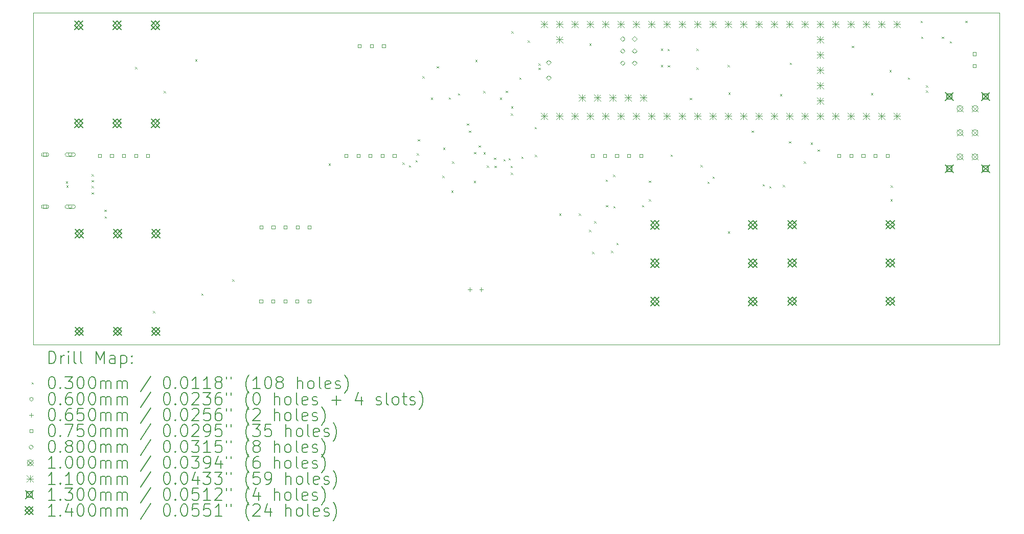
<source format=gbr>
%TF.GenerationSoftware,KiCad,Pcbnew,8.0.2*%
%TF.CreationDate,2024-10-21T17:53:26+02:00*%
%TF.ProjectId,teensyAudioMidi,7465656e-7379-4417-9564-696f4d696469,rev?*%
%TF.SameCoordinates,Original*%
%TF.FileFunction,Drillmap*%
%TF.FilePolarity,Positive*%
%FSLAX45Y45*%
G04 Gerber Fmt 4.5, Leading zero omitted, Abs format (unit mm)*
G04 Created by KiCad (PCBNEW 8.0.2) date 2024-10-21 17:53:26*
%MOMM*%
%LPD*%
G01*
G04 APERTURE LIST*
%ADD10C,0.050000*%
%ADD11C,0.200000*%
%ADD12C,0.100000*%
%ADD13C,0.110000*%
%ADD14C,0.130000*%
%ADD15C,0.140000*%
G04 APERTURE END LIST*
D10*
X3098000Y-2504000D02*
X19098000Y-2504000D01*
X19098000Y-8004000D01*
X3098000Y-8004000D01*
X3098000Y-2504000D01*
D11*
D12*
X3636000Y-5298000D02*
X3666000Y-5328000D01*
X3666000Y-5298000D02*
X3636000Y-5328000D01*
X3642117Y-5367733D02*
X3672117Y-5397733D01*
X3672117Y-5367733D02*
X3642117Y-5397733D01*
X4062000Y-5182000D02*
X4092000Y-5212000D01*
X4092000Y-5182000D02*
X4062000Y-5212000D01*
X4062000Y-5278000D02*
X4092000Y-5308000D01*
X4092000Y-5278000D02*
X4062000Y-5308000D01*
X4062000Y-5377000D02*
X4092000Y-5407000D01*
X4092000Y-5377000D02*
X4062000Y-5407000D01*
X4062000Y-5479000D02*
X4092000Y-5509000D01*
X4092000Y-5479000D02*
X4062000Y-5509000D01*
X4275000Y-5768000D02*
X4305000Y-5798000D01*
X4305000Y-5768000D02*
X4275000Y-5798000D01*
X4277000Y-5880000D02*
X4307000Y-5910000D01*
X4307000Y-5880000D02*
X4277000Y-5910000D01*
X4780000Y-3402000D02*
X4810000Y-3432000D01*
X4810000Y-3402000D02*
X4780000Y-3432000D01*
X5077000Y-7451000D02*
X5107000Y-7481000D01*
X5107000Y-7451000D02*
X5077000Y-7481000D01*
X5254000Y-3802000D02*
X5284000Y-3832000D01*
X5284000Y-3802000D02*
X5254000Y-3832000D01*
X5777000Y-3275000D02*
X5807000Y-3305000D01*
X5807000Y-3275000D02*
X5777000Y-3305000D01*
X5878000Y-7156000D02*
X5908000Y-7186000D01*
X5908000Y-7156000D02*
X5878000Y-7186000D01*
X6391573Y-6923936D02*
X6421573Y-6953936D01*
X6421573Y-6923936D02*
X6391573Y-6953936D01*
X7987000Y-5002000D02*
X8017000Y-5032000D01*
X8017000Y-5002000D02*
X7987000Y-5032000D01*
X9211000Y-4985000D02*
X9241000Y-5015000D01*
X9241000Y-4985000D02*
X9211000Y-5015000D01*
X9316000Y-5030000D02*
X9346000Y-5060000D01*
X9346000Y-5030000D02*
X9316000Y-5060000D01*
X9427000Y-4949000D02*
X9457000Y-4979000D01*
X9457000Y-4949000D02*
X9427000Y-4979000D01*
X9446000Y-4831000D02*
X9476000Y-4861000D01*
X9476000Y-4831000D02*
X9446000Y-4861000D01*
X9462000Y-4601000D02*
X9492000Y-4631000D01*
X9492000Y-4601000D02*
X9462000Y-4631000D01*
X9542000Y-3553000D02*
X9572000Y-3583000D01*
X9572000Y-3553000D02*
X9542000Y-3583000D01*
X9679000Y-3909000D02*
X9709000Y-3939000D01*
X9709000Y-3909000D02*
X9679000Y-3939000D01*
X9779000Y-3390000D02*
X9809000Y-3420000D01*
X9809000Y-3390000D02*
X9779000Y-3420000D01*
X9869000Y-5205000D02*
X9899000Y-5235000D01*
X9899000Y-5205000D02*
X9869000Y-5235000D01*
X9883000Y-4738000D02*
X9913000Y-4768000D01*
X9913000Y-4738000D02*
X9883000Y-4768000D01*
X9978000Y-3907000D02*
X10008000Y-3937000D01*
X10008000Y-3907000D02*
X9978000Y-3937000D01*
X10017000Y-5449000D02*
X10047000Y-5479000D01*
X10047000Y-5449000D02*
X10017000Y-5479000D01*
X10032000Y-4969000D02*
X10062000Y-4999000D01*
X10062000Y-4969000D02*
X10032000Y-4999000D01*
X10130000Y-3838000D02*
X10160000Y-3868000D01*
X10160000Y-3838000D02*
X10130000Y-3868000D01*
X10278000Y-4339000D02*
X10308000Y-4369000D01*
X10308000Y-4339000D02*
X10278000Y-4369000D01*
X10310582Y-4457534D02*
X10340582Y-4487534D01*
X10340582Y-4457534D02*
X10310582Y-4487534D01*
X10390000Y-5289000D02*
X10420000Y-5319000D01*
X10420000Y-5289000D02*
X10390000Y-5319000D01*
X10396000Y-4811000D02*
X10426000Y-4841000D01*
X10426000Y-4811000D02*
X10396000Y-4841000D01*
X10417000Y-3282000D02*
X10447000Y-3312000D01*
X10447000Y-3282000D02*
X10417000Y-3312000D01*
X10473000Y-4702000D02*
X10503000Y-4732000D01*
X10503000Y-4702000D02*
X10473000Y-4732000D01*
X10548000Y-3799000D02*
X10578000Y-3829000D01*
X10578000Y-3799000D02*
X10548000Y-3829000D01*
X10551000Y-4818000D02*
X10581000Y-4848000D01*
X10581000Y-4818000D02*
X10551000Y-4848000D01*
X10609000Y-5038000D02*
X10639000Y-5068000D01*
X10639000Y-5038000D02*
X10609000Y-5068000D01*
X10727000Y-4904000D02*
X10757000Y-4934000D01*
X10757000Y-4904000D02*
X10727000Y-4934000D01*
X10733000Y-5039500D02*
X10763000Y-5069500D01*
X10763000Y-5039500D02*
X10733000Y-5069500D01*
X10824000Y-3909000D02*
X10854000Y-3939000D01*
X10854000Y-3909000D02*
X10824000Y-3939000D01*
X10881000Y-4929000D02*
X10911000Y-4959000D01*
X10911000Y-4929000D02*
X10881000Y-4959000D01*
X10919000Y-3796000D02*
X10949000Y-3826000D01*
X10949000Y-3796000D02*
X10919000Y-3826000D01*
X10968000Y-4913000D02*
X10998000Y-4943000D01*
X10998000Y-4913000D02*
X10968000Y-4943000D01*
X11002000Y-5040000D02*
X11032000Y-5070000D01*
X11032000Y-5040000D02*
X11002000Y-5070000D01*
X11003000Y-5154000D02*
X11033000Y-5184000D01*
X11033000Y-5154000D02*
X11003000Y-5184000D01*
X11005000Y-4174000D02*
X11035000Y-4204000D01*
X11035000Y-4174000D02*
X11005000Y-4204000D01*
X11008000Y-4055000D02*
X11038000Y-4085000D01*
X11038000Y-4055000D02*
X11008000Y-4085000D01*
X11013000Y-2811000D02*
X11043000Y-2841000D01*
X11043000Y-2811000D02*
X11013000Y-2841000D01*
X11145000Y-3576000D02*
X11175000Y-3606000D01*
X11175000Y-3576000D02*
X11145000Y-3606000D01*
X11177000Y-4887000D02*
X11207000Y-4917000D01*
X11207000Y-4887000D02*
X11177000Y-4917000D01*
X11286000Y-2962000D02*
X11316000Y-2992000D01*
X11316000Y-2962000D02*
X11286000Y-2992000D01*
X11399000Y-4398000D02*
X11429000Y-4428000D01*
X11429000Y-4398000D02*
X11399000Y-4428000D01*
X11402000Y-4859000D02*
X11432000Y-4889000D01*
X11432000Y-4859000D02*
X11402000Y-4889000D01*
X11464000Y-3340500D02*
X11494000Y-3370500D01*
X11494000Y-3340500D02*
X11464000Y-3370500D01*
X11464000Y-3415500D02*
X11494000Y-3445500D01*
X11494000Y-3415500D02*
X11464000Y-3445500D01*
X11804000Y-5831000D02*
X11834000Y-5861000D01*
X11834000Y-5831000D02*
X11804000Y-5861000D01*
X12132000Y-5831000D02*
X12162000Y-5861000D01*
X12162000Y-5831000D02*
X12132000Y-5861000D01*
X12300000Y-6105000D02*
X12330000Y-6135000D01*
X12330000Y-6105000D02*
X12300000Y-6135000D01*
X12304000Y-3014000D02*
X12334000Y-3044000D01*
X12334000Y-3014000D02*
X12304000Y-3044000D01*
X12351000Y-6465000D02*
X12381000Y-6495000D01*
X12381000Y-6465000D02*
X12351000Y-6495000D01*
X12386000Y-5957000D02*
X12416000Y-5987000D01*
X12416000Y-5957000D02*
X12386000Y-5987000D01*
X12576000Y-5270000D02*
X12606000Y-5300000D01*
X12606000Y-5270000D02*
X12576000Y-5300000D01*
X12578000Y-5694000D02*
X12608000Y-5724000D01*
X12608000Y-5694000D02*
X12578000Y-5724000D01*
X12662000Y-6450000D02*
X12692000Y-6480000D01*
X12692000Y-6450000D02*
X12662000Y-6480000D01*
X12700000Y-5190000D02*
X12730000Y-5220000D01*
X12730000Y-5190000D02*
X12700000Y-5220000D01*
X12703000Y-5710000D02*
X12733000Y-5740000D01*
X12733000Y-5710000D02*
X12703000Y-5740000D01*
X12755000Y-6317000D02*
X12785000Y-6347000D01*
X12785000Y-6317000D02*
X12755000Y-6347000D01*
X13176000Y-5691000D02*
X13206000Y-5721000D01*
X13206000Y-5691000D02*
X13176000Y-5721000D01*
X13292000Y-5285000D02*
X13322000Y-5315000D01*
X13322000Y-5285000D02*
X13292000Y-5315000D01*
X13292000Y-5597000D02*
X13322000Y-5627000D01*
X13322000Y-5597000D02*
X13292000Y-5627000D01*
X13489000Y-3096000D02*
X13519000Y-3126000D01*
X13519000Y-3096000D02*
X13489000Y-3126000D01*
X13490000Y-3370000D02*
X13520000Y-3400000D01*
X13520000Y-3370000D02*
X13490000Y-3400000D01*
X13600000Y-3103000D02*
X13630000Y-3133000D01*
X13630000Y-3103000D02*
X13600000Y-3133000D01*
X13603000Y-3373000D02*
X13633000Y-3403000D01*
X13633000Y-3373000D02*
X13603000Y-3403000D01*
X13650000Y-4854000D02*
X13680000Y-4884000D01*
X13680000Y-4854000D02*
X13650000Y-4884000D01*
X13970000Y-3916000D02*
X14000000Y-3946000D01*
X14000000Y-3916000D02*
X13970000Y-3946000D01*
X14077000Y-3098000D02*
X14107000Y-3128000D01*
X14107000Y-3098000D02*
X14077000Y-3128000D01*
X14077000Y-3410000D02*
X14107000Y-3440000D01*
X14107000Y-3410000D02*
X14077000Y-3440000D01*
X14144000Y-5029000D02*
X14174000Y-5059000D01*
X14174000Y-5029000D02*
X14144000Y-5059000D01*
X14260000Y-5301000D02*
X14290000Y-5331000D01*
X14290000Y-5301000D02*
X14260000Y-5331000D01*
X14345000Y-5220000D02*
X14375000Y-5250000D01*
X14375000Y-5220000D02*
X14345000Y-5250000D01*
X14593000Y-3368000D02*
X14623000Y-3398000D01*
X14623000Y-3368000D02*
X14593000Y-3398000D01*
X14597000Y-6130000D02*
X14627000Y-6160000D01*
X14627000Y-6130000D02*
X14597000Y-6160000D01*
X14607000Y-3827000D02*
X14637000Y-3857000D01*
X14637000Y-3827000D02*
X14607000Y-3857000D01*
X14993000Y-4457000D02*
X15023000Y-4487000D01*
X15023000Y-4457000D02*
X14993000Y-4487000D01*
X15175000Y-5347000D02*
X15205000Y-5377000D01*
X15205000Y-5347000D02*
X15175000Y-5377000D01*
X15286000Y-5379000D02*
X15316000Y-5409000D01*
X15316000Y-5379000D02*
X15286000Y-5409000D01*
X15461000Y-3853000D02*
X15491000Y-3883000D01*
X15491000Y-3853000D02*
X15461000Y-3883000D01*
X15508000Y-5359000D02*
X15538000Y-5389000D01*
X15538000Y-5359000D02*
X15508000Y-5389000D01*
X15609000Y-4634000D02*
X15639000Y-4664000D01*
X15639000Y-4634000D02*
X15609000Y-4664000D01*
X15622000Y-3332000D02*
X15652000Y-3362000D01*
X15652000Y-3332000D02*
X15622000Y-3362000D01*
X15855000Y-4970000D02*
X15885000Y-5000000D01*
X15885000Y-4970000D02*
X15855000Y-5000000D01*
X15972000Y-4655000D02*
X16002000Y-4685000D01*
X16002000Y-4655000D02*
X15972000Y-4685000D01*
X16083000Y-4769000D02*
X16113000Y-4799000D01*
X16113000Y-4769000D02*
X16083000Y-4799000D01*
X16654000Y-3052000D02*
X16684000Y-3082000D01*
X16684000Y-3052000D02*
X16654000Y-3082000D01*
X16970000Y-3832000D02*
X17000000Y-3862000D01*
X17000000Y-3832000D02*
X16970000Y-3862000D01*
X17276000Y-3451000D02*
X17306000Y-3481000D01*
X17306000Y-3451000D02*
X17276000Y-3481000D01*
X17292000Y-5597000D02*
X17322000Y-5627000D01*
X17322000Y-5597000D02*
X17292000Y-5627000D01*
X17294000Y-5365000D02*
X17324000Y-5395000D01*
X17324000Y-5365000D02*
X17294000Y-5395000D01*
X17579000Y-3576000D02*
X17609000Y-3606000D01*
X17609000Y-3576000D02*
X17579000Y-3606000D01*
X17791000Y-2635000D02*
X17821000Y-2665000D01*
X17821000Y-2635000D02*
X17791000Y-2665000D01*
X17801000Y-2898000D02*
X17831000Y-2928000D01*
X17831000Y-2898000D02*
X17801000Y-2928000D01*
X17877750Y-3706000D02*
X17907750Y-3736000D01*
X17907750Y-3706000D02*
X17877750Y-3736000D01*
X17878000Y-3792000D02*
X17908000Y-3822000D01*
X17908000Y-3792000D02*
X17878000Y-3822000D01*
X18144000Y-2900000D02*
X18174000Y-2930000D01*
X18174000Y-2900000D02*
X18144000Y-2930000D01*
X18273000Y-2976000D02*
X18303000Y-3006000D01*
X18303000Y-2976000D02*
X18273000Y-3006000D01*
X18530000Y-2634000D02*
X18560000Y-2664000D01*
X18560000Y-2634000D02*
X18530000Y-2664000D01*
X3320000Y-4854000D02*
G75*
G02*
X3260000Y-4854000I-30000J0D01*
G01*
X3260000Y-4854000D02*
G75*
G02*
X3320000Y-4854000I30000J0D01*
G01*
X3320000Y-4824000D02*
X3260000Y-4824000D01*
X3260000Y-4884000D02*
G75*
G02*
X3260000Y-4824000I0J30000D01*
G01*
X3260000Y-4884000D02*
X3320000Y-4884000D01*
X3320000Y-4884000D02*
G75*
G03*
X3320000Y-4824000I0J30000D01*
G01*
X3320000Y-5718000D02*
G75*
G02*
X3260000Y-5718000I-30000J0D01*
G01*
X3260000Y-5718000D02*
G75*
G02*
X3320000Y-5718000I30000J0D01*
G01*
X3320000Y-5688000D02*
X3260000Y-5688000D01*
X3260000Y-5748000D02*
G75*
G02*
X3260000Y-5688000I0J30000D01*
G01*
X3260000Y-5748000D02*
X3320000Y-5748000D01*
X3320000Y-5748000D02*
G75*
G03*
X3320000Y-5688000I0J30000D01*
G01*
X3738000Y-4854000D02*
G75*
G02*
X3678000Y-4854000I-30000J0D01*
G01*
X3678000Y-4854000D02*
G75*
G02*
X3738000Y-4854000I30000J0D01*
G01*
X3763000Y-4824000D02*
X3653000Y-4824000D01*
X3653000Y-4884000D02*
G75*
G02*
X3653000Y-4824000I0J30000D01*
G01*
X3653000Y-4884000D02*
X3763000Y-4884000D01*
X3763000Y-4884000D02*
G75*
G03*
X3763000Y-4824000I0J30000D01*
G01*
X3738000Y-5718000D02*
G75*
G02*
X3678000Y-5718000I-30000J0D01*
G01*
X3678000Y-5718000D02*
G75*
G02*
X3738000Y-5718000I30000J0D01*
G01*
X3763000Y-5688000D02*
X3653000Y-5688000D01*
X3653000Y-5748000D02*
G75*
G02*
X3653000Y-5688000I0J30000D01*
G01*
X3653000Y-5748000D02*
X3763000Y-5748000D01*
X3763000Y-5748000D02*
G75*
G03*
X3763000Y-5688000I0J30000D01*
G01*
X10325000Y-7060500D02*
X10325000Y-7125500D01*
X10292500Y-7093000D02*
X10357500Y-7093000D01*
X10515000Y-7060500D02*
X10515000Y-7125500D01*
X10482500Y-7093000D02*
X10547500Y-7093000D01*
X4220850Y-4901517D02*
X4220850Y-4848483D01*
X4167817Y-4848483D01*
X4167817Y-4901517D01*
X4220850Y-4901517D01*
X4420850Y-4901517D02*
X4420850Y-4848483D01*
X4367817Y-4848483D01*
X4367817Y-4901517D01*
X4420850Y-4901517D01*
X4620850Y-4901517D02*
X4620850Y-4848483D01*
X4567817Y-4848483D01*
X4567817Y-4901517D01*
X4620850Y-4901517D01*
X4820850Y-4901517D02*
X4820850Y-4848483D01*
X4767817Y-4848483D01*
X4767817Y-4901517D01*
X4820850Y-4901517D01*
X5020850Y-4901517D02*
X5020850Y-4848483D01*
X4967817Y-4848483D01*
X4967817Y-4901517D01*
X5020850Y-4901517D01*
X6892517Y-7314517D02*
X6892517Y-7261483D01*
X6839483Y-7261483D01*
X6839483Y-7314517D01*
X6892517Y-7314517D01*
X6896517Y-6085517D02*
X6896517Y-6032483D01*
X6843483Y-6032483D01*
X6843483Y-6085517D01*
X6896517Y-6085517D01*
X7092517Y-7314517D02*
X7092517Y-7261483D01*
X7039483Y-7261483D01*
X7039483Y-7314517D01*
X7092517Y-7314517D01*
X7096517Y-6085517D02*
X7096517Y-6032483D01*
X7043483Y-6032483D01*
X7043483Y-6085517D01*
X7096517Y-6085517D01*
X7292517Y-7314517D02*
X7292517Y-7261483D01*
X7239483Y-7261483D01*
X7239483Y-7314517D01*
X7292517Y-7314517D01*
X7296517Y-6085517D02*
X7296517Y-6032483D01*
X7243483Y-6032483D01*
X7243483Y-6085517D01*
X7296517Y-6085517D01*
X7492517Y-7314517D02*
X7492517Y-7261483D01*
X7439483Y-7261483D01*
X7439483Y-7314517D01*
X7492517Y-7314517D01*
X7496517Y-6085517D02*
X7496517Y-6032483D01*
X7443483Y-6032483D01*
X7443483Y-6085517D01*
X7496517Y-6085517D01*
X7692517Y-7314517D02*
X7692517Y-7261483D01*
X7639483Y-7261483D01*
X7639483Y-7314517D01*
X7692517Y-7314517D01*
X7696517Y-6085517D02*
X7696517Y-6032483D01*
X7643483Y-6032483D01*
X7643483Y-6085517D01*
X7696517Y-6085517D01*
X8303183Y-4901517D02*
X8303183Y-4848483D01*
X8250150Y-4848483D01*
X8250150Y-4901517D01*
X8303183Y-4901517D01*
X8503184Y-4901517D02*
X8503184Y-4848483D01*
X8450150Y-4848483D01*
X8450150Y-4901517D01*
X8503184Y-4901517D01*
X8524517Y-3080517D02*
X8524517Y-3027483D01*
X8471483Y-3027483D01*
X8471483Y-3080517D01*
X8524517Y-3080517D01*
X8703184Y-4901517D02*
X8703184Y-4848483D01*
X8650150Y-4848483D01*
X8650150Y-4901517D01*
X8703184Y-4901517D01*
X8724517Y-3080517D02*
X8724517Y-3027483D01*
X8671483Y-3027483D01*
X8671483Y-3080517D01*
X8724517Y-3080517D01*
X8903184Y-4901517D02*
X8903184Y-4848483D01*
X8850150Y-4848483D01*
X8850150Y-4901517D01*
X8903184Y-4901517D01*
X8924517Y-3080517D02*
X8924517Y-3027483D01*
X8871483Y-3027483D01*
X8871483Y-3080517D01*
X8924517Y-3080517D01*
X9103184Y-4901517D02*
X9103184Y-4848483D01*
X9050150Y-4848483D01*
X9050150Y-4901517D01*
X9103184Y-4901517D01*
X12385517Y-4901517D02*
X12385517Y-4848483D01*
X12332483Y-4848483D01*
X12332483Y-4901517D01*
X12385517Y-4901517D01*
X12585517Y-4901517D02*
X12585517Y-4848483D01*
X12532483Y-4848483D01*
X12532483Y-4901517D01*
X12585517Y-4901517D01*
X12785517Y-4901517D02*
X12785517Y-4848483D01*
X12732483Y-4848483D01*
X12732483Y-4901517D01*
X12785517Y-4901517D01*
X12985517Y-4901517D02*
X12985517Y-4848483D01*
X12932483Y-4848483D01*
X12932483Y-4901517D01*
X12985517Y-4901517D01*
X13185517Y-4901517D02*
X13185517Y-4848483D01*
X13132483Y-4848483D01*
X13132483Y-4901517D01*
X13185517Y-4901517D01*
X16467850Y-4901517D02*
X16467850Y-4848483D01*
X16414817Y-4848483D01*
X16414817Y-4901517D01*
X16467850Y-4901517D01*
X16667850Y-4901517D02*
X16667850Y-4848483D01*
X16614817Y-4848483D01*
X16614817Y-4901517D01*
X16667850Y-4901517D01*
X16867850Y-4901517D02*
X16867850Y-4848483D01*
X16814817Y-4848483D01*
X16814817Y-4901517D01*
X16867850Y-4901517D01*
X17067850Y-4901517D02*
X17067850Y-4848483D01*
X17014817Y-4848483D01*
X17014817Y-4901517D01*
X17067850Y-4901517D01*
X17267850Y-4901517D02*
X17267850Y-4848483D01*
X17214817Y-4848483D01*
X17214817Y-4901517D01*
X17267850Y-4901517D01*
X18707517Y-3210517D02*
X18707517Y-3157483D01*
X18654483Y-3157483D01*
X18654483Y-3210517D01*
X18707517Y-3210517D01*
X18707517Y-3410517D02*
X18707517Y-3357483D01*
X18654483Y-3357483D01*
X18654483Y-3410517D01*
X18707517Y-3410517D01*
X11629000Y-3366000D02*
X11669000Y-3326000D01*
X11629000Y-3286000D01*
X11589000Y-3326000D01*
X11629000Y-3366000D01*
X11629000Y-3620000D02*
X11669000Y-3580000D01*
X11629000Y-3540000D01*
X11589000Y-3580000D01*
X11629000Y-3620000D01*
X12853000Y-2974840D02*
X12893000Y-2934840D01*
X12853000Y-2894840D01*
X12813000Y-2934840D01*
X12853000Y-2974840D01*
X12853000Y-3174840D02*
X12893000Y-3134840D01*
X12853000Y-3094840D01*
X12813000Y-3134840D01*
X12853000Y-3174840D01*
X12853000Y-3374840D02*
X12893000Y-3334840D01*
X12853000Y-3294840D01*
X12813000Y-3334840D01*
X12853000Y-3374840D01*
X13053000Y-2974840D02*
X13093000Y-2934840D01*
X13053000Y-2894840D01*
X13013000Y-2934840D01*
X13053000Y-2974840D01*
X13053000Y-3174840D02*
X13093000Y-3134840D01*
X13053000Y-3094840D01*
X13013000Y-3134840D01*
X13053000Y-3174840D01*
X13053000Y-3374840D02*
X13093000Y-3334840D01*
X13053000Y-3294840D01*
X13013000Y-3334840D01*
X13053000Y-3374840D01*
X18392000Y-4041000D02*
X18492000Y-4141000D01*
X18492000Y-4041000D02*
X18392000Y-4141000D01*
X18492000Y-4091000D02*
G75*
G02*
X18392000Y-4091000I-50000J0D01*
G01*
X18392000Y-4091000D02*
G75*
G02*
X18492000Y-4091000I50000J0D01*
G01*
X18392000Y-4441000D02*
X18492000Y-4541000D01*
X18492000Y-4441000D02*
X18392000Y-4541000D01*
X18492000Y-4491000D02*
G75*
G02*
X18392000Y-4491000I-50000J0D01*
G01*
X18392000Y-4491000D02*
G75*
G02*
X18492000Y-4491000I50000J0D01*
G01*
X18392000Y-4841000D02*
X18492000Y-4941000D01*
X18492000Y-4841000D02*
X18392000Y-4941000D01*
X18492000Y-4891000D02*
G75*
G02*
X18392000Y-4891000I-50000J0D01*
G01*
X18392000Y-4891000D02*
G75*
G02*
X18492000Y-4891000I50000J0D01*
G01*
X18642000Y-4041000D02*
X18742000Y-4141000D01*
X18742000Y-4041000D02*
X18642000Y-4141000D01*
X18742000Y-4091000D02*
G75*
G02*
X18642000Y-4091000I-50000J0D01*
G01*
X18642000Y-4091000D02*
G75*
G02*
X18742000Y-4091000I50000J0D01*
G01*
X18642000Y-4441000D02*
X18742000Y-4541000D01*
X18742000Y-4441000D02*
X18642000Y-4541000D01*
X18742000Y-4491000D02*
G75*
G02*
X18642000Y-4491000I-50000J0D01*
G01*
X18642000Y-4491000D02*
G75*
G02*
X18742000Y-4491000I50000J0D01*
G01*
X18642000Y-4841000D02*
X18742000Y-4941000D01*
X18742000Y-4841000D02*
X18642000Y-4941000D01*
X18742000Y-4891000D02*
G75*
G02*
X18642000Y-4891000I-50000J0D01*
G01*
X18642000Y-4891000D02*
G75*
G02*
X18742000Y-4891000I50000J0D01*
G01*
D13*
X11501000Y-2636000D02*
X11611000Y-2746000D01*
X11611000Y-2636000D02*
X11501000Y-2746000D01*
X11556000Y-2636000D02*
X11556000Y-2746000D01*
X11501000Y-2691000D02*
X11611000Y-2691000D01*
X11501000Y-4160000D02*
X11611000Y-4270000D01*
X11611000Y-4160000D02*
X11501000Y-4270000D01*
X11556000Y-4160000D02*
X11556000Y-4270000D01*
X11501000Y-4215000D02*
X11611000Y-4215000D01*
X11755000Y-2636000D02*
X11865000Y-2746000D01*
X11865000Y-2636000D02*
X11755000Y-2746000D01*
X11810000Y-2636000D02*
X11810000Y-2746000D01*
X11755000Y-2691000D02*
X11865000Y-2691000D01*
X11755000Y-2890000D02*
X11865000Y-3000000D01*
X11865000Y-2890000D02*
X11755000Y-3000000D01*
X11810000Y-2890000D02*
X11810000Y-3000000D01*
X11755000Y-2945000D02*
X11865000Y-2945000D01*
X11755000Y-4160000D02*
X11865000Y-4270000D01*
X11865000Y-4160000D02*
X11755000Y-4270000D01*
X11810000Y-4160000D02*
X11810000Y-4270000D01*
X11755000Y-4215000D02*
X11865000Y-4215000D01*
X12009000Y-2636000D02*
X12119000Y-2746000D01*
X12119000Y-2636000D02*
X12009000Y-2746000D01*
X12064000Y-2636000D02*
X12064000Y-2746000D01*
X12009000Y-2691000D02*
X12119000Y-2691000D01*
X12009000Y-4160000D02*
X12119000Y-4270000D01*
X12119000Y-4160000D02*
X12009000Y-4270000D01*
X12064000Y-4160000D02*
X12064000Y-4270000D01*
X12009000Y-4215000D02*
X12119000Y-4215000D01*
X12130920Y-3854920D02*
X12240920Y-3964920D01*
X12240920Y-3854920D02*
X12130920Y-3964920D01*
X12185920Y-3854920D02*
X12185920Y-3964920D01*
X12130920Y-3909920D02*
X12240920Y-3909920D01*
X12263000Y-2636000D02*
X12373000Y-2746000D01*
X12373000Y-2636000D02*
X12263000Y-2746000D01*
X12318000Y-2636000D02*
X12318000Y-2746000D01*
X12263000Y-2691000D02*
X12373000Y-2691000D01*
X12263000Y-4160000D02*
X12373000Y-4270000D01*
X12373000Y-4160000D02*
X12263000Y-4270000D01*
X12318000Y-4160000D02*
X12318000Y-4270000D01*
X12263000Y-4215000D02*
X12373000Y-4215000D01*
X12384920Y-3854920D02*
X12494920Y-3964920D01*
X12494920Y-3854920D02*
X12384920Y-3964920D01*
X12439920Y-3854920D02*
X12439920Y-3964920D01*
X12384920Y-3909920D02*
X12494920Y-3909920D01*
X12517000Y-2636000D02*
X12627000Y-2746000D01*
X12627000Y-2636000D02*
X12517000Y-2746000D01*
X12572000Y-2636000D02*
X12572000Y-2746000D01*
X12517000Y-2691000D02*
X12627000Y-2691000D01*
X12517000Y-4160000D02*
X12627000Y-4270000D01*
X12627000Y-4160000D02*
X12517000Y-4270000D01*
X12572000Y-4160000D02*
X12572000Y-4270000D01*
X12517000Y-4215000D02*
X12627000Y-4215000D01*
X12638920Y-3854920D02*
X12748920Y-3964920D01*
X12748920Y-3854920D02*
X12638920Y-3964920D01*
X12693920Y-3854920D02*
X12693920Y-3964920D01*
X12638920Y-3909920D02*
X12748920Y-3909920D01*
X12771000Y-2636000D02*
X12881000Y-2746000D01*
X12881000Y-2636000D02*
X12771000Y-2746000D01*
X12826000Y-2636000D02*
X12826000Y-2746000D01*
X12771000Y-2691000D02*
X12881000Y-2691000D01*
X12771000Y-4160000D02*
X12881000Y-4270000D01*
X12881000Y-4160000D02*
X12771000Y-4270000D01*
X12826000Y-4160000D02*
X12826000Y-4270000D01*
X12771000Y-4215000D02*
X12881000Y-4215000D01*
X12892920Y-3854920D02*
X13002920Y-3964920D01*
X13002920Y-3854920D02*
X12892920Y-3964920D01*
X12947920Y-3854920D02*
X12947920Y-3964920D01*
X12892920Y-3909920D02*
X13002920Y-3909920D01*
X13025000Y-2636000D02*
X13135000Y-2746000D01*
X13135000Y-2636000D02*
X13025000Y-2746000D01*
X13080000Y-2636000D02*
X13080000Y-2746000D01*
X13025000Y-2691000D02*
X13135000Y-2691000D01*
X13025000Y-4160000D02*
X13135000Y-4270000D01*
X13135000Y-4160000D02*
X13025000Y-4270000D01*
X13080000Y-4160000D02*
X13080000Y-4270000D01*
X13025000Y-4215000D02*
X13135000Y-4215000D01*
X13146920Y-3854920D02*
X13256920Y-3964920D01*
X13256920Y-3854920D02*
X13146920Y-3964920D01*
X13201920Y-3854920D02*
X13201920Y-3964920D01*
X13146920Y-3909920D02*
X13256920Y-3909920D01*
X13279000Y-2636000D02*
X13389000Y-2746000D01*
X13389000Y-2636000D02*
X13279000Y-2746000D01*
X13334000Y-2636000D02*
X13334000Y-2746000D01*
X13279000Y-2691000D02*
X13389000Y-2691000D01*
X13279000Y-4160000D02*
X13389000Y-4270000D01*
X13389000Y-4160000D02*
X13279000Y-4270000D01*
X13334000Y-4160000D02*
X13334000Y-4270000D01*
X13279000Y-4215000D02*
X13389000Y-4215000D01*
X13533000Y-2636000D02*
X13643000Y-2746000D01*
X13643000Y-2636000D02*
X13533000Y-2746000D01*
X13588000Y-2636000D02*
X13588000Y-2746000D01*
X13533000Y-2691000D02*
X13643000Y-2691000D01*
X13533000Y-4160000D02*
X13643000Y-4270000D01*
X13643000Y-4160000D02*
X13533000Y-4270000D01*
X13588000Y-4160000D02*
X13588000Y-4270000D01*
X13533000Y-4215000D02*
X13643000Y-4215000D01*
X13787000Y-2636000D02*
X13897000Y-2746000D01*
X13897000Y-2636000D02*
X13787000Y-2746000D01*
X13842000Y-2636000D02*
X13842000Y-2746000D01*
X13787000Y-2691000D02*
X13897000Y-2691000D01*
X13787000Y-4160000D02*
X13897000Y-4270000D01*
X13897000Y-4160000D02*
X13787000Y-4270000D01*
X13842000Y-4160000D02*
X13842000Y-4270000D01*
X13787000Y-4215000D02*
X13897000Y-4215000D01*
X14041000Y-2636000D02*
X14151000Y-2746000D01*
X14151000Y-2636000D02*
X14041000Y-2746000D01*
X14096000Y-2636000D02*
X14096000Y-2746000D01*
X14041000Y-2691000D02*
X14151000Y-2691000D01*
X14041000Y-4160000D02*
X14151000Y-4270000D01*
X14151000Y-4160000D02*
X14041000Y-4270000D01*
X14096000Y-4160000D02*
X14096000Y-4270000D01*
X14041000Y-4215000D02*
X14151000Y-4215000D01*
X14295000Y-2636000D02*
X14405000Y-2746000D01*
X14405000Y-2636000D02*
X14295000Y-2746000D01*
X14350000Y-2636000D02*
X14350000Y-2746000D01*
X14295000Y-2691000D02*
X14405000Y-2691000D01*
X14295000Y-4160000D02*
X14405000Y-4270000D01*
X14405000Y-4160000D02*
X14295000Y-4270000D01*
X14350000Y-4160000D02*
X14350000Y-4270000D01*
X14295000Y-4215000D02*
X14405000Y-4215000D01*
X14549000Y-2636000D02*
X14659000Y-2746000D01*
X14659000Y-2636000D02*
X14549000Y-2746000D01*
X14604000Y-2636000D02*
X14604000Y-2746000D01*
X14549000Y-2691000D02*
X14659000Y-2691000D01*
X14549000Y-4160000D02*
X14659000Y-4270000D01*
X14659000Y-4160000D02*
X14549000Y-4270000D01*
X14604000Y-4160000D02*
X14604000Y-4270000D01*
X14549000Y-4215000D02*
X14659000Y-4215000D01*
X14803000Y-2636000D02*
X14913000Y-2746000D01*
X14913000Y-2636000D02*
X14803000Y-2746000D01*
X14858000Y-2636000D02*
X14858000Y-2746000D01*
X14803000Y-2691000D02*
X14913000Y-2691000D01*
X14803000Y-4160000D02*
X14913000Y-4270000D01*
X14913000Y-4160000D02*
X14803000Y-4270000D01*
X14858000Y-4160000D02*
X14858000Y-4270000D01*
X14803000Y-4215000D02*
X14913000Y-4215000D01*
X15057000Y-2636000D02*
X15167000Y-2746000D01*
X15167000Y-2636000D02*
X15057000Y-2746000D01*
X15112000Y-2636000D02*
X15112000Y-2746000D01*
X15057000Y-2691000D02*
X15167000Y-2691000D01*
X15057000Y-4160000D02*
X15167000Y-4270000D01*
X15167000Y-4160000D02*
X15057000Y-4270000D01*
X15112000Y-4160000D02*
X15112000Y-4270000D01*
X15057000Y-4215000D02*
X15167000Y-4215000D01*
X15311000Y-2636000D02*
X15421000Y-2746000D01*
X15421000Y-2636000D02*
X15311000Y-2746000D01*
X15366000Y-2636000D02*
X15366000Y-2746000D01*
X15311000Y-2691000D02*
X15421000Y-2691000D01*
X15311000Y-4160000D02*
X15421000Y-4270000D01*
X15421000Y-4160000D02*
X15311000Y-4270000D01*
X15366000Y-4160000D02*
X15366000Y-4270000D01*
X15311000Y-4215000D02*
X15421000Y-4215000D01*
X15565000Y-2636000D02*
X15675000Y-2746000D01*
X15675000Y-2636000D02*
X15565000Y-2746000D01*
X15620000Y-2636000D02*
X15620000Y-2746000D01*
X15565000Y-2691000D02*
X15675000Y-2691000D01*
X15565000Y-4160000D02*
X15675000Y-4270000D01*
X15675000Y-4160000D02*
X15565000Y-4270000D01*
X15620000Y-4160000D02*
X15620000Y-4270000D01*
X15565000Y-4215000D02*
X15675000Y-4215000D01*
X15819000Y-2636000D02*
X15929000Y-2746000D01*
X15929000Y-2636000D02*
X15819000Y-2746000D01*
X15874000Y-2636000D02*
X15874000Y-2746000D01*
X15819000Y-2691000D02*
X15929000Y-2691000D01*
X15819000Y-4160000D02*
X15929000Y-4270000D01*
X15929000Y-4160000D02*
X15819000Y-4270000D01*
X15874000Y-4160000D02*
X15874000Y-4270000D01*
X15819000Y-4215000D02*
X15929000Y-4215000D01*
X16073000Y-2636000D02*
X16183000Y-2746000D01*
X16183000Y-2636000D02*
X16073000Y-2746000D01*
X16128000Y-2636000D02*
X16128000Y-2746000D01*
X16073000Y-2691000D02*
X16183000Y-2691000D01*
X16073000Y-2890000D02*
X16183000Y-3000000D01*
X16183000Y-2890000D02*
X16073000Y-3000000D01*
X16128000Y-2890000D02*
X16128000Y-3000000D01*
X16073000Y-2945000D02*
X16183000Y-2945000D01*
X16073000Y-3144000D02*
X16183000Y-3254000D01*
X16183000Y-3144000D02*
X16073000Y-3254000D01*
X16128000Y-3144000D02*
X16128000Y-3254000D01*
X16073000Y-3199000D02*
X16183000Y-3199000D01*
X16073000Y-3398000D02*
X16183000Y-3508000D01*
X16183000Y-3398000D02*
X16073000Y-3508000D01*
X16128000Y-3398000D02*
X16128000Y-3508000D01*
X16073000Y-3453000D02*
X16183000Y-3453000D01*
X16073000Y-3652000D02*
X16183000Y-3762000D01*
X16183000Y-3652000D02*
X16073000Y-3762000D01*
X16128000Y-3652000D02*
X16128000Y-3762000D01*
X16073000Y-3707000D02*
X16183000Y-3707000D01*
X16073000Y-3906000D02*
X16183000Y-4016000D01*
X16183000Y-3906000D02*
X16073000Y-4016000D01*
X16128000Y-3906000D02*
X16128000Y-4016000D01*
X16073000Y-3961000D02*
X16183000Y-3961000D01*
X16073000Y-4160000D02*
X16183000Y-4270000D01*
X16183000Y-4160000D02*
X16073000Y-4270000D01*
X16128000Y-4160000D02*
X16128000Y-4270000D01*
X16073000Y-4215000D02*
X16183000Y-4215000D01*
X16327000Y-2636000D02*
X16437000Y-2746000D01*
X16437000Y-2636000D02*
X16327000Y-2746000D01*
X16382000Y-2636000D02*
X16382000Y-2746000D01*
X16327000Y-2691000D02*
X16437000Y-2691000D01*
X16327000Y-4160000D02*
X16437000Y-4270000D01*
X16437000Y-4160000D02*
X16327000Y-4270000D01*
X16382000Y-4160000D02*
X16382000Y-4270000D01*
X16327000Y-4215000D02*
X16437000Y-4215000D01*
X16581000Y-2636000D02*
X16691000Y-2746000D01*
X16691000Y-2636000D02*
X16581000Y-2746000D01*
X16636000Y-2636000D02*
X16636000Y-2746000D01*
X16581000Y-2691000D02*
X16691000Y-2691000D01*
X16581000Y-4160000D02*
X16691000Y-4270000D01*
X16691000Y-4160000D02*
X16581000Y-4270000D01*
X16636000Y-4160000D02*
X16636000Y-4270000D01*
X16581000Y-4215000D02*
X16691000Y-4215000D01*
X16835000Y-2636000D02*
X16945000Y-2746000D01*
X16945000Y-2636000D02*
X16835000Y-2746000D01*
X16890000Y-2636000D02*
X16890000Y-2746000D01*
X16835000Y-2691000D02*
X16945000Y-2691000D01*
X16835000Y-4160000D02*
X16945000Y-4270000D01*
X16945000Y-4160000D02*
X16835000Y-4270000D01*
X16890000Y-4160000D02*
X16890000Y-4270000D01*
X16835000Y-4215000D02*
X16945000Y-4215000D01*
X17089000Y-2636000D02*
X17199000Y-2746000D01*
X17199000Y-2636000D02*
X17089000Y-2746000D01*
X17144000Y-2636000D02*
X17144000Y-2746000D01*
X17089000Y-2691000D02*
X17199000Y-2691000D01*
X17089000Y-4160000D02*
X17199000Y-4270000D01*
X17199000Y-4160000D02*
X17089000Y-4270000D01*
X17144000Y-4160000D02*
X17144000Y-4270000D01*
X17089000Y-4215000D02*
X17199000Y-4215000D01*
X17343000Y-2636000D02*
X17453000Y-2746000D01*
X17453000Y-2636000D02*
X17343000Y-2746000D01*
X17398000Y-2636000D02*
X17398000Y-2746000D01*
X17343000Y-2691000D02*
X17453000Y-2691000D01*
X17343000Y-4160000D02*
X17453000Y-4270000D01*
X17453000Y-4160000D02*
X17343000Y-4270000D01*
X17398000Y-4160000D02*
X17398000Y-4270000D01*
X17343000Y-4215000D02*
X17453000Y-4215000D01*
D14*
X18202000Y-3826000D02*
X18332000Y-3956000D01*
X18332000Y-3826000D02*
X18202000Y-3956000D01*
X18312962Y-3936962D02*
X18312962Y-3845038D01*
X18221038Y-3845038D01*
X18221038Y-3936962D01*
X18312962Y-3936962D01*
X18202000Y-5026000D02*
X18332000Y-5156000D01*
X18332000Y-5026000D02*
X18202000Y-5156000D01*
X18312962Y-5136962D02*
X18312962Y-5045038D01*
X18221038Y-5045038D01*
X18221038Y-5136962D01*
X18312962Y-5136962D01*
X18802000Y-3826000D02*
X18932000Y-3956000D01*
X18932000Y-3826000D02*
X18802000Y-3956000D01*
X18912962Y-3936962D02*
X18912962Y-3845038D01*
X18821038Y-3845038D01*
X18821038Y-3936962D01*
X18912962Y-3936962D01*
X18802000Y-5026000D02*
X18932000Y-5156000D01*
X18932000Y-5026000D02*
X18802000Y-5156000D01*
X18912962Y-5136962D02*
X18912962Y-5045038D01*
X18821038Y-5045038D01*
X18821038Y-5136962D01*
X18912962Y-5136962D01*
D15*
X3779500Y-2640500D02*
X3919500Y-2780500D01*
X3919500Y-2640500D02*
X3779500Y-2780500D01*
X3849500Y-2780500D02*
X3919500Y-2710500D01*
X3849500Y-2640500D01*
X3779500Y-2710500D01*
X3849500Y-2780500D01*
X3779500Y-4263500D02*
X3919500Y-4403500D01*
X3919500Y-4263500D02*
X3779500Y-4403500D01*
X3849500Y-4403500D02*
X3919500Y-4333500D01*
X3849500Y-4263500D01*
X3779500Y-4333500D01*
X3849500Y-4403500D01*
X3788500Y-6092500D02*
X3928500Y-6232500D01*
X3928500Y-6092500D02*
X3788500Y-6232500D01*
X3858500Y-6232500D02*
X3928500Y-6162500D01*
X3858500Y-6092500D01*
X3788500Y-6162500D01*
X3858500Y-6232500D01*
X3788500Y-7715500D02*
X3928500Y-7855500D01*
X3928500Y-7715500D02*
X3788500Y-7855500D01*
X3858500Y-7855500D02*
X3928500Y-7785500D01*
X3858500Y-7715500D01*
X3788500Y-7785500D01*
X3858500Y-7855500D01*
X4414500Y-2640500D02*
X4554500Y-2780500D01*
X4554500Y-2640500D02*
X4414500Y-2780500D01*
X4484500Y-2780500D02*
X4554500Y-2710500D01*
X4484500Y-2640500D01*
X4414500Y-2710500D01*
X4484500Y-2780500D01*
X4414500Y-4263500D02*
X4554500Y-4403500D01*
X4554500Y-4263500D02*
X4414500Y-4403500D01*
X4484500Y-4403500D02*
X4554500Y-4333500D01*
X4484500Y-4263500D01*
X4414500Y-4333500D01*
X4484500Y-4403500D01*
X4423500Y-6092500D02*
X4563500Y-6232500D01*
X4563500Y-6092500D02*
X4423500Y-6232500D01*
X4493500Y-6232500D02*
X4563500Y-6162500D01*
X4493500Y-6092500D01*
X4423500Y-6162500D01*
X4493500Y-6232500D01*
X4423500Y-7715500D02*
X4563500Y-7855500D01*
X4563500Y-7715500D02*
X4423500Y-7855500D01*
X4493500Y-7855500D02*
X4563500Y-7785500D01*
X4493500Y-7715500D01*
X4423500Y-7785500D01*
X4493500Y-7855500D01*
X5049500Y-2640500D02*
X5189500Y-2780500D01*
X5189500Y-2640500D02*
X5049500Y-2780500D01*
X5119500Y-2780500D02*
X5189500Y-2710500D01*
X5119500Y-2640500D01*
X5049500Y-2710500D01*
X5119500Y-2780500D01*
X5049500Y-4263500D02*
X5189500Y-4403500D01*
X5189500Y-4263500D02*
X5049500Y-4403500D01*
X5119500Y-4403500D02*
X5189500Y-4333500D01*
X5119500Y-4263500D01*
X5049500Y-4333500D01*
X5119500Y-4403500D01*
X5058500Y-6092500D02*
X5198500Y-6232500D01*
X5198500Y-6092500D02*
X5058500Y-6232500D01*
X5128500Y-6232500D02*
X5198500Y-6162500D01*
X5128500Y-6092500D01*
X5058500Y-6162500D01*
X5128500Y-6232500D01*
X5058500Y-7715500D02*
X5198500Y-7855500D01*
X5198500Y-7715500D02*
X5058500Y-7855500D01*
X5128500Y-7855500D02*
X5198500Y-7785500D01*
X5128500Y-7715500D01*
X5058500Y-7785500D01*
X5128500Y-7855500D01*
X13319000Y-5952000D02*
X13459000Y-6092000D01*
X13459000Y-5952000D02*
X13319000Y-6092000D01*
X13389000Y-6092000D02*
X13459000Y-6022000D01*
X13389000Y-5952000D01*
X13319000Y-6022000D01*
X13389000Y-6092000D01*
X13319000Y-6587000D02*
X13459000Y-6727000D01*
X13459000Y-6587000D02*
X13319000Y-6727000D01*
X13389000Y-6727000D02*
X13459000Y-6657000D01*
X13389000Y-6587000D01*
X13319000Y-6657000D01*
X13389000Y-6727000D01*
X13319000Y-7222000D02*
X13459000Y-7362000D01*
X13459000Y-7222000D02*
X13319000Y-7362000D01*
X13389000Y-7362000D02*
X13459000Y-7292000D01*
X13389000Y-7222000D01*
X13319000Y-7292000D01*
X13389000Y-7362000D01*
X14942000Y-5952000D02*
X15082000Y-6092000D01*
X15082000Y-5952000D02*
X14942000Y-6092000D01*
X15012000Y-6092000D02*
X15082000Y-6022000D01*
X15012000Y-5952000D01*
X14942000Y-6022000D01*
X15012000Y-6092000D01*
X14942000Y-6587000D02*
X15082000Y-6727000D01*
X15082000Y-6587000D02*
X14942000Y-6727000D01*
X15012000Y-6727000D02*
X15082000Y-6657000D01*
X15012000Y-6587000D01*
X14942000Y-6657000D01*
X15012000Y-6727000D01*
X14942000Y-7222000D02*
X15082000Y-7362000D01*
X15082000Y-7222000D02*
X14942000Y-7362000D01*
X15012000Y-7362000D02*
X15082000Y-7292000D01*
X15012000Y-7222000D01*
X14942000Y-7292000D01*
X15012000Y-7362000D01*
X15594500Y-5946500D02*
X15734500Y-6086500D01*
X15734500Y-5946500D02*
X15594500Y-6086500D01*
X15664500Y-6086500D02*
X15734500Y-6016500D01*
X15664500Y-5946500D01*
X15594500Y-6016500D01*
X15664500Y-6086500D01*
X15594500Y-6581500D02*
X15734500Y-6721500D01*
X15734500Y-6581500D02*
X15594500Y-6721500D01*
X15664500Y-6721500D02*
X15734500Y-6651500D01*
X15664500Y-6581500D01*
X15594500Y-6651500D01*
X15664500Y-6721500D01*
X15594500Y-7216500D02*
X15734500Y-7356500D01*
X15734500Y-7216500D02*
X15594500Y-7356500D01*
X15664500Y-7356500D02*
X15734500Y-7286500D01*
X15664500Y-7216500D01*
X15594500Y-7286500D01*
X15664500Y-7356500D01*
X17217500Y-5946500D02*
X17357500Y-6086500D01*
X17357500Y-5946500D02*
X17217500Y-6086500D01*
X17287500Y-6086500D02*
X17357500Y-6016500D01*
X17287500Y-5946500D01*
X17217500Y-6016500D01*
X17287500Y-6086500D01*
X17217500Y-6581500D02*
X17357500Y-6721500D01*
X17357500Y-6581500D02*
X17217500Y-6721500D01*
X17287500Y-6721500D02*
X17357500Y-6651500D01*
X17287500Y-6581500D01*
X17217500Y-6651500D01*
X17287500Y-6721500D01*
X17217500Y-7216500D02*
X17357500Y-7356500D01*
X17357500Y-7216500D02*
X17217500Y-7356500D01*
X17287500Y-7356500D02*
X17357500Y-7286500D01*
X17287500Y-7216500D01*
X17217500Y-7286500D01*
X17287500Y-7356500D01*
D11*
X3356277Y-8317984D02*
X3356277Y-8117984D01*
X3356277Y-8117984D02*
X3403896Y-8117984D01*
X3403896Y-8117984D02*
X3432467Y-8127508D01*
X3432467Y-8127508D02*
X3451515Y-8146555D01*
X3451515Y-8146555D02*
X3461039Y-8165603D01*
X3461039Y-8165603D02*
X3470562Y-8203698D01*
X3470562Y-8203698D02*
X3470562Y-8232269D01*
X3470562Y-8232269D02*
X3461039Y-8270365D01*
X3461039Y-8270365D02*
X3451515Y-8289412D01*
X3451515Y-8289412D02*
X3432467Y-8308460D01*
X3432467Y-8308460D02*
X3403896Y-8317984D01*
X3403896Y-8317984D02*
X3356277Y-8317984D01*
X3556277Y-8317984D02*
X3556277Y-8184650D01*
X3556277Y-8222746D02*
X3565801Y-8203698D01*
X3565801Y-8203698D02*
X3575324Y-8194174D01*
X3575324Y-8194174D02*
X3594372Y-8184650D01*
X3594372Y-8184650D02*
X3613420Y-8184650D01*
X3680086Y-8317984D02*
X3680086Y-8184650D01*
X3680086Y-8117984D02*
X3670562Y-8127508D01*
X3670562Y-8127508D02*
X3680086Y-8137031D01*
X3680086Y-8137031D02*
X3689610Y-8127508D01*
X3689610Y-8127508D02*
X3680086Y-8117984D01*
X3680086Y-8117984D02*
X3680086Y-8137031D01*
X3803896Y-8317984D02*
X3784848Y-8308460D01*
X3784848Y-8308460D02*
X3775324Y-8289412D01*
X3775324Y-8289412D02*
X3775324Y-8117984D01*
X3908658Y-8317984D02*
X3889610Y-8308460D01*
X3889610Y-8308460D02*
X3880086Y-8289412D01*
X3880086Y-8289412D02*
X3880086Y-8117984D01*
X4137229Y-8317984D02*
X4137229Y-8117984D01*
X4137229Y-8117984D02*
X4203896Y-8260841D01*
X4203896Y-8260841D02*
X4270563Y-8117984D01*
X4270563Y-8117984D02*
X4270563Y-8317984D01*
X4451515Y-8317984D02*
X4451515Y-8213222D01*
X4451515Y-8213222D02*
X4441991Y-8194174D01*
X4441991Y-8194174D02*
X4422944Y-8184650D01*
X4422944Y-8184650D02*
X4384848Y-8184650D01*
X4384848Y-8184650D02*
X4365801Y-8194174D01*
X4451515Y-8308460D02*
X4432467Y-8317984D01*
X4432467Y-8317984D02*
X4384848Y-8317984D01*
X4384848Y-8317984D02*
X4365801Y-8308460D01*
X4365801Y-8308460D02*
X4356277Y-8289412D01*
X4356277Y-8289412D02*
X4356277Y-8270365D01*
X4356277Y-8270365D02*
X4365801Y-8251317D01*
X4365801Y-8251317D02*
X4384848Y-8241793D01*
X4384848Y-8241793D02*
X4432467Y-8241793D01*
X4432467Y-8241793D02*
X4451515Y-8232269D01*
X4546753Y-8184650D02*
X4546753Y-8384650D01*
X4546753Y-8194174D02*
X4565801Y-8184650D01*
X4565801Y-8184650D02*
X4603896Y-8184650D01*
X4603896Y-8184650D02*
X4622944Y-8194174D01*
X4622944Y-8194174D02*
X4632467Y-8203698D01*
X4632467Y-8203698D02*
X4641991Y-8222746D01*
X4641991Y-8222746D02*
X4641991Y-8279888D01*
X4641991Y-8279888D02*
X4632467Y-8298936D01*
X4632467Y-8298936D02*
X4622944Y-8308460D01*
X4622944Y-8308460D02*
X4603896Y-8317984D01*
X4603896Y-8317984D02*
X4565801Y-8317984D01*
X4565801Y-8317984D02*
X4546753Y-8308460D01*
X4727705Y-8298936D02*
X4737229Y-8308460D01*
X4737229Y-8308460D02*
X4727705Y-8317984D01*
X4727705Y-8317984D02*
X4718182Y-8308460D01*
X4718182Y-8308460D02*
X4727705Y-8298936D01*
X4727705Y-8298936D02*
X4727705Y-8317984D01*
X4727705Y-8194174D02*
X4737229Y-8203698D01*
X4737229Y-8203698D02*
X4727705Y-8213222D01*
X4727705Y-8213222D02*
X4718182Y-8203698D01*
X4718182Y-8203698D02*
X4727705Y-8194174D01*
X4727705Y-8194174D02*
X4727705Y-8213222D01*
D12*
X3065500Y-8631500D02*
X3095500Y-8661500D01*
X3095500Y-8631500D02*
X3065500Y-8661500D01*
D11*
X3394372Y-8537984D02*
X3413420Y-8537984D01*
X3413420Y-8537984D02*
X3432467Y-8547508D01*
X3432467Y-8547508D02*
X3441991Y-8557031D01*
X3441991Y-8557031D02*
X3451515Y-8576079D01*
X3451515Y-8576079D02*
X3461039Y-8614174D01*
X3461039Y-8614174D02*
X3461039Y-8661793D01*
X3461039Y-8661793D02*
X3451515Y-8699889D01*
X3451515Y-8699889D02*
X3441991Y-8718936D01*
X3441991Y-8718936D02*
X3432467Y-8728460D01*
X3432467Y-8728460D02*
X3413420Y-8737984D01*
X3413420Y-8737984D02*
X3394372Y-8737984D01*
X3394372Y-8737984D02*
X3375324Y-8728460D01*
X3375324Y-8728460D02*
X3365801Y-8718936D01*
X3365801Y-8718936D02*
X3356277Y-8699889D01*
X3356277Y-8699889D02*
X3346753Y-8661793D01*
X3346753Y-8661793D02*
X3346753Y-8614174D01*
X3346753Y-8614174D02*
X3356277Y-8576079D01*
X3356277Y-8576079D02*
X3365801Y-8557031D01*
X3365801Y-8557031D02*
X3375324Y-8547508D01*
X3375324Y-8547508D02*
X3394372Y-8537984D01*
X3546753Y-8718936D02*
X3556277Y-8728460D01*
X3556277Y-8728460D02*
X3546753Y-8737984D01*
X3546753Y-8737984D02*
X3537229Y-8728460D01*
X3537229Y-8728460D02*
X3546753Y-8718936D01*
X3546753Y-8718936D02*
X3546753Y-8737984D01*
X3622943Y-8537984D02*
X3746753Y-8537984D01*
X3746753Y-8537984D02*
X3680086Y-8614174D01*
X3680086Y-8614174D02*
X3708658Y-8614174D01*
X3708658Y-8614174D02*
X3727705Y-8623698D01*
X3727705Y-8623698D02*
X3737229Y-8633222D01*
X3737229Y-8633222D02*
X3746753Y-8652270D01*
X3746753Y-8652270D02*
X3746753Y-8699889D01*
X3746753Y-8699889D02*
X3737229Y-8718936D01*
X3737229Y-8718936D02*
X3727705Y-8728460D01*
X3727705Y-8728460D02*
X3708658Y-8737984D01*
X3708658Y-8737984D02*
X3651515Y-8737984D01*
X3651515Y-8737984D02*
X3632467Y-8728460D01*
X3632467Y-8728460D02*
X3622943Y-8718936D01*
X3870562Y-8537984D02*
X3889610Y-8537984D01*
X3889610Y-8537984D02*
X3908658Y-8547508D01*
X3908658Y-8547508D02*
X3918182Y-8557031D01*
X3918182Y-8557031D02*
X3927705Y-8576079D01*
X3927705Y-8576079D02*
X3937229Y-8614174D01*
X3937229Y-8614174D02*
X3937229Y-8661793D01*
X3937229Y-8661793D02*
X3927705Y-8699889D01*
X3927705Y-8699889D02*
X3918182Y-8718936D01*
X3918182Y-8718936D02*
X3908658Y-8728460D01*
X3908658Y-8728460D02*
X3889610Y-8737984D01*
X3889610Y-8737984D02*
X3870562Y-8737984D01*
X3870562Y-8737984D02*
X3851515Y-8728460D01*
X3851515Y-8728460D02*
X3841991Y-8718936D01*
X3841991Y-8718936D02*
X3832467Y-8699889D01*
X3832467Y-8699889D02*
X3822943Y-8661793D01*
X3822943Y-8661793D02*
X3822943Y-8614174D01*
X3822943Y-8614174D02*
X3832467Y-8576079D01*
X3832467Y-8576079D02*
X3841991Y-8557031D01*
X3841991Y-8557031D02*
X3851515Y-8547508D01*
X3851515Y-8547508D02*
X3870562Y-8537984D01*
X4061039Y-8537984D02*
X4080086Y-8537984D01*
X4080086Y-8537984D02*
X4099134Y-8547508D01*
X4099134Y-8547508D02*
X4108658Y-8557031D01*
X4108658Y-8557031D02*
X4118182Y-8576079D01*
X4118182Y-8576079D02*
X4127705Y-8614174D01*
X4127705Y-8614174D02*
X4127705Y-8661793D01*
X4127705Y-8661793D02*
X4118182Y-8699889D01*
X4118182Y-8699889D02*
X4108658Y-8718936D01*
X4108658Y-8718936D02*
X4099134Y-8728460D01*
X4099134Y-8728460D02*
X4080086Y-8737984D01*
X4080086Y-8737984D02*
X4061039Y-8737984D01*
X4061039Y-8737984D02*
X4041991Y-8728460D01*
X4041991Y-8728460D02*
X4032467Y-8718936D01*
X4032467Y-8718936D02*
X4022943Y-8699889D01*
X4022943Y-8699889D02*
X4013420Y-8661793D01*
X4013420Y-8661793D02*
X4013420Y-8614174D01*
X4013420Y-8614174D02*
X4022943Y-8576079D01*
X4022943Y-8576079D02*
X4032467Y-8557031D01*
X4032467Y-8557031D02*
X4041991Y-8547508D01*
X4041991Y-8547508D02*
X4061039Y-8537984D01*
X4213420Y-8737984D02*
X4213420Y-8604650D01*
X4213420Y-8623698D02*
X4222944Y-8614174D01*
X4222944Y-8614174D02*
X4241991Y-8604650D01*
X4241991Y-8604650D02*
X4270563Y-8604650D01*
X4270563Y-8604650D02*
X4289610Y-8614174D01*
X4289610Y-8614174D02*
X4299134Y-8633222D01*
X4299134Y-8633222D02*
X4299134Y-8737984D01*
X4299134Y-8633222D02*
X4308658Y-8614174D01*
X4308658Y-8614174D02*
X4327705Y-8604650D01*
X4327705Y-8604650D02*
X4356277Y-8604650D01*
X4356277Y-8604650D02*
X4375325Y-8614174D01*
X4375325Y-8614174D02*
X4384848Y-8633222D01*
X4384848Y-8633222D02*
X4384848Y-8737984D01*
X4480086Y-8737984D02*
X4480086Y-8604650D01*
X4480086Y-8623698D02*
X4489610Y-8614174D01*
X4489610Y-8614174D02*
X4508658Y-8604650D01*
X4508658Y-8604650D02*
X4537229Y-8604650D01*
X4537229Y-8604650D02*
X4556277Y-8614174D01*
X4556277Y-8614174D02*
X4565801Y-8633222D01*
X4565801Y-8633222D02*
X4565801Y-8737984D01*
X4565801Y-8633222D02*
X4575325Y-8614174D01*
X4575325Y-8614174D02*
X4594372Y-8604650D01*
X4594372Y-8604650D02*
X4622944Y-8604650D01*
X4622944Y-8604650D02*
X4641991Y-8614174D01*
X4641991Y-8614174D02*
X4651515Y-8633222D01*
X4651515Y-8633222D02*
X4651515Y-8737984D01*
X5041991Y-8528460D02*
X4870563Y-8785603D01*
X5299134Y-8537984D02*
X5318182Y-8537984D01*
X5318182Y-8537984D02*
X5337229Y-8547508D01*
X5337229Y-8547508D02*
X5346753Y-8557031D01*
X5346753Y-8557031D02*
X5356277Y-8576079D01*
X5356277Y-8576079D02*
X5365801Y-8614174D01*
X5365801Y-8614174D02*
X5365801Y-8661793D01*
X5365801Y-8661793D02*
X5356277Y-8699889D01*
X5356277Y-8699889D02*
X5346753Y-8718936D01*
X5346753Y-8718936D02*
X5337229Y-8728460D01*
X5337229Y-8728460D02*
X5318182Y-8737984D01*
X5318182Y-8737984D02*
X5299134Y-8737984D01*
X5299134Y-8737984D02*
X5280087Y-8728460D01*
X5280087Y-8728460D02*
X5270563Y-8718936D01*
X5270563Y-8718936D02*
X5261039Y-8699889D01*
X5261039Y-8699889D02*
X5251515Y-8661793D01*
X5251515Y-8661793D02*
X5251515Y-8614174D01*
X5251515Y-8614174D02*
X5261039Y-8576079D01*
X5261039Y-8576079D02*
X5270563Y-8557031D01*
X5270563Y-8557031D02*
X5280087Y-8547508D01*
X5280087Y-8547508D02*
X5299134Y-8537984D01*
X5451515Y-8718936D02*
X5461039Y-8728460D01*
X5461039Y-8728460D02*
X5451515Y-8737984D01*
X5451515Y-8737984D02*
X5441991Y-8728460D01*
X5441991Y-8728460D02*
X5451515Y-8718936D01*
X5451515Y-8718936D02*
X5451515Y-8737984D01*
X5584848Y-8537984D02*
X5603896Y-8537984D01*
X5603896Y-8537984D02*
X5622944Y-8547508D01*
X5622944Y-8547508D02*
X5632467Y-8557031D01*
X5632467Y-8557031D02*
X5641991Y-8576079D01*
X5641991Y-8576079D02*
X5651515Y-8614174D01*
X5651515Y-8614174D02*
X5651515Y-8661793D01*
X5651515Y-8661793D02*
X5641991Y-8699889D01*
X5641991Y-8699889D02*
X5632467Y-8718936D01*
X5632467Y-8718936D02*
X5622944Y-8728460D01*
X5622944Y-8728460D02*
X5603896Y-8737984D01*
X5603896Y-8737984D02*
X5584848Y-8737984D01*
X5584848Y-8737984D02*
X5565801Y-8728460D01*
X5565801Y-8728460D02*
X5556277Y-8718936D01*
X5556277Y-8718936D02*
X5546753Y-8699889D01*
X5546753Y-8699889D02*
X5537229Y-8661793D01*
X5537229Y-8661793D02*
X5537229Y-8614174D01*
X5537229Y-8614174D02*
X5546753Y-8576079D01*
X5546753Y-8576079D02*
X5556277Y-8557031D01*
X5556277Y-8557031D02*
X5565801Y-8547508D01*
X5565801Y-8547508D02*
X5584848Y-8537984D01*
X5841991Y-8737984D02*
X5727706Y-8737984D01*
X5784848Y-8737984D02*
X5784848Y-8537984D01*
X5784848Y-8537984D02*
X5765801Y-8566555D01*
X5765801Y-8566555D02*
X5746753Y-8585603D01*
X5746753Y-8585603D02*
X5727706Y-8595127D01*
X6032467Y-8737984D02*
X5918182Y-8737984D01*
X5975325Y-8737984D02*
X5975325Y-8537984D01*
X5975325Y-8537984D02*
X5956277Y-8566555D01*
X5956277Y-8566555D02*
X5937229Y-8585603D01*
X5937229Y-8585603D02*
X5918182Y-8595127D01*
X6146753Y-8623698D02*
X6127706Y-8614174D01*
X6127706Y-8614174D02*
X6118182Y-8604650D01*
X6118182Y-8604650D02*
X6108658Y-8585603D01*
X6108658Y-8585603D02*
X6108658Y-8576079D01*
X6108658Y-8576079D02*
X6118182Y-8557031D01*
X6118182Y-8557031D02*
X6127706Y-8547508D01*
X6127706Y-8547508D02*
X6146753Y-8537984D01*
X6146753Y-8537984D02*
X6184848Y-8537984D01*
X6184848Y-8537984D02*
X6203896Y-8547508D01*
X6203896Y-8547508D02*
X6213420Y-8557031D01*
X6213420Y-8557031D02*
X6222944Y-8576079D01*
X6222944Y-8576079D02*
X6222944Y-8585603D01*
X6222944Y-8585603D02*
X6213420Y-8604650D01*
X6213420Y-8604650D02*
X6203896Y-8614174D01*
X6203896Y-8614174D02*
X6184848Y-8623698D01*
X6184848Y-8623698D02*
X6146753Y-8623698D01*
X6146753Y-8623698D02*
X6127706Y-8633222D01*
X6127706Y-8633222D02*
X6118182Y-8642746D01*
X6118182Y-8642746D02*
X6108658Y-8661793D01*
X6108658Y-8661793D02*
X6108658Y-8699889D01*
X6108658Y-8699889D02*
X6118182Y-8718936D01*
X6118182Y-8718936D02*
X6127706Y-8728460D01*
X6127706Y-8728460D02*
X6146753Y-8737984D01*
X6146753Y-8737984D02*
X6184848Y-8737984D01*
X6184848Y-8737984D02*
X6203896Y-8728460D01*
X6203896Y-8728460D02*
X6213420Y-8718936D01*
X6213420Y-8718936D02*
X6222944Y-8699889D01*
X6222944Y-8699889D02*
X6222944Y-8661793D01*
X6222944Y-8661793D02*
X6213420Y-8642746D01*
X6213420Y-8642746D02*
X6203896Y-8633222D01*
X6203896Y-8633222D02*
X6184848Y-8623698D01*
X6299134Y-8537984D02*
X6299134Y-8576079D01*
X6375325Y-8537984D02*
X6375325Y-8576079D01*
X6670563Y-8814174D02*
X6661039Y-8804650D01*
X6661039Y-8804650D02*
X6641991Y-8776079D01*
X6641991Y-8776079D02*
X6632468Y-8757031D01*
X6632468Y-8757031D02*
X6622944Y-8728460D01*
X6622944Y-8728460D02*
X6613420Y-8680841D01*
X6613420Y-8680841D02*
X6613420Y-8642746D01*
X6613420Y-8642746D02*
X6622944Y-8595127D01*
X6622944Y-8595127D02*
X6632468Y-8566555D01*
X6632468Y-8566555D02*
X6641991Y-8547508D01*
X6641991Y-8547508D02*
X6661039Y-8518936D01*
X6661039Y-8518936D02*
X6670563Y-8509412D01*
X6851515Y-8737984D02*
X6737229Y-8737984D01*
X6794372Y-8737984D02*
X6794372Y-8537984D01*
X6794372Y-8537984D02*
X6775325Y-8566555D01*
X6775325Y-8566555D02*
X6756277Y-8585603D01*
X6756277Y-8585603D02*
X6737229Y-8595127D01*
X6975325Y-8537984D02*
X6994372Y-8537984D01*
X6994372Y-8537984D02*
X7013420Y-8547508D01*
X7013420Y-8547508D02*
X7022944Y-8557031D01*
X7022944Y-8557031D02*
X7032468Y-8576079D01*
X7032468Y-8576079D02*
X7041991Y-8614174D01*
X7041991Y-8614174D02*
X7041991Y-8661793D01*
X7041991Y-8661793D02*
X7032468Y-8699889D01*
X7032468Y-8699889D02*
X7022944Y-8718936D01*
X7022944Y-8718936D02*
X7013420Y-8728460D01*
X7013420Y-8728460D02*
X6994372Y-8737984D01*
X6994372Y-8737984D02*
X6975325Y-8737984D01*
X6975325Y-8737984D02*
X6956277Y-8728460D01*
X6956277Y-8728460D02*
X6946753Y-8718936D01*
X6946753Y-8718936D02*
X6937229Y-8699889D01*
X6937229Y-8699889D02*
X6927706Y-8661793D01*
X6927706Y-8661793D02*
X6927706Y-8614174D01*
X6927706Y-8614174D02*
X6937229Y-8576079D01*
X6937229Y-8576079D02*
X6946753Y-8557031D01*
X6946753Y-8557031D02*
X6956277Y-8547508D01*
X6956277Y-8547508D02*
X6975325Y-8537984D01*
X7156277Y-8623698D02*
X7137229Y-8614174D01*
X7137229Y-8614174D02*
X7127706Y-8604650D01*
X7127706Y-8604650D02*
X7118182Y-8585603D01*
X7118182Y-8585603D02*
X7118182Y-8576079D01*
X7118182Y-8576079D02*
X7127706Y-8557031D01*
X7127706Y-8557031D02*
X7137229Y-8547508D01*
X7137229Y-8547508D02*
X7156277Y-8537984D01*
X7156277Y-8537984D02*
X7194372Y-8537984D01*
X7194372Y-8537984D02*
X7213420Y-8547508D01*
X7213420Y-8547508D02*
X7222944Y-8557031D01*
X7222944Y-8557031D02*
X7232468Y-8576079D01*
X7232468Y-8576079D02*
X7232468Y-8585603D01*
X7232468Y-8585603D02*
X7222944Y-8604650D01*
X7222944Y-8604650D02*
X7213420Y-8614174D01*
X7213420Y-8614174D02*
X7194372Y-8623698D01*
X7194372Y-8623698D02*
X7156277Y-8623698D01*
X7156277Y-8623698D02*
X7137229Y-8633222D01*
X7137229Y-8633222D02*
X7127706Y-8642746D01*
X7127706Y-8642746D02*
X7118182Y-8661793D01*
X7118182Y-8661793D02*
X7118182Y-8699889D01*
X7118182Y-8699889D02*
X7127706Y-8718936D01*
X7127706Y-8718936D02*
X7137229Y-8728460D01*
X7137229Y-8728460D02*
X7156277Y-8737984D01*
X7156277Y-8737984D02*
X7194372Y-8737984D01*
X7194372Y-8737984D02*
X7213420Y-8728460D01*
X7213420Y-8728460D02*
X7222944Y-8718936D01*
X7222944Y-8718936D02*
X7232468Y-8699889D01*
X7232468Y-8699889D02*
X7232468Y-8661793D01*
X7232468Y-8661793D02*
X7222944Y-8642746D01*
X7222944Y-8642746D02*
X7213420Y-8633222D01*
X7213420Y-8633222D02*
X7194372Y-8623698D01*
X7470563Y-8737984D02*
X7470563Y-8537984D01*
X7556277Y-8737984D02*
X7556277Y-8633222D01*
X7556277Y-8633222D02*
X7546753Y-8614174D01*
X7546753Y-8614174D02*
X7527706Y-8604650D01*
X7527706Y-8604650D02*
X7499134Y-8604650D01*
X7499134Y-8604650D02*
X7480087Y-8614174D01*
X7480087Y-8614174D02*
X7470563Y-8623698D01*
X7680087Y-8737984D02*
X7661039Y-8728460D01*
X7661039Y-8728460D02*
X7651515Y-8718936D01*
X7651515Y-8718936D02*
X7641991Y-8699889D01*
X7641991Y-8699889D02*
X7641991Y-8642746D01*
X7641991Y-8642746D02*
X7651515Y-8623698D01*
X7651515Y-8623698D02*
X7661039Y-8614174D01*
X7661039Y-8614174D02*
X7680087Y-8604650D01*
X7680087Y-8604650D02*
X7708658Y-8604650D01*
X7708658Y-8604650D02*
X7727706Y-8614174D01*
X7727706Y-8614174D02*
X7737230Y-8623698D01*
X7737230Y-8623698D02*
X7746753Y-8642746D01*
X7746753Y-8642746D02*
X7746753Y-8699889D01*
X7746753Y-8699889D02*
X7737230Y-8718936D01*
X7737230Y-8718936D02*
X7727706Y-8728460D01*
X7727706Y-8728460D02*
X7708658Y-8737984D01*
X7708658Y-8737984D02*
X7680087Y-8737984D01*
X7861039Y-8737984D02*
X7841991Y-8728460D01*
X7841991Y-8728460D02*
X7832468Y-8709412D01*
X7832468Y-8709412D02*
X7832468Y-8537984D01*
X8013420Y-8728460D02*
X7994372Y-8737984D01*
X7994372Y-8737984D02*
X7956277Y-8737984D01*
X7956277Y-8737984D02*
X7937230Y-8728460D01*
X7937230Y-8728460D02*
X7927706Y-8709412D01*
X7927706Y-8709412D02*
X7927706Y-8633222D01*
X7927706Y-8633222D02*
X7937230Y-8614174D01*
X7937230Y-8614174D02*
X7956277Y-8604650D01*
X7956277Y-8604650D02*
X7994372Y-8604650D01*
X7994372Y-8604650D02*
X8013420Y-8614174D01*
X8013420Y-8614174D02*
X8022944Y-8633222D01*
X8022944Y-8633222D02*
X8022944Y-8652270D01*
X8022944Y-8652270D02*
X7927706Y-8671317D01*
X8099134Y-8728460D02*
X8118182Y-8737984D01*
X8118182Y-8737984D02*
X8156277Y-8737984D01*
X8156277Y-8737984D02*
X8175325Y-8728460D01*
X8175325Y-8728460D02*
X8184849Y-8709412D01*
X8184849Y-8709412D02*
X8184849Y-8699889D01*
X8184849Y-8699889D02*
X8175325Y-8680841D01*
X8175325Y-8680841D02*
X8156277Y-8671317D01*
X8156277Y-8671317D02*
X8127706Y-8671317D01*
X8127706Y-8671317D02*
X8108658Y-8661793D01*
X8108658Y-8661793D02*
X8099134Y-8642746D01*
X8099134Y-8642746D02*
X8099134Y-8633222D01*
X8099134Y-8633222D02*
X8108658Y-8614174D01*
X8108658Y-8614174D02*
X8127706Y-8604650D01*
X8127706Y-8604650D02*
X8156277Y-8604650D01*
X8156277Y-8604650D02*
X8175325Y-8614174D01*
X8251515Y-8814174D02*
X8261039Y-8804650D01*
X8261039Y-8804650D02*
X8280087Y-8776079D01*
X8280087Y-8776079D02*
X8289611Y-8757031D01*
X8289611Y-8757031D02*
X8299134Y-8728460D01*
X8299134Y-8728460D02*
X8308658Y-8680841D01*
X8308658Y-8680841D02*
X8308658Y-8642746D01*
X8308658Y-8642746D02*
X8299134Y-8595127D01*
X8299134Y-8595127D02*
X8289611Y-8566555D01*
X8289611Y-8566555D02*
X8280087Y-8547508D01*
X8280087Y-8547508D02*
X8261039Y-8518936D01*
X8261039Y-8518936D02*
X8251515Y-8509412D01*
D12*
X3095500Y-8910500D02*
G75*
G02*
X3035500Y-8910500I-30000J0D01*
G01*
X3035500Y-8910500D02*
G75*
G02*
X3095500Y-8910500I30000J0D01*
G01*
D11*
X3394372Y-8801984D02*
X3413420Y-8801984D01*
X3413420Y-8801984D02*
X3432467Y-8811508D01*
X3432467Y-8811508D02*
X3441991Y-8821031D01*
X3441991Y-8821031D02*
X3451515Y-8840079D01*
X3451515Y-8840079D02*
X3461039Y-8878174D01*
X3461039Y-8878174D02*
X3461039Y-8925793D01*
X3461039Y-8925793D02*
X3451515Y-8963889D01*
X3451515Y-8963889D02*
X3441991Y-8982936D01*
X3441991Y-8982936D02*
X3432467Y-8992460D01*
X3432467Y-8992460D02*
X3413420Y-9001984D01*
X3413420Y-9001984D02*
X3394372Y-9001984D01*
X3394372Y-9001984D02*
X3375324Y-8992460D01*
X3375324Y-8992460D02*
X3365801Y-8982936D01*
X3365801Y-8982936D02*
X3356277Y-8963889D01*
X3356277Y-8963889D02*
X3346753Y-8925793D01*
X3346753Y-8925793D02*
X3346753Y-8878174D01*
X3346753Y-8878174D02*
X3356277Y-8840079D01*
X3356277Y-8840079D02*
X3365801Y-8821031D01*
X3365801Y-8821031D02*
X3375324Y-8811508D01*
X3375324Y-8811508D02*
X3394372Y-8801984D01*
X3546753Y-8982936D02*
X3556277Y-8992460D01*
X3556277Y-8992460D02*
X3546753Y-9001984D01*
X3546753Y-9001984D02*
X3537229Y-8992460D01*
X3537229Y-8992460D02*
X3546753Y-8982936D01*
X3546753Y-8982936D02*
X3546753Y-9001984D01*
X3727705Y-8801984D02*
X3689610Y-8801984D01*
X3689610Y-8801984D02*
X3670562Y-8811508D01*
X3670562Y-8811508D02*
X3661039Y-8821031D01*
X3661039Y-8821031D02*
X3641991Y-8849603D01*
X3641991Y-8849603D02*
X3632467Y-8887698D01*
X3632467Y-8887698D02*
X3632467Y-8963889D01*
X3632467Y-8963889D02*
X3641991Y-8982936D01*
X3641991Y-8982936D02*
X3651515Y-8992460D01*
X3651515Y-8992460D02*
X3670562Y-9001984D01*
X3670562Y-9001984D02*
X3708658Y-9001984D01*
X3708658Y-9001984D02*
X3727705Y-8992460D01*
X3727705Y-8992460D02*
X3737229Y-8982936D01*
X3737229Y-8982936D02*
X3746753Y-8963889D01*
X3746753Y-8963889D02*
X3746753Y-8916270D01*
X3746753Y-8916270D02*
X3737229Y-8897222D01*
X3737229Y-8897222D02*
X3727705Y-8887698D01*
X3727705Y-8887698D02*
X3708658Y-8878174D01*
X3708658Y-8878174D02*
X3670562Y-8878174D01*
X3670562Y-8878174D02*
X3651515Y-8887698D01*
X3651515Y-8887698D02*
X3641991Y-8897222D01*
X3641991Y-8897222D02*
X3632467Y-8916270D01*
X3870562Y-8801984D02*
X3889610Y-8801984D01*
X3889610Y-8801984D02*
X3908658Y-8811508D01*
X3908658Y-8811508D02*
X3918182Y-8821031D01*
X3918182Y-8821031D02*
X3927705Y-8840079D01*
X3927705Y-8840079D02*
X3937229Y-8878174D01*
X3937229Y-8878174D02*
X3937229Y-8925793D01*
X3937229Y-8925793D02*
X3927705Y-8963889D01*
X3927705Y-8963889D02*
X3918182Y-8982936D01*
X3918182Y-8982936D02*
X3908658Y-8992460D01*
X3908658Y-8992460D02*
X3889610Y-9001984D01*
X3889610Y-9001984D02*
X3870562Y-9001984D01*
X3870562Y-9001984D02*
X3851515Y-8992460D01*
X3851515Y-8992460D02*
X3841991Y-8982936D01*
X3841991Y-8982936D02*
X3832467Y-8963889D01*
X3832467Y-8963889D02*
X3822943Y-8925793D01*
X3822943Y-8925793D02*
X3822943Y-8878174D01*
X3822943Y-8878174D02*
X3832467Y-8840079D01*
X3832467Y-8840079D02*
X3841991Y-8821031D01*
X3841991Y-8821031D02*
X3851515Y-8811508D01*
X3851515Y-8811508D02*
X3870562Y-8801984D01*
X4061039Y-8801984D02*
X4080086Y-8801984D01*
X4080086Y-8801984D02*
X4099134Y-8811508D01*
X4099134Y-8811508D02*
X4108658Y-8821031D01*
X4108658Y-8821031D02*
X4118182Y-8840079D01*
X4118182Y-8840079D02*
X4127705Y-8878174D01*
X4127705Y-8878174D02*
X4127705Y-8925793D01*
X4127705Y-8925793D02*
X4118182Y-8963889D01*
X4118182Y-8963889D02*
X4108658Y-8982936D01*
X4108658Y-8982936D02*
X4099134Y-8992460D01*
X4099134Y-8992460D02*
X4080086Y-9001984D01*
X4080086Y-9001984D02*
X4061039Y-9001984D01*
X4061039Y-9001984D02*
X4041991Y-8992460D01*
X4041991Y-8992460D02*
X4032467Y-8982936D01*
X4032467Y-8982936D02*
X4022943Y-8963889D01*
X4022943Y-8963889D02*
X4013420Y-8925793D01*
X4013420Y-8925793D02*
X4013420Y-8878174D01*
X4013420Y-8878174D02*
X4022943Y-8840079D01*
X4022943Y-8840079D02*
X4032467Y-8821031D01*
X4032467Y-8821031D02*
X4041991Y-8811508D01*
X4041991Y-8811508D02*
X4061039Y-8801984D01*
X4213420Y-9001984D02*
X4213420Y-8868650D01*
X4213420Y-8887698D02*
X4222944Y-8878174D01*
X4222944Y-8878174D02*
X4241991Y-8868650D01*
X4241991Y-8868650D02*
X4270563Y-8868650D01*
X4270563Y-8868650D02*
X4289610Y-8878174D01*
X4289610Y-8878174D02*
X4299134Y-8897222D01*
X4299134Y-8897222D02*
X4299134Y-9001984D01*
X4299134Y-8897222D02*
X4308658Y-8878174D01*
X4308658Y-8878174D02*
X4327705Y-8868650D01*
X4327705Y-8868650D02*
X4356277Y-8868650D01*
X4356277Y-8868650D02*
X4375325Y-8878174D01*
X4375325Y-8878174D02*
X4384848Y-8897222D01*
X4384848Y-8897222D02*
X4384848Y-9001984D01*
X4480086Y-9001984D02*
X4480086Y-8868650D01*
X4480086Y-8887698D02*
X4489610Y-8878174D01*
X4489610Y-8878174D02*
X4508658Y-8868650D01*
X4508658Y-8868650D02*
X4537229Y-8868650D01*
X4537229Y-8868650D02*
X4556277Y-8878174D01*
X4556277Y-8878174D02*
X4565801Y-8897222D01*
X4565801Y-8897222D02*
X4565801Y-9001984D01*
X4565801Y-8897222D02*
X4575325Y-8878174D01*
X4575325Y-8878174D02*
X4594372Y-8868650D01*
X4594372Y-8868650D02*
X4622944Y-8868650D01*
X4622944Y-8868650D02*
X4641991Y-8878174D01*
X4641991Y-8878174D02*
X4651515Y-8897222D01*
X4651515Y-8897222D02*
X4651515Y-9001984D01*
X5041991Y-8792460D02*
X4870563Y-9049603D01*
X5299134Y-8801984D02*
X5318182Y-8801984D01*
X5318182Y-8801984D02*
X5337229Y-8811508D01*
X5337229Y-8811508D02*
X5346753Y-8821031D01*
X5346753Y-8821031D02*
X5356277Y-8840079D01*
X5356277Y-8840079D02*
X5365801Y-8878174D01*
X5365801Y-8878174D02*
X5365801Y-8925793D01*
X5365801Y-8925793D02*
X5356277Y-8963889D01*
X5356277Y-8963889D02*
X5346753Y-8982936D01*
X5346753Y-8982936D02*
X5337229Y-8992460D01*
X5337229Y-8992460D02*
X5318182Y-9001984D01*
X5318182Y-9001984D02*
X5299134Y-9001984D01*
X5299134Y-9001984D02*
X5280087Y-8992460D01*
X5280087Y-8992460D02*
X5270563Y-8982936D01*
X5270563Y-8982936D02*
X5261039Y-8963889D01*
X5261039Y-8963889D02*
X5251515Y-8925793D01*
X5251515Y-8925793D02*
X5251515Y-8878174D01*
X5251515Y-8878174D02*
X5261039Y-8840079D01*
X5261039Y-8840079D02*
X5270563Y-8821031D01*
X5270563Y-8821031D02*
X5280087Y-8811508D01*
X5280087Y-8811508D02*
X5299134Y-8801984D01*
X5451515Y-8982936D02*
X5461039Y-8992460D01*
X5461039Y-8992460D02*
X5451515Y-9001984D01*
X5451515Y-9001984D02*
X5441991Y-8992460D01*
X5441991Y-8992460D02*
X5451515Y-8982936D01*
X5451515Y-8982936D02*
X5451515Y-9001984D01*
X5584848Y-8801984D02*
X5603896Y-8801984D01*
X5603896Y-8801984D02*
X5622944Y-8811508D01*
X5622944Y-8811508D02*
X5632467Y-8821031D01*
X5632467Y-8821031D02*
X5641991Y-8840079D01*
X5641991Y-8840079D02*
X5651515Y-8878174D01*
X5651515Y-8878174D02*
X5651515Y-8925793D01*
X5651515Y-8925793D02*
X5641991Y-8963889D01*
X5641991Y-8963889D02*
X5632467Y-8982936D01*
X5632467Y-8982936D02*
X5622944Y-8992460D01*
X5622944Y-8992460D02*
X5603896Y-9001984D01*
X5603896Y-9001984D02*
X5584848Y-9001984D01*
X5584848Y-9001984D02*
X5565801Y-8992460D01*
X5565801Y-8992460D02*
X5556277Y-8982936D01*
X5556277Y-8982936D02*
X5546753Y-8963889D01*
X5546753Y-8963889D02*
X5537229Y-8925793D01*
X5537229Y-8925793D02*
X5537229Y-8878174D01*
X5537229Y-8878174D02*
X5546753Y-8840079D01*
X5546753Y-8840079D02*
X5556277Y-8821031D01*
X5556277Y-8821031D02*
X5565801Y-8811508D01*
X5565801Y-8811508D02*
X5584848Y-8801984D01*
X5727706Y-8821031D02*
X5737229Y-8811508D01*
X5737229Y-8811508D02*
X5756277Y-8801984D01*
X5756277Y-8801984D02*
X5803896Y-8801984D01*
X5803896Y-8801984D02*
X5822944Y-8811508D01*
X5822944Y-8811508D02*
X5832467Y-8821031D01*
X5832467Y-8821031D02*
X5841991Y-8840079D01*
X5841991Y-8840079D02*
X5841991Y-8859127D01*
X5841991Y-8859127D02*
X5832467Y-8887698D01*
X5832467Y-8887698D02*
X5718182Y-9001984D01*
X5718182Y-9001984D02*
X5841991Y-9001984D01*
X5908658Y-8801984D02*
X6032467Y-8801984D01*
X6032467Y-8801984D02*
X5965801Y-8878174D01*
X5965801Y-8878174D02*
X5994372Y-8878174D01*
X5994372Y-8878174D02*
X6013420Y-8887698D01*
X6013420Y-8887698D02*
X6022944Y-8897222D01*
X6022944Y-8897222D02*
X6032467Y-8916270D01*
X6032467Y-8916270D02*
X6032467Y-8963889D01*
X6032467Y-8963889D02*
X6022944Y-8982936D01*
X6022944Y-8982936D02*
X6013420Y-8992460D01*
X6013420Y-8992460D02*
X5994372Y-9001984D01*
X5994372Y-9001984D02*
X5937229Y-9001984D01*
X5937229Y-9001984D02*
X5918182Y-8992460D01*
X5918182Y-8992460D02*
X5908658Y-8982936D01*
X6203896Y-8801984D02*
X6165801Y-8801984D01*
X6165801Y-8801984D02*
X6146753Y-8811508D01*
X6146753Y-8811508D02*
X6137229Y-8821031D01*
X6137229Y-8821031D02*
X6118182Y-8849603D01*
X6118182Y-8849603D02*
X6108658Y-8887698D01*
X6108658Y-8887698D02*
X6108658Y-8963889D01*
X6108658Y-8963889D02*
X6118182Y-8982936D01*
X6118182Y-8982936D02*
X6127706Y-8992460D01*
X6127706Y-8992460D02*
X6146753Y-9001984D01*
X6146753Y-9001984D02*
X6184848Y-9001984D01*
X6184848Y-9001984D02*
X6203896Y-8992460D01*
X6203896Y-8992460D02*
X6213420Y-8982936D01*
X6213420Y-8982936D02*
X6222944Y-8963889D01*
X6222944Y-8963889D02*
X6222944Y-8916270D01*
X6222944Y-8916270D02*
X6213420Y-8897222D01*
X6213420Y-8897222D02*
X6203896Y-8887698D01*
X6203896Y-8887698D02*
X6184848Y-8878174D01*
X6184848Y-8878174D02*
X6146753Y-8878174D01*
X6146753Y-8878174D02*
X6127706Y-8887698D01*
X6127706Y-8887698D02*
X6118182Y-8897222D01*
X6118182Y-8897222D02*
X6108658Y-8916270D01*
X6299134Y-8801984D02*
X6299134Y-8840079D01*
X6375325Y-8801984D02*
X6375325Y-8840079D01*
X6670563Y-9078174D02*
X6661039Y-9068650D01*
X6661039Y-9068650D02*
X6641991Y-9040079D01*
X6641991Y-9040079D02*
X6632468Y-9021031D01*
X6632468Y-9021031D02*
X6622944Y-8992460D01*
X6622944Y-8992460D02*
X6613420Y-8944841D01*
X6613420Y-8944841D02*
X6613420Y-8906746D01*
X6613420Y-8906746D02*
X6622944Y-8859127D01*
X6622944Y-8859127D02*
X6632468Y-8830555D01*
X6632468Y-8830555D02*
X6641991Y-8811508D01*
X6641991Y-8811508D02*
X6661039Y-8782936D01*
X6661039Y-8782936D02*
X6670563Y-8773412D01*
X6784848Y-8801984D02*
X6803896Y-8801984D01*
X6803896Y-8801984D02*
X6822944Y-8811508D01*
X6822944Y-8811508D02*
X6832468Y-8821031D01*
X6832468Y-8821031D02*
X6841991Y-8840079D01*
X6841991Y-8840079D02*
X6851515Y-8878174D01*
X6851515Y-8878174D02*
X6851515Y-8925793D01*
X6851515Y-8925793D02*
X6841991Y-8963889D01*
X6841991Y-8963889D02*
X6832468Y-8982936D01*
X6832468Y-8982936D02*
X6822944Y-8992460D01*
X6822944Y-8992460D02*
X6803896Y-9001984D01*
X6803896Y-9001984D02*
X6784848Y-9001984D01*
X6784848Y-9001984D02*
X6765801Y-8992460D01*
X6765801Y-8992460D02*
X6756277Y-8982936D01*
X6756277Y-8982936D02*
X6746753Y-8963889D01*
X6746753Y-8963889D02*
X6737229Y-8925793D01*
X6737229Y-8925793D02*
X6737229Y-8878174D01*
X6737229Y-8878174D02*
X6746753Y-8840079D01*
X6746753Y-8840079D02*
X6756277Y-8821031D01*
X6756277Y-8821031D02*
X6765801Y-8811508D01*
X6765801Y-8811508D02*
X6784848Y-8801984D01*
X7089610Y-9001984D02*
X7089610Y-8801984D01*
X7175325Y-9001984D02*
X7175325Y-8897222D01*
X7175325Y-8897222D02*
X7165801Y-8878174D01*
X7165801Y-8878174D02*
X7146753Y-8868650D01*
X7146753Y-8868650D02*
X7118182Y-8868650D01*
X7118182Y-8868650D02*
X7099134Y-8878174D01*
X7099134Y-8878174D02*
X7089610Y-8887698D01*
X7299134Y-9001984D02*
X7280087Y-8992460D01*
X7280087Y-8992460D02*
X7270563Y-8982936D01*
X7270563Y-8982936D02*
X7261039Y-8963889D01*
X7261039Y-8963889D02*
X7261039Y-8906746D01*
X7261039Y-8906746D02*
X7270563Y-8887698D01*
X7270563Y-8887698D02*
X7280087Y-8878174D01*
X7280087Y-8878174D02*
X7299134Y-8868650D01*
X7299134Y-8868650D02*
X7327706Y-8868650D01*
X7327706Y-8868650D02*
X7346753Y-8878174D01*
X7346753Y-8878174D02*
X7356277Y-8887698D01*
X7356277Y-8887698D02*
X7365801Y-8906746D01*
X7365801Y-8906746D02*
X7365801Y-8963889D01*
X7365801Y-8963889D02*
X7356277Y-8982936D01*
X7356277Y-8982936D02*
X7346753Y-8992460D01*
X7346753Y-8992460D02*
X7327706Y-9001984D01*
X7327706Y-9001984D02*
X7299134Y-9001984D01*
X7480087Y-9001984D02*
X7461039Y-8992460D01*
X7461039Y-8992460D02*
X7451515Y-8973412D01*
X7451515Y-8973412D02*
X7451515Y-8801984D01*
X7632468Y-8992460D02*
X7613420Y-9001984D01*
X7613420Y-9001984D02*
X7575325Y-9001984D01*
X7575325Y-9001984D02*
X7556277Y-8992460D01*
X7556277Y-8992460D02*
X7546753Y-8973412D01*
X7546753Y-8973412D02*
X7546753Y-8897222D01*
X7546753Y-8897222D02*
X7556277Y-8878174D01*
X7556277Y-8878174D02*
X7575325Y-8868650D01*
X7575325Y-8868650D02*
X7613420Y-8868650D01*
X7613420Y-8868650D02*
X7632468Y-8878174D01*
X7632468Y-8878174D02*
X7641991Y-8897222D01*
X7641991Y-8897222D02*
X7641991Y-8916270D01*
X7641991Y-8916270D02*
X7546753Y-8935317D01*
X7718182Y-8992460D02*
X7737230Y-9001984D01*
X7737230Y-9001984D02*
X7775325Y-9001984D01*
X7775325Y-9001984D02*
X7794372Y-8992460D01*
X7794372Y-8992460D02*
X7803896Y-8973412D01*
X7803896Y-8973412D02*
X7803896Y-8963889D01*
X7803896Y-8963889D02*
X7794372Y-8944841D01*
X7794372Y-8944841D02*
X7775325Y-8935317D01*
X7775325Y-8935317D02*
X7746753Y-8935317D01*
X7746753Y-8935317D02*
X7727706Y-8925793D01*
X7727706Y-8925793D02*
X7718182Y-8906746D01*
X7718182Y-8906746D02*
X7718182Y-8897222D01*
X7718182Y-8897222D02*
X7727706Y-8878174D01*
X7727706Y-8878174D02*
X7746753Y-8868650D01*
X7746753Y-8868650D02*
X7775325Y-8868650D01*
X7775325Y-8868650D02*
X7794372Y-8878174D01*
X8041992Y-8925793D02*
X8194373Y-8925793D01*
X8118182Y-9001984D02*
X8118182Y-8849603D01*
X8527706Y-8868650D02*
X8527706Y-9001984D01*
X8480087Y-8792460D02*
X8432468Y-8935317D01*
X8432468Y-8935317D02*
X8556277Y-8935317D01*
X8775325Y-8992460D02*
X8794373Y-9001984D01*
X8794373Y-9001984D02*
X8832468Y-9001984D01*
X8832468Y-9001984D02*
X8851516Y-8992460D01*
X8851516Y-8992460D02*
X8861039Y-8973412D01*
X8861039Y-8973412D02*
X8861039Y-8963889D01*
X8861039Y-8963889D02*
X8851516Y-8944841D01*
X8851516Y-8944841D02*
X8832468Y-8935317D01*
X8832468Y-8935317D02*
X8803896Y-8935317D01*
X8803896Y-8935317D02*
X8784849Y-8925793D01*
X8784849Y-8925793D02*
X8775325Y-8906746D01*
X8775325Y-8906746D02*
X8775325Y-8897222D01*
X8775325Y-8897222D02*
X8784849Y-8878174D01*
X8784849Y-8878174D02*
X8803896Y-8868650D01*
X8803896Y-8868650D02*
X8832468Y-8868650D01*
X8832468Y-8868650D02*
X8851516Y-8878174D01*
X8975325Y-9001984D02*
X8956277Y-8992460D01*
X8956277Y-8992460D02*
X8946754Y-8973412D01*
X8946754Y-8973412D02*
X8946754Y-8801984D01*
X9080087Y-9001984D02*
X9061039Y-8992460D01*
X9061039Y-8992460D02*
X9051516Y-8982936D01*
X9051516Y-8982936D02*
X9041992Y-8963889D01*
X9041992Y-8963889D02*
X9041992Y-8906746D01*
X9041992Y-8906746D02*
X9051516Y-8887698D01*
X9051516Y-8887698D02*
X9061039Y-8878174D01*
X9061039Y-8878174D02*
X9080087Y-8868650D01*
X9080087Y-8868650D02*
X9108658Y-8868650D01*
X9108658Y-8868650D02*
X9127706Y-8878174D01*
X9127706Y-8878174D02*
X9137230Y-8887698D01*
X9137230Y-8887698D02*
X9146754Y-8906746D01*
X9146754Y-8906746D02*
X9146754Y-8963889D01*
X9146754Y-8963889D02*
X9137230Y-8982936D01*
X9137230Y-8982936D02*
X9127706Y-8992460D01*
X9127706Y-8992460D02*
X9108658Y-9001984D01*
X9108658Y-9001984D02*
X9080087Y-9001984D01*
X9203897Y-8868650D02*
X9280087Y-8868650D01*
X9232468Y-8801984D02*
X9232468Y-8973412D01*
X9232468Y-8973412D02*
X9241992Y-8992460D01*
X9241992Y-8992460D02*
X9261039Y-9001984D01*
X9261039Y-9001984D02*
X9280087Y-9001984D01*
X9337230Y-8992460D02*
X9356277Y-9001984D01*
X9356277Y-9001984D02*
X9394373Y-9001984D01*
X9394373Y-9001984D02*
X9413420Y-8992460D01*
X9413420Y-8992460D02*
X9422944Y-8973412D01*
X9422944Y-8973412D02*
X9422944Y-8963889D01*
X9422944Y-8963889D02*
X9413420Y-8944841D01*
X9413420Y-8944841D02*
X9394373Y-8935317D01*
X9394373Y-8935317D02*
X9365801Y-8935317D01*
X9365801Y-8935317D02*
X9346754Y-8925793D01*
X9346754Y-8925793D02*
X9337230Y-8906746D01*
X9337230Y-8906746D02*
X9337230Y-8897222D01*
X9337230Y-8897222D02*
X9346754Y-8878174D01*
X9346754Y-8878174D02*
X9365801Y-8868650D01*
X9365801Y-8868650D02*
X9394373Y-8868650D01*
X9394373Y-8868650D02*
X9413420Y-8878174D01*
X9489611Y-9078174D02*
X9499135Y-9068650D01*
X9499135Y-9068650D02*
X9518182Y-9040079D01*
X9518182Y-9040079D02*
X9527706Y-9021031D01*
X9527706Y-9021031D02*
X9537230Y-8992460D01*
X9537230Y-8992460D02*
X9546754Y-8944841D01*
X9546754Y-8944841D02*
X9546754Y-8906746D01*
X9546754Y-8906746D02*
X9537230Y-8859127D01*
X9537230Y-8859127D02*
X9527706Y-8830555D01*
X9527706Y-8830555D02*
X9518182Y-8811508D01*
X9518182Y-8811508D02*
X9499135Y-8782936D01*
X9499135Y-8782936D02*
X9489611Y-8773412D01*
D12*
X3063000Y-9142000D02*
X3063000Y-9207000D01*
X3030500Y-9174500D02*
X3095500Y-9174500D01*
D11*
X3394372Y-9065984D02*
X3413420Y-9065984D01*
X3413420Y-9065984D02*
X3432467Y-9075508D01*
X3432467Y-9075508D02*
X3441991Y-9085031D01*
X3441991Y-9085031D02*
X3451515Y-9104079D01*
X3451515Y-9104079D02*
X3461039Y-9142174D01*
X3461039Y-9142174D02*
X3461039Y-9189793D01*
X3461039Y-9189793D02*
X3451515Y-9227889D01*
X3451515Y-9227889D02*
X3441991Y-9246936D01*
X3441991Y-9246936D02*
X3432467Y-9256460D01*
X3432467Y-9256460D02*
X3413420Y-9265984D01*
X3413420Y-9265984D02*
X3394372Y-9265984D01*
X3394372Y-9265984D02*
X3375324Y-9256460D01*
X3375324Y-9256460D02*
X3365801Y-9246936D01*
X3365801Y-9246936D02*
X3356277Y-9227889D01*
X3356277Y-9227889D02*
X3346753Y-9189793D01*
X3346753Y-9189793D02*
X3346753Y-9142174D01*
X3346753Y-9142174D02*
X3356277Y-9104079D01*
X3356277Y-9104079D02*
X3365801Y-9085031D01*
X3365801Y-9085031D02*
X3375324Y-9075508D01*
X3375324Y-9075508D02*
X3394372Y-9065984D01*
X3546753Y-9246936D02*
X3556277Y-9256460D01*
X3556277Y-9256460D02*
X3546753Y-9265984D01*
X3546753Y-9265984D02*
X3537229Y-9256460D01*
X3537229Y-9256460D02*
X3546753Y-9246936D01*
X3546753Y-9246936D02*
X3546753Y-9265984D01*
X3727705Y-9065984D02*
X3689610Y-9065984D01*
X3689610Y-9065984D02*
X3670562Y-9075508D01*
X3670562Y-9075508D02*
X3661039Y-9085031D01*
X3661039Y-9085031D02*
X3641991Y-9113603D01*
X3641991Y-9113603D02*
X3632467Y-9151698D01*
X3632467Y-9151698D02*
X3632467Y-9227889D01*
X3632467Y-9227889D02*
X3641991Y-9246936D01*
X3641991Y-9246936D02*
X3651515Y-9256460D01*
X3651515Y-9256460D02*
X3670562Y-9265984D01*
X3670562Y-9265984D02*
X3708658Y-9265984D01*
X3708658Y-9265984D02*
X3727705Y-9256460D01*
X3727705Y-9256460D02*
X3737229Y-9246936D01*
X3737229Y-9246936D02*
X3746753Y-9227889D01*
X3746753Y-9227889D02*
X3746753Y-9180270D01*
X3746753Y-9180270D02*
X3737229Y-9161222D01*
X3737229Y-9161222D02*
X3727705Y-9151698D01*
X3727705Y-9151698D02*
X3708658Y-9142174D01*
X3708658Y-9142174D02*
X3670562Y-9142174D01*
X3670562Y-9142174D02*
X3651515Y-9151698D01*
X3651515Y-9151698D02*
X3641991Y-9161222D01*
X3641991Y-9161222D02*
X3632467Y-9180270D01*
X3927705Y-9065984D02*
X3832467Y-9065984D01*
X3832467Y-9065984D02*
X3822943Y-9161222D01*
X3822943Y-9161222D02*
X3832467Y-9151698D01*
X3832467Y-9151698D02*
X3851515Y-9142174D01*
X3851515Y-9142174D02*
X3899134Y-9142174D01*
X3899134Y-9142174D02*
X3918182Y-9151698D01*
X3918182Y-9151698D02*
X3927705Y-9161222D01*
X3927705Y-9161222D02*
X3937229Y-9180270D01*
X3937229Y-9180270D02*
X3937229Y-9227889D01*
X3937229Y-9227889D02*
X3927705Y-9246936D01*
X3927705Y-9246936D02*
X3918182Y-9256460D01*
X3918182Y-9256460D02*
X3899134Y-9265984D01*
X3899134Y-9265984D02*
X3851515Y-9265984D01*
X3851515Y-9265984D02*
X3832467Y-9256460D01*
X3832467Y-9256460D02*
X3822943Y-9246936D01*
X4061039Y-9065984D02*
X4080086Y-9065984D01*
X4080086Y-9065984D02*
X4099134Y-9075508D01*
X4099134Y-9075508D02*
X4108658Y-9085031D01*
X4108658Y-9085031D02*
X4118182Y-9104079D01*
X4118182Y-9104079D02*
X4127705Y-9142174D01*
X4127705Y-9142174D02*
X4127705Y-9189793D01*
X4127705Y-9189793D02*
X4118182Y-9227889D01*
X4118182Y-9227889D02*
X4108658Y-9246936D01*
X4108658Y-9246936D02*
X4099134Y-9256460D01*
X4099134Y-9256460D02*
X4080086Y-9265984D01*
X4080086Y-9265984D02*
X4061039Y-9265984D01*
X4061039Y-9265984D02*
X4041991Y-9256460D01*
X4041991Y-9256460D02*
X4032467Y-9246936D01*
X4032467Y-9246936D02*
X4022943Y-9227889D01*
X4022943Y-9227889D02*
X4013420Y-9189793D01*
X4013420Y-9189793D02*
X4013420Y-9142174D01*
X4013420Y-9142174D02*
X4022943Y-9104079D01*
X4022943Y-9104079D02*
X4032467Y-9085031D01*
X4032467Y-9085031D02*
X4041991Y-9075508D01*
X4041991Y-9075508D02*
X4061039Y-9065984D01*
X4213420Y-9265984D02*
X4213420Y-9132650D01*
X4213420Y-9151698D02*
X4222944Y-9142174D01*
X4222944Y-9142174D02*
X4241991Y-9132650D01*
X4241991Y-9132650D02*
X4270563Y-9132650D01*
X4270563Y-9132650D02*
X4289610Y-9142174D01*
X4289610Y-9142174D02*
X4299134Y-9161222D01*
X4299134Y-9161222D02*
X4299134Y-9265984D01*
X4299134Y-9161222D02*
X4308658Y-9142174D01*
X4308658Y-9142174D02*
X4327705Y-9132650D01*
X4327705Y-9132650D02*
X4356277Y-9132650D01*
X4356277Y-9132650D02*
X4375325Y-9142174D01*
X4375325Y-9142174D02*
X4384848Y-9161222D01*
X4384848Y-9161222D02*
X4384848Y-9265984D01*
X4480086Y-9265984D02*
X4480086Y-9132650D01*
X4480086Y-9151698D02*
X4489610Y-9142174D01*
X4489610Y-9142174D02*
X4508658Y-9132650D01*
X4508658Y-9132650D02*
X4537229Y-9132650D01*
X4537229Y-9132650D02*
X4556277Y-9142174D01*
X4556277Y-9142174D02*
X4565801Y-9161222D01*
X4565801Y-9161222D02*
X4565801Y-9265984D01*
X4565801Y-9161222D02*
X4575325Y-9142174D01*
X4575325Y-9142174D02*
X4594372Y-9132650D01*
X4594372Y-9132650D02*
X4622944Y-9132650D01*
X4622944Y-9132650D02*
X4641991Y-9142174D01*
X4641991Y-9142174D02*
X4651515Y-9161222D01*
X4651515Y-9161222D02*
X4651515Y-9265984D01*
X5041991Y-9056460D02*
X4870563Y-9313603D01*
X5299134Y-9065984D02*
X5318182Y-9065984D01*
X5318182Y-9065984D02*
X5337229Y-9075508D01*
X5337229Y-9075508D02*
X5346753Y-9085031D01*
X5346753Y-9085031D02*
X5356277Y-9104079D01*
X5356277Y-9104079D02*
X5365801Y-9142174D01*
X5365801Y-9142174D02*
X5365801Y-9189793D01*
X5365801Y-9189793D02*
X5356277Y-9227889D01*
X5356277Y-9227889D02*
X5346753Y-9246936D01*
X5346753Y-9246936D02*
X5337229Y-9256460D01*
X5337229Y-9256460D02*
X5318182Y-9265984D01*
X5318182Y-9265984D02*
X5299134Y-9265984D01*
X5299134Y-9265984D02*
X5280087Y-9256460D01*
X5280087Y-9256460D02*
X5270563Y-9246936D01*
X5270563Y-9246936D02*
X5261039Y-9227889D01*
X5261039Y-9227889D02*
X5251515Y-9189793D01*
X5251515Y-9189793D02*
X5251515Y-9142174D01*
X5251515Y-9142174D02*
X5261039Y-9104079D01*
X5261039Y-9104079D02*
X5270563Y-9085031D01*
X5270563Y-9085031D02*
X5280087Y-9075508D01*
X5280087Y-9075508D02*
X5299134Y-9065984D01*
X5451515Y-9246936D02*
X5461039Y-9256460D01*
X5461039Y-9256460D02*
X5451515Y-9265984D01*
X5451515Y-9265984D02*
X5441991Y-9256460D01*
X5441991Y-9256460D02*
X5451515Y-9246936D01*
X5451515Y-9246936D02*
X5451515Y-9265984D01*
X5584848Y-9065984D02*
X5603896Y-9065984D01*
X5603896Y-9065984D02*
X5622944Y-9075508D01*
X5622944Y-9075508D02*
X5632467Y-9085031D01*
X5632467Y-9085031D02*
X5641991Y-9104079D01*
X5641991Y-9104079D02*
X5651515Y-9142174D01*
X5651515Y-9142174D02*
X5651515Y-9189793D01*
X5651515Y-9189793D02*
X5641991Y-9227889D01*
X5641991Y-9227889D02*
X5632467Y-9246936D01*
X5632467Y-9246936D02*
X5622944Y-9256460D01*
X5622944Y-9256460D02*
X5603896Y-9265984D01*
X5603896Y-9265984D02*
X5584848Y-9265984D01*
X5584848Y-9265984D02*
X5565801Y-9256460D01*
X5565801Y-9256460D02*
X5556277Y-9246936D01*
X5556277Y-9246936D02*
X5546753Y-9227889D01*
X5546753Y-9227889D02*
X5537229Y-9189793D01*
X5537229Y-9189793D02*
X5537229Y-9142174D01*
X5537229Y-9142174D02*
X5546753Y-9104079D01*
X5546753Y-9104079D02*
X5556277Y-9085031D01*
X5556277Y-9085031D02*
X5565801Y-9075508D01*
X5565801Y-9075508D02*
X5584848Y-9065984D01*
X5727706Y-9085031D02*
X5737229Y-9075508D01*
X5737229Y-9075508D02*
X5756277Y-9065984D01*
X5756277Y-9065984D02*
X5803896Y-9065984D01*
X5803896Y-9065984D02*
X5822944Y-9075508D01*
X5822944Y-9075508D02*
X5832467Y-9085031D01*
X5832467Y-9085031D02*
X5841991Y-9104079D01*
X5841991Y-9104079D02*
X5841991Y-9123127D01*
X5841991Y-9123127D02*
X5832467Y-9151698D01*
X5832467Y-9151698D02*
X5718182Y-9265984D01*
X5718182Y-9265984D02*
X5841991Y-9265984D01*
X6022944Y-9065984D02*
X5927706Y-9065984D01*
X5927706Y-9065984D02*
X5918182Y-9161222D01*
X5918182Y-9161222D02*
X5927706Y-9151698D01*
X5927706Y-9151698D02*
X5946753Y-9142174D01*
X5946753Y-9142174D02*
X5994372Y-9142174D01*
X5994372Y-9142174D02*
X6013420Y-9151698D01*
X6013420Y-9151698D02*
X6022944Y-9161222D01*
X6022944Y-9161222D02*
X6032467Y-9180270D01*
X6032467Y-9180270D02*
X6032467Y-9227889D01*
X6032467Y-9227889D02*
X6022944Y-9246936D01*
X6022944Y-9246936D02*
X6013420Y-9256460D01*
X6013420Y-9256460D02*
X5994372Y-9265984D01*
X5994372Y-9265984D02*
X5946753Y-9265984D01*
X5946753Y-9265984D02*
X5927706Y-9256460D01*
X5927706Y-9256460D02*
X5918182Y-9246936D01*
X6203896Y-9065984D02*
X6165801Y-9065984D01*
X6165801Y-9065984D02*
X6146753Y-9075508D01*
X6146753Y-9075508D02*
X6137229Y-9085031D01*
X6137229Y-9085031D02*
X6118182Y-9113603D01*
X6118182Y-9113603D02*
X6108658Y-9151698D01*
X6108658Y-9151698D02*
X6108658Y-9227889D01*
X6108658Y-9227889D02*
X6118182Y-9246936D01*
X6118182Y-9246936D02*
X6127706Y-9256460D01*
X6127706Y-9256460D02*
X6146753Y-9265984D01*
X6146753Y-9265984D02*
X6184848Y-9265984D01*
X6184848Y-9265984D02*
X6203896Y-9256460D01*
X6203896Y-9256460D02*
X6213420Y-9246936D01*
X6213420Y-9246936D02*
X6222944Y-9227889D01*
X6222944Y-9227889D02*
X6222944Y-9180270D01*
X6222944Y-9180270D02*
X6213420Y-9161222D01*
X6213420Y-9161222D02*
X6203896Y-9151698D01*
X6203896Y-9151698D02*
X6184848Y-9142174D01*
X6184848Y-9142174D02*
X6146753Y-9142174D01*
X6146753Y-9142174D02*
X6127706Y-9151698D01*
X6127706Y-9151698D02*
X6118182Y-9161222D01*
X6118182Y-9161222D02*
X6108658Y-9180270D01*
X6299134Y-9065984D02*
X6299134Y-9104079D01*
X6375325Y-9065984D02*
X6375325Y-9104079D01*
X6670563Y-9342174D02*
X6661039Y-9332650D01*
X6661039Y-9332650D02*
X6641991Y-9304079D01*
X6641991Y-9304079D02*
X6632468Y-9285031D01*
X6632468Y-9285031D02*
X6622944Y-9256460D01*
X6622944Y-9256460D02*
X6613420Y-9208841D01*
X6613420Y-9208841D02*
X6613420Y-9170746D01*
X6613420Y-9170746D02*
X6622944Y-9123127D01*
X6622944Y-9123127D02*
X6632468Y-9094555D01*
X6632468Y-9094555D02*
X6641991Y-9075508D01*
X6641991Y-9075508D02*
X6661039Y-9046936D01*
X6661039Y-9046936D02*
X6670563Y-9037412D01*
X6737229Y-9085031D02*
X6746753Y-9075508D01*
X6746753Y-9075508D02*
X6765801Y-9065984D01*
X6765801Y-9065984D02*
X6813420Y-9065984D01*
X6813420Y-9065984D02*
X6832468Y-9075508D01*
X6832468Y-9075508D02*
X6841991Y-9085031D01*
X6841991Y-9085031D02*
X6851515Y-9104079D01*
X6851515Y-9104079D02*
X6851515Y-9123127D01*
X6851515Y-9123127D02*
X6841991Y-9151698D01*
X6841991Y-9151698D02*
X6727706Y-9265984D01*
X6727706Y-9265984D02*
X6851515Y-9265984D01*
X7089610Y-9265984D02*
X7089610Y-9065984D01*
X7175325Y-9265984D02*
X7175325Y-9161222D01*
X7175325Y-9161222D02*
X7165801Y-9142174D01*
X7165801Y-9142174D02*
X7146753Y-9132650D01*
X7146753Y-9132650D02*
X7118182Y-9132650D01*
X7118182Y-9132650D02*
X7099134Y-9142174D01*
X7099134Y-9142174D02*
X7089610Y-9151698D01*
X7299134Y-9265984D02*
X7280087Y-9256460D01*
X7280087Y-9256460D02*
X7270563Y-9246936D01*
X7270563Y-9246936D02*
X7261039Y-9227889D01*
X7261039Y-9227889D02*
X7261039Y-9170746D01*
X7261039Y-9170746D02*
X7270563Y-9151698D01*
X7270563Y-9151698D02*
X7280087Y-9142174D01*
X7280087Y-9142174D02*
X7299134Y-9132650D01*
X7299134Y-9132650D02*
X7327706Y-9132650D01*
X7327706Y-9132650D02*
X7346753Y-9142174D01*
X7346753Y-9142174D02*
X7356277Y-9151698D01*
X7356277Y-9151698D02*
X7365801Y-9170746D01*
X7365801Y-9170746D02*
X7365801Y-9227889D01*
X7365801Y-9227889D02*
X7356277Y-9246936D01*
X7356277Y-9246936D02*
X7346753Y-9256460D01*
X7346753Y-9256460D02*
X7327706Y-9265984D01*
X7327706Y-9265984D02*
X7299134Y-9265984D01*
X7480087Y-9265984D02*
X7461039Y-9256460D01*
X7461039Y-9256460D02*
X7451515Y-9237412D01*
X7451515Y-9237412D02*
X7451515Y-9065984D01*
X7632468Y-9256460D02*
X7613420Y-9265984D01*
X7613420Y-9265984D02*
X7575325Y-9265984D01*
X7575325Y-9265984D02*
X7556277Y-9256460D01*
X7556277Y-9256460D02*
X7546753Y-9237412D01*
X7546753Y-9237412D02*
X7546753Y-9161222D01*
X7546753Y-9161222D02*
X7556277Y-9142174D01*
X7556277Y-9142174D02*
X7575325Y-9132650D01*
X7575325Y-9132650D02*
X7613420Y-9132650D01*
X7613420Y-9132650D02*
X7632468Y-9142174D01*
X7632468Y-9142174D02*
X7641991Y-9161222D01*
X7641991Y-9161222D02*
X7641991Y-9180270D01*
X7641991Y-9180270D02*
X7546753Y-9199317D01*
X7718182Y-9256460D02*
X7737230Y-9265984D01*
X7737230Y-9265984D02*
X7775325Y-9265984D01*
X7775325Y-9265984D02*
X7794372Y-9256460D01*
X7794372Y-9256460D02*
X7803896Y-9237412D01*
X7803896Y-9237412D02*
X7803896Y-9227889D01*
X7803896Y-9227889D02*
X7794372Y-9208841D01*
X7794372Y-9208841D02*
X7775325Y-9199317D01*
X7775325Y-9199317D02*
X7746753Y-9199317D01*
X7746753Y-9199317D02*
X7727706Y-9189793D01*
X7727706Y-9189793D02*
X7718182Y-9170746D01*
X7718182Y-9170746D02*
X7718182Y-9161222D01*
X7718182Y-9161222D02*
X7727706Y-9142174D01*
X7727706Y-9142174D02*
X7746753Y-9132650D01*
X7746753Y-9132650D02*
X7775325Y-9132650D01*
X7775325Y-9132650D02*
X7794372Y-9142174D01*
X7870563Y-9342174D02*
X7880087Y-9332650D01*
X7880087Y-9332650D02*
X7899134Y-9304079D01*
X7899134Y-9304079D02*
X7908658Y-9285031D01*
X7908658Y-9285031D02*
X7918182Y-9256460D01*
X7918182Y-9256460D02*
X7927706Y-9208841D01*
X7927706Y-9208841D02*
X7927706Y-9170746D01*
X7927706Y-9170746D02*
X7918182Y-9123127D01*
X7918182Y-9123127D02*
X7908658Y-9094555D01*
X7908658Y-9094555D02*
X7899134Y-9075508D01*
X7899134Y-9075508D02*
X7880087Y-9046936D01*
X7880087Y-9046936D02*
X7870563Y-9037412D01*
D12*
X3084517Y-9465017D02*
X3084517Y-9411983D01*
X3031483Y-9411983D01*
X3031483Y-9465017D01*
X3084517Y-9465017D01*
D11*
X3394372Y-9329984D02*
X3413420Y-9329984D01*
X3413420Y-9329984D02*
X3432467Y-9339508D01*
X3432467Y-9339508D02*
X3441991Y-9349031D01*
X3441991Y-9349031D02*
X3451515Y-9368079D01*
X3451515Y-9368079D02*
X3461039Y-9406174D01*
X3461039Y-9406174D02*
X3461039Y-9453793D01*
X3461039Y-9453793D02*
X3451515Y-9491889D01*
X3451515Y-9491889D02*
X3441991Y-9510936D01*
X3441991Y-9510936D02*
X3432467Y-9520460D01*
X3432467Y-9520460D02*
X3413420Y-9529984D01*
X3413420Y-9529984D02*
X3394372Y-9529984D01*
X3394372Y-9529984D02*
X3375324Y-9520460D01*
X3375324Y-9520460D02*
X3365801Y-9510936D01*
X3365801Y-9510936D02*
X3356277Y-9491889D01*
X3356277Y-9491889D02*
X3346753Y-9453793D01*
X3346753Y-9453793D02*
X3346753Y-9406174D01*
X3346753Y-9406174D02*
X3356277Y-9368079D01*
X3356277Y-9368079D02*
X3365801Y-9349031D01*
X3365801Y-9349031D02*
X3375324Y-9339508D01*
X3375324Y-9339508D02*
X3394372Y-9329984D01*
X3546753Y-9510936D02*
X3556277Y-9520460D01*
X3556277Y-9520460D02*
X3546753Y-9529984D01*
X3546753Y-9529984D02*
X3537229Y-9520460D01*
X3537229Y-9520460D02*
X3546753Y-9510936D01*
X3546753Y-9510936D02*
X3546753Y-9529984D01*
X3622943Y-9329984D02*
X3756277Y-9329984D01*
X3756277Y-9329984D02*
X3670562Y-9529984D01*
X3927705Y-9329984D02*
X3832467Y-9329984D01*
X3832467Y-9329984D02*
X3822943Y-9425222D01*
X3822943Y-9425222D02*
X3832467Y-9415698D01*
X3832467Y-9415698D02*
X3851515Y-9406174D01*
X3851515Y-9406174D02*
X3899134Y-9406174D01*
X3899134Y-9406174D02*
X3918182Y-9415698D01*
X3918182Y-9415698D02*
X3927705Y-9425222D01*
X3927705Y-9425222D02*
X3937229Y-9444270D01*
X3937229Y-9444270D02*
X3937229Y-9491889D01*
X3937229Y-9491889D02*
X3927705Y-9510936D01*
X3927705Y-9510936D02*
X3918182Y-9520460D01*
X3918182Y-9520460D02*
X3899134Y-9529984D01*
X3899134Y-9529984D02*
X3851515Y-9529984D01*
X3851515Y-9529984D02*
X3832467Y-9520460D01*
X3832467Y-9520460D02*
X3822943Y-9510936D01*
X4061039Y-9329984D02*
X4080086Y-9329984D01*
X4080086Y-9329984D02*
X4099134Y-9339508D01*
X4099134Y-9339508D02*
X4108658Y-9349031D01*
X4108658Y-9349031D02*
X4118182Y-9368079D01*
X4118182Y-9368079D02*
X4127705Y-9406174D01*
X4127705Y-9406174D02*
X4127705Y-9453793D01*
X4127705Y-9453793D02*
X4118182Y-9491889D01*
X4118182Y-9491889D02*
X4108658Y-9510936D01*
X4108658Y-9510936D02*
X4099134Y-9520460D01*
X4099134Y-9520460D02*
X4080086Y-9529984D01*
X4080086Y-9529984D02*
X4061039Y-9529984D01*
X4061039Y-9529984D02*
X4041991Y-9520460D01*
X4041991Y-9520460D02*
X4032467Y-9510936D01*
X4032467Y-9510936D02*
X4022943Y-9491889D01*
X4022943Y-9491889D02*
X4013420Y-9453793D01*
X4013420Y-9453793D02*
X4013420Y-9406174D01*
X4013420Y-9406174D02*
X4022943Y-9368079D01*
X4022943Y-9368079D02*
X4032467Y-9349031D01*
X4032467Y-9349031D02*
X4041991Y-9339508D01*
X4041991Y-9339508D02*
X4061039Y-9329984D01*
X4213420Y-9529984D02*
X4213420Y-9396650D01*
X4213420Y-9415698D02*
X4222944Y-9406174D01*
X4222944Y-9406174D02*
X4241991Y-9396650D01*
X4241991Y-9396650D02*
X4270563Y-9396650D01*
X4270563Y-9396650D02*
X4289610Y-9406174D01*
X4289610Y-9406174D02*
X4299134Y-9425222D01*
X4299134Y-9425222D02*
X4299134Y-9529984D01*
X4299134Y-9425222D02*
X4308658Y-9406174D01*
X4308658Y-9406174D02*
X4327705Y-9396650D01*
X4327705Y-9396650D02*
X4356277Y-9396650D01*
X4356277Y-9396650D02*
X4375325Y-9406174D01*
X4375325Y-9406174D02*
X4384848Y-9425222D01*
X4384848Y-9425222D02*
X4384848Y-9529984D01*
X4480086Y-9529984D02*
X4480086Y-9396650D01*
X4480086Y-9415698D02*
X4489610Y-9406174D01*
X4489610Y-9406174D02*
X4508658Y-9396650D01*
X4508658Y-9396650D02*
X4537229Y-9396650D01*
X4537229Y-9396650D02*
X4556277Y-9406174D01*
X4556277Y-9406174D02*
X4565801Y-9425222D01*
X4565801Y-9425222D02*
X4565801Y-9529984D01*
X4565801Y-9425222D02*
X4575325Y-9406174D01*
X4575325Y-9406174D02*
X4594372Y-9396650D01*
X4594372Y-9396650D02*
X4622944Y-9396650D01*
X4622944Y-9396650D02*
X4641991Y-9406174D01*
X4641991Y-9406174D02*
X4651515Y-9425222D01*
X4651515Y-9425222D02*
X4651515Y-9529984D01*
X5041991Y-9320460D02*
X4870563Y-9577603D01*
X5299134Y-9329984D02*
X5318182Y-9329984D01*
X5318182Y-9329984D02*
X5337229Y-9339508D01*
X5337229Y-9339508D02*
X5346753Y-9349031D01*
X5346753Y-9349031D02*
X5356277Y-9368079D01*
X5356277Y-9368079D02*
X5365801Y-9406174D01*
X5365801Y-9406174D02*
X5365801Y-9453793D01*
X5365801Y-9453793D02*
X5356277Y-9491889D01*
X5356277Y-9491889D02*
X5346753Y-9510936D01*
X5346753Y-9510936D02*
X5337229Y-9520460D01*
X5337229Y-9520460D02*
X5318182Y-9529984D01*
X5318182Y-9529984D02*
X5299134Y-9529984D01*
X5299134Y-9529984D02*
X5280087Y-9520460D01*
X5280087Y-9520460D02*
X5270563Y-9510936D01*
X5270563Y-9510936D02*
X5261039Y-9491889D01*
X5261039Y-9491889D02*
X5251515Y-9453793D01*
X5251515Y-9453793D02*
X5251515Y-9406174D01*
X5251515Y-9406174D02*
X5261039Y-9368079D01*
X5261039Y-9368079D02*
X5270563Y-9349031D01*
X5270563Y-9349031D02*
X5280087Y-9339508D01*
X5280087Y-9339508D02*
X5299134Y-9329984D01*
X5451515Y-9510936D02*
X5461039Y-9520460D01*
X5461039Y-9520460D02*
X5451515Y-9529984D01*
X5451515Y-9529984D02*
X5441991Y-9520460D01*
X5441991Y-9520460D02*
X5451515Y-9510936D01*
X5451515Y-9510936D02*
X5451515Y-9529984D01*
X5584848Y-9329984D02*
X5603896Y-9329984D01*
X5603896Y-9329984D02*
X5622944Y-9339508D01*
X5622944Y-9339508D02*
X5632467Y-9349031D01*
X5632467Y-9349031D02*
X5641991Y-9368079D01*
X5641991Y-9368079D02*
X5651515Y-9406174D01*
X5651515Y-9406174D02*
X5651515Y-9453793D01*
X5651515Y-9453793D02*
X5641991Y-9491889D01*
X5641991Y-9491889D02*
X5632467Y-9510936D01*
X5632467Y-9510936D02*
X5622944Y-9520460D01*
X5622944Y-9520460D02*
X5603896Y-9529984D01*
X5603896Y-9529984D02*
X5584848Y-9529984D01*
X5584848Y-9529984D02*
X5565801Y-9520460D01*
X5565801Y-9520460D02*
X5556277Y-9510936D01*
X5556277Y-9510936D02*
X5546753Y-9491889D01*
X5546753Y-9491889D02*
X5537229Y-9453793D01*
X5537229Y-9453793D02*
X5537229Y-9406174D01*
X5537229Y-9406174D02*
X5546753Y-9368079D01*
X5546753Y-9368079D02*
X5556277Y-9349031D01*
X5556277Y-9349031D02*
X5565801Y-9339508D01*
X5565801Y-9339508D02*
X5584848Y-9329984D01*
X5727706Y-9349031D02*
X5737229Y-9339508D01*
X5737229Y-9339508D02*
X5756277Y-9329984D01*
X5756277Y-9329984D02*
X5803896Y-9329984D01*
X5803896Y-9329984D02*
X5822944Y-9339508D01*
X5822944Y-9339508D02*
X5832467Y-9349031D01*
X5832467Y-9349031D02*
X5841991Y-9368079D01*
X5841991Y-9368079D02*
X5841991Y-9387127D01*
X5841991Y-9387127D02*
X5832467Y-9415698D01*
X5832467Y-9415698D02*
X5718182Y-9529984D01*
X5718182Y-9529984D02*
X5841991Y-9529984D01*
X5937229Y-9529984D02*
X5975325Y-9529984D01*
X5975325Y-9529984D02*
X5994372Y-9520460D01*
X5994372Y-9520460D02*
X6003896Y-9510936D01*
X6003896Y-9510936D02*
X6022944Y-9482365D01*
X6022944Y-9482365D02*
X6032467Y-9444270D01*
X6032467Y-9444270D02*
X6032467Y-9368079D01*
X6032467Y-9368079D02*
X6022944Y-9349031D01*
X6022944Y-9349031D02*
X6013420Y-9339508D01*
X6013420Y-9339508D02*
X5994372Y-9329984D01*
X5994372Y-9329984D02*
X5956277Y-9329984D01*
X5956277Y-9329984D02*
X5937229Y-9339508D01*
X5937229Y-9339508D02*
X5927706Y-9349031D01*
X5927706Y-9349031D02*
X5918182Y-9368079D01*
X5918182Y-9368079D02*
X5918182Y-9415698D01*
X5918182Y-9415698D02*
X5927706Y-9434746D01*
X5927706Y-9434746D02*
X5937229Y-9444270D01*
X5937229Y-9444270D02*
X5956277Y-9453793D01*
X5956277Y-9453793D02*
X5994372Y-9453793D01*
X5994372Y-9453793D02*
X6013420Y-9444270D01*
X6013420Y-9444270D02*
X6022944Y-9434746D01*
X6022944Y-9434746D02*
X6032467Y-9415698D01*
X6213420Y-9329984D02*
X6118182Y-9329984D01*
X6118182Y-9329984D02*
X6108658Y-9425222D01*
X6108658Y-9425222D02*
X6118182Y-9415698D01*
X6118182Y-9415698D02*
X6137229Y-9406174D01*
X6137229Y-9406174D02*
X6184848Y-9406174D01*
X6184848Y-9406174D02*
X6203896Y-9415698D01*
X6203896Y-9415698D02*
X6213420Y-9425222D01*
X6213420Y-9425222D02*
X6222944Y-9444270D01*
X6222944Y-9444270D02*
X6222944Y-9491889D01*
X6222944Y-9491889D02*
X6213420Y-9510936D01*
X6213420Y-9510936D02*
X6203896Y-9520460D01*
X6203896Y-9520460D02*
X6184848Y-9529984D01*
X6184848Y-9529984D02*
X6137229Y-9529984D01*
X6137229Y-9529984D02*
X6118182Y-9520460D01*
X6118182Y-9520460D02*
X6108658Y-9510936D01*
X6299134Y-9329984D02*
X6299134Y-9368079D01*
X6375325Y-9329984D02*
X6375325Y-9368079D01*
X6670563Y-9606174D02*
X6661039Y-9596650D01*
X6661039Y-9596650D02*
X6641991Y-9568079D01*
X6641991Y-9568079D02*
X6632468Y-9549031D01*
X6632468Y-9549031D02*
X6622944Y-9520460D01*
X6622944Y-9520460D02*
X6613420Y-9472841D01*
X6613420Y-9472841D02*
X6613420Y-9434746D01*
X6613420Y-9434746D02*
X6622944Y-9387127D01*
X6622944Y-9387127D02*
X6632468Y-9358555D01*
X6632468Y-9358555D02*
X6641991Y-9339508D01*
X6641991Y-9339508D02*
X6661039Y-9310936D01*
X6661039Y-9310936D02*
X6670563Y-9301412D01*
X6727706Y-9329984D02*
X6851515Y-9329984D01*
X6851515Y-9329984D02*
X6784848Y-9406174D01*
X6784848Y-9406174D02*
X6813420Y-9406174D01*
X6813420Y-9406174D02*
X6832468Y-9415698D01*
X6832468Y-9415698D02*
X6841991Y-9425222D01*
X6841991Y-9425222D02*
X6851515Y-9444270D01*
X6851515Y-9444270D02*
X6851515Y-9491889D01*
X6851515Y-9491889D02*
X6841991Y-9510936D01*
X6841991Y-9510936D02*
X6832468Y-9520460D01*
X6832468Y-9520460D02*
X6813420Y-9529984D01*
X6813420Y-9529984D02*
X6756277Y-9529984D01*
X6756277Y-9529984D02*
X6737229Y-9520460D01*
X6737229Y-9520460D02*
X6727706Y-9510936D01*
X7032468Y-9329984D02*
X6937229Y-9329984D01*
X6937229Y-9329984D02*
X6927706Y-9425222D01*
X6927706Y-9425222D02*
X6937229Y-9415698D01*
X6937229Y-9415698D02*
X6956277Y-9406174D01*
X6956277Y-9406174D02*
X7003896Y-9406174D01*
X7003896Y-9406174D02*
X7022944Y-9415698D01*
X7022944Y-9415698D02*
X7032468Y-9425222D01*
X7032468Y-9425222D02*
X7041991Y-9444270D01*
X7041991Y-9444270D02*
X7041991Y-9491889D01*
X7041991Y-9491889D02*
X7032468Y-9510936D01*
X7032468Y-9510936D02*
X7022944Y-9520460D01*
X7022944Y-9520460D02*
X7003896Y-9529984D01*
X7003896Y-9529984D02*
X6956277Y-9529984D01*
X6956277Y-9529984D02*
X6937229Y-9520460D01*
X6937229Y-9520460D02*
X6927706Y-9510936D01*
X7280087Y-9529984D02*
X7280087Y-9329984D01*
X7365801Y-9529984D02*
X7365801Y-9425222D01*
X7365801Y-9425222D02*
X7356277Y-9406174D01*
X7356277Y-9406174D02*
X7337230Y-9396650D01*
X7337230Y-9396650D02*
X7308658Y-9396650D01*
X7308658Y-9396650D02*
X7289610Y-9406174D01*
X7289610Y-9406174D02*
X7280087Y-9415698D01*
X7489610Y-9529984D02*
X7470563Y-9520460D01*
X7470563Y-9520460D02*
X7461039Y-9510936D01*
X7461039Y-9510936D02*
X7451515Y-9491889D01*
X7451515Y-9491889D02*
X7451515Y-9434746D01*
X7451515Y-9434746D02*
X7461039Y-9415698D01*
X7461039Y-9415698D02*
X7470563Y-9406174D01*
X7470563Y-9406174D02*
X7489610Y-9396650D01*
X7489610Y-9396650D02*
X7518182Y-9396650D01*
X7518182Y-9396650D02*
X7537230Y-9406174D01*
X7537230Y-9406174D02*
X7546753Y-9415698D01*
X7546753Y-9415698D02*
X7556277Y-9434746D01*
X7556277Y-9434746D02*
X7556277Y-9491889D01*
X7556277Y-9491889D02*
X7546753Y-9510936D01*
X7546753Y-9510936D02*
X7537230Y-9520460D01*
X7537230Y-9520460D02*
X7518182Y-9529984D01*
X7518182Y-9529984D02*
X7489610Y-9529984D01*
X7670563Y-9529984D02*
X7651515Y-9520460D01*
X7651515Y-9520460D02*
X7641991Y-9501412D01*
X7641991Y-9501412D02*
X7641991Y-9329984D01*
X7822944Y-9520460D02*
X7803896Y-9529984D01*
X7803896Y-9529984D02*
X7765801Y-9529984D01*
X7765801Y-9529984D02*
X7746753Y-9520460D01*
X7746753Y-9520460D02*
X7737230Y-9501412D01*
X7737230Y-9501412D02*
X7737230Y-9425222D01*
X7737230Y-9425222D02*
X7746753Y-9406174D01*
X7746753Y-9406174D02*
X7765801Y-9396650D01*
X7765801Y-9396650D02*
X7803896Y-9396650D01*
X7803896Y-9396650D02*
X7822944Y-9406174D01*
X7822944Y-9406174D02*
X7832468Y-9425222D01*
X7832468Y-9425222D02*
X7832468Y-9444270D01*
X7832468Y-9444270D02*
X7737230Y-9463317D01*
X7908658Y-9520460D02*
X7927706Y-9529984D01*
X7927706Y-9529984D02*
X7965801Y-9529984D01*
X7965801Y-9529984D02*
X7984849Y-9520460D01*
X7984849Y-9520460D02*
X7994372Y-9501412D01*
X7994372Y-9501412D02*
X7994372Y-9491889D01*
X7994372Y-9491889D02*
X7984849Y-9472841D01*
X7984849Y-9472841D02*
X7965801Y-9463317D01*
X7965801Y-9463317D02*
X7937230Y-9463317D01*
X7937230Y-9463317D02*
X7918182Y-9453793D01*
X7918182Y-9453793D02*
X7908658Y-9434746D01*
X7908658Y-9434746D02*
X7908658Y-9425222D01*
X7908658Y-9425222D02*
X7918182Y-9406174D01*
X7918182Y-9406174D02*
X7937230Y-9396650D01*
X7937230Y-9396650D02*
X7965801Y-9396650D01*
X7965801Y-9396650D02*
X7984849Y-9406174D01*
X8061039Y-9606174D02*
X8070563Y-9596650D01*
X8070563Y-9596650D02*
X8089611Y-9568079D01*
X8089611Y-9568079D02*
X8099134Y-9549031D01*
X8099134Y-9549031D02*
X8108658Y-9520460D01*
X8108658Y-9520460D02*
X8118182Y-9472841D01*
X8118182Y-9472841D02*
X8118182Y-9434746D01*
X8118182Y-9434746D02*
X8108658Y-9387127D01*
X8108658Y-9387127D02*
X8099134Y-9358555D01*
X8099134Y-9358555D02*
X8089611Y-9339508D01*
X8089611Y-9339508D02*
X8070563Y-9310936D01*
X8070563Y-9310936D02*
X8061039Y-9301412D01*
D12*
X3055500Y-9742500D02*
X3095500Y-9702500D01*
X3055500Y-9662500D01*
X3015500Y-9702500D01*
X3055500Y-9742500D01*
D11*
X3394372Y-9593984D02*
X3413420Y-9593984D01*
X3413420Y-9593984D02*
X3432467Y-9603508D01*
X3432467Y-9603508D02*
X3441991Y-9613031D01*
X3441991Y-9613031D02*
X3451515Y-9632079D01*
X3451515Y-9632079D02*
X3461039Y-9670174D01*
X3461039Y-9670174D02*
X3461039Y-9717793D01*
X3461039Y-9717793D02*
X3451515Y-9755889D01*
X3451515Y-9755889D02*
X3441991Y-9774936D01*
X3441991Y-9774936D02*
X3432467Y-9784460D01*
X3432467Y-9784460D02*
X3413420Y-9793984D01*
X3413420Y-9793984D02*
X3394372Y-9793984D01*
X3394372Y-9793984D02*
X3375324Y-9784460D01*
X3375324Y-9784460D02*
X3365801Y-9774936D01*
X3365801Y-9774936D02*
X3356277Y-9755889D01*
X3356277Y-9755889D02*
X3346753Y-9717793D01*
X3346753Y-9717793D02*
X3346753Y-9670174D01*
X3346753Y-9670174D02*
X3356277Y-9632079D01*
X3356277Y-9632079D02*
X3365801Y-9613031D01*
X3365801Y-9613031D02*
X3375324Y-9603508D01*
X3375324Y-9603508D02*
X3394372Y-9593984D01*
X3546753Y-9774936D02*
X3556277Y-9784460D01*
X3556277Y-9784460D02*
X3546753Y-9793984D01*
X3546753Y-9793984D02*
X3537229Y-9784460D01*
X3537229Y-9784460D02*
X3546753Y-9774936D01*
X3546753Y-9774936D02*
X3546753Y-9793984D01*
X3670562Y-9679698D02*
X3651515Y-9670174D01*
X3651515Y-9670174D02*
X3641991Y-9660650D01*
X3641991Y-9660650D02*
X3632467Y-9641603D01*
X3632467Y-9641603D02*
X3632467Y-9632079D01*
X3632467Y-9632079D02*
X3641991Y-9613031D01*
X3641991Y-9613031D02*
X3651515Y-9603508D01*
X3651515Y-9603508D02*
X3670562Y-9593984D01*
X3670562Y-9593984D02*
X3708658Y-9593984D01*
X3708658Y-9593984D02*
X3727705Y-9603508D01*
X3727705Y-9603508D02*
X3737229Y-9613031D01*
X3737229Y-9613031D02*
X3746753Y-9632079D01*
X3746753Y-9632079D02*
X3746753Y-9641603D01*
X3746753Y-9641603D02*
X3737229Y-9660650D01*
X3737229Y-9660650D02*
X3727705Y-9670174D01*
X3727705Y-9670174D02*
X3708658Y-9679698D01*
X3708658Y-9679698D02*
X3670562Y-9679698D01*
X3670562Y-9679698D02*
X3651515Y-9689222D01*
X3651515Y-9689222D02*
X3641991Y-9698746D01*
X3641991Y-9698746D02*
X3632467Y-9717793D01*
X3632467Y-9717793D02*
X3632467Y-9755889D01*
X3632467Y-9755889D02*
X3641991Y-9774936D01*
X3641991Y-9774936D02*
X3651515Y-9784460D01*
X3651515Y-9784460D02*
X3670562Y-9793984D01*
X3670562Y-9793984D02*
X3708658Y-9793984D01*
X3708658Y-9793984D02*
X3727705Y-9784460D01*
X3727705Y-9784460D02*
X3737229Y-9774936D01*
X3737229Y-9774936D02*
X3746753Y-9755889D01*
X3746753Y-9755889D02*
X3746753Y-9717793D01*
X3746753Y-9717793D02*
X3737229Y-9698746D01*
X3737229Y-9698746D02*
X3727705Y-9689222D01*
X3727705Y-9689222D02*
X3708658Y-9679698D01*
X3870562Y-9593984D02*
X3889610Y-9593984D01*
X3889610Y-9593984D02*
X3908658Y-9603508D01*
X3908658Y-9603508D02*
X3918182Y-9613031D01*
X3918182Y-9613031D02*
X3927705Y-9632079D01*
X3927705Y-9632079D02*
X3937229Y-9670174D01*
X3937229Y-9670174D02*
X3937229Y-9717793D01*
X3937229Y-9717793D02*
X3927705Y-9755889D01*
X3927705Y-9755889D02*
X3918182Y-9774936D01*
X3918182Y-9774936D02*
X3908658Y-9784460D01*
X3908658Y-9784460D02*
X3889610Y-9793984D01*
X3889610Y-9793984D02*
X3870562Y-9793984D01*
X3870562Y-9793984D02*
X3851515Y-9784460D01*
X3851515Y-9784460D02*
X3841991Y-9774936D01*
X3841991Y-9774936D02*
X3832467Y-9755889D01*
X3832467Y-9755889D02*
X3822943Y-9717793D01*
X3822943Y-9717793D02*
X3822943Y-9670174D01*
X3822943Y-9670174D02*
X3832467Y-9632079D01*
X3832467Y-9632079D02*
X3841991Y-9613031D01*
X3841991Y-9613031D02*
X3851515Y-9603508D01*
X3851515Y-9603508D02*
X3870562Y-9593984D01*
X4061039Y-9593984D02*
X4080086Y-9593984D01*
X4080086Y-9593984D02*
X4099134Y-9603508D01*
X4099134Y-9603508D02*
X4108658Y-9613031D01*
X4108658Y-9613031D02*
X4118182Y-9632079D01*
X4118182Y-9632079D02*
X4127705Y-9670174D01*
X4127705Y-9670174D02*
X4127705Y-9717793D01*
X4127705Y-9717793D02*
X4118182Y-9755889D01*
X4118182Y-9755889D02*
X4108658Y-9774936D01*
X4108658Y-9774936D02*
X4099134Y-9784460D01*
X4099134Y-9784460D02*
X4080086Y-9793984D01*
X4080086Y-9793984D02*
X4061039Y-9793984D01*
X4061039Y-9793984D02*
X4041991Y-9784460D01*
X4041991Y-9784460D02*
X4032467Y-9774936D01*
X4032467Y-9774936D02*
X4022943Y-9755889D01*
X4022943Y-9755889D02*
X4013420Y-9717793D01*
X4013420Y-9717793D02*
X4013420Y-9670174D01*
X4013420Y-9670174D02*
X4022943Y-9632079D01*
X4022943Y-9632079D02*
X4032467Y-9613031D01*
X4032467Y-9613031D02*
X4041991Y-9603508D01*
X4041991Y-9603508D02*
X4061039Y-9593984D01*
X4213420Y-9793984D02*
X4213420Y-9660650D01*
X4213420Y-9679698D02*
X4222944Y-9670174D01*
X4222944Y-9670174D02*
X4241991Y-9660650D01*
X4241991Y-9660650D02*
X4270563Y-9660650D01*
X4270563Y-9660650D02*
X4289610Y-9670174D01*
X4289610Y-9670174D02*
X4299134Y-9689222D01*
X4299134Y-9689222D02*
X4299134Y-9793984D01*
X4299134Y-9689222D02*
X4308658Y-9670174D01*
X4308658Y-9670174D02*
X4327705Y-9660650D01*
X4327705Y-9660650D02*
X4356277Y-9660650D01*
X4356277Y-9660650D02*
X4375325Y-9670174D01*
X4375325Y-9670174D02*
X4384848Y-9689222D01*
X4384848Y-9689222D02*
X4384848Y-9793984D01*
X4480086Y-9793984D02*
X4480086Y-9660650D01*
X4480086Y-9679698D02*
X4489610Y-9670174D01*
X4489610Y-9670174D02*
X4508658Y-9660650D01*
X4508658Y-9660650D02*
X4537229Y-9660650D01*
X4537229Y-9660650D02*
X4556277Y-9670174D01*
X4556277Y-9670174D02*
X4565801Y-9689222D01*
X4565801Y-9689222D02*
X4565801Y-9793984D01*
X4565801Y-9689222D02*
X4575325Y-9670174D01*
X4575325Y-9670174D02*
X4594372Y-9660650D01*
X4594372Y-9660650D02*
X4622944Y-9660650D01*
X4622944Y-9660650D02*
X4641991Y-9670174D01*
X4641991Y-9670174D02*
X4651515Y-9689222D01*
X4651515Y-9689222D02*
X4651515Y-9793984D01*
X5041991Y-9584460D02*
X4870563Y-9841603D01*
X5299134Y-9593984D02*
X5318182Y-9593984D01*
X5318182Y-9593984D02*
X5337229Y-9603508D01*
X5337229Y-9603508D02*
X5346753Y-9613031D01*
X5346753Y-9613031D02*
X5356277Y-9632079D01*
X5356277Y-9632079D02*
X5365801Y-9670174D01*
X5365801Y-9670174D02*
X5365801Y-9717793D01*
X5365801Y-9717793D02*
X5356277Y-9755889D01*
X5356277Y-9755889D02*
X5346753Y-9774936D01*
X5346753Y-9774936D02*
X5337229Y-9784460D01*
X5337229Y-9784460D02*
X5318182Y-9793984D01*
X5318182Y-9793984D02*
X5299134Y-9793984D01*
X5299134Y-9793984D02*
X5280087Y-9784460D01*
X5280087Y-9784460D02*
X5270563Y-9774936D01*
X5270563Y-9774936D02*
X5261039Y-9755889D01*
X5261039Y-9755889D02*
X5251515Y-9717793D01*
X5251515Y-9717793D02*
X5251515Y-9670174D01*
X5251515Y-9670174D02*
X5261039Y-9632079D01*
X5261039Y-9632079D02*
X5270563Y-9613031D01*
X5270563Y-9613031D02*
X5280087Y-9603508D01*
X5280087Y-9603508D02*
X5299134Y-9593984D01*
X5451515Y-9774936D02*
X5461039Y-9784460D01*
X5461039Y-9784460D02*
X5451515Y-9793984D01*
X5451515Y-9793984D02*
X5441991Y-9784460D01*
X5441991Y-9784460D02*
X5451515Y-9774936D01*
X5451515Y-9774936D02*
X5451515Y-9793984D01*
X5584848Y-9593984D02*
X5603896Y-9593984D01*
X5603896Y-9593984D02*
X5622944Y-9603508D01*
X5622944Y-9603508D02*
X5632467Y-9613031D01*
X5632467Y-9613031D02*
X5641991Y-9632079D01*
X5641991Y-9632079D02*
X5651515Y-9670174D01*
X5651515Y-9670174D02*
X5651515Y-9717793D01*
X5651515Y-9717793D02*
X5641991Y-9755889D01*
X5641991Y-9755889D02*
X5632467Y-9774936D01*
X5632467Y-9774936D02*
X5622944Y-9784460D01*
X5622944Y-9784460D02*
X5603896Y-9793984D01*
X5603896Y-9793984D02*
X5584848Y-9793984D01*
X5584848Y-9793984D02*
X5565801Y-9784460D01*
X5565801Y-9784460D02*
X5556277Y-9774936D01*
X5556277Y-9774936D02*
X5546753Y-9755889D01*
X5546753Y-9755889D02*
X5537229Y-9717793D01*
X5537229Y-9717793D02*
X5537229Y-9670174D01*
X5537229Y-9670174D02*
X5546753Y-9632079D01*
X5546753Y-9632079D02*
X5556277Y-9613031D01*
X5556277Y-9613031D02*
X5565801Y-9603508D01*
X5565801Y-9603508D02*
X5584848Y-9593984D01*
X5718182Y-9593984D02*
X5841991Y-9593984D01*
X5841991Y-9593984D02*
X5775325Y-9670174D01*
X5775325Y-9670174D02*
X5803896Y-9670174D01*
X5803896Y-9670174D02*
X5822944Y-9679698D01*
X5822944Y-9679698D02*
X5832467Y-9689222D01*
X5832467Y-9689222D02*
X5841991Y-9708270D01*
X5841991Y-9708270D02*
X5841991Y-9755889D01*
X5841991Y-9755889D02*
X5832467Y-9774936D01*
X5832467Y-9774936D02*
X5822944Y-9784460D01*
X5822944Y-9784460D02*
X5803896Y-9793984D01*
X5803896Y-9793984D02*
X5746753Y-9793984D01*
X5746753Y-9793984D02*
X5727706Y-9784460D01*
X5727706Y-9784460D02*
X5718182Y-9774936D01*
X6032467Y-9793984D02*
X5918182Y-9793984D01*
X5975325Y-9793984D02*
X5975325Y-9593984D01*
X5975325Y-9593984D02*
X5956277Y-9622555D01*
X5956277Y-9622555D02*
X5937229Y-9641603D01*
X5937229Y-9641603D02*
X5918182Y-9651127D01*
X6213420Y-9593984D02*
X6118182Y-9593984D01*
X6118182Y-9593984D02*
X6108658Y-9689222D01*
X6108658Y-9689222D02*
X6118182Y-9679698D01*
X6118182Y-9679698D02*
X6137229Y-9670174D01*
X6137229Y-9670174D02*
X6184848Y-9670174D01*
X6184848Y-9670174D02*
X6203896Y-9679698D01*
X6203896Y-9679698D02*
X6213420Y-9689222D01*
X6213420Y-9689222D02*
X6222944Y-9708270D01*
X6222944Y-9708270D02*
X6222944Y-9755889D01*
X6222944Y-9755889D02*
X6213420Y-9774936D01*
X6213420Y-9774936D02*
X6203896Y-9784460D01*
X6203896Y-9784460D02*
X6184848Y-9793984D01*
X6184848Y-9793984D02*
X6137229Y-9793984D01*
X6137229Y-9793984D02*
X6118182Y-9784460D01*
X6118182Y-9784460D02*
X6108658Y-9774936D01*
X6299134Y-9593984D02*
X6299134Y-9632079D01*
X6375325Y-9593984D02*
X6375325Y-9632079D01*
X6670563Y-9870174D02*
X6661039Y-9860650D01*
X6661039Y-9860650D02*
X6641991Y-9832079D01*
X6641991Y-9832079D02*
X6632468Y-9813031D01*
X6632468Y-9813031D02*
X6622944Y-9784460D01*
X6622944Y-9784460D02*
X6613420Y-9736841D01*
X6613420Y-9736841D02*
X6613420Y-9698746D01*
X6613420Y-9698746D02*
X6622944Y-9651127D01*
X6622944Y-9651127D02*
X6632468Y-9622555D01*
X6632468Y-9622555D02*
X6641991Y-9603508D01*
X6641991Y-9603508D02*
X6661039Y-9574936D01*
X6661039Y-9574936D02*
X6670563Y-9565412D01*
X6775325Y-9679698D02*
X6756277Y-9670174D01*
X6756277Y-9670174D02*
X6746753Y-9660650D01*
X6746753Y-9660650D02*
X6737229Y-9641603D01*
X6737229Y-9641603D02*
X6737229Y-9632079D01*
X6737229Y-9632079D02*
X6746753Y-9613031D01*
X6746753Y-9613031D02*
X6756277Y-9603508D01*
X6756277Y-9603508D02*
X6775325Y-9593984D01*
X6775325Y-9593984D02*
X6813420Y-9593984D01*
X6813420Y-9593984D02*
X6832468Y-9603508D01*
X6832468Y-9603508D02*
X6841991Y-9613031D01*
X6841991Y-9613031D02*
X6851515Y-9632079D01*
X6851515Y-9632079D02*
X6851515Y-9641603D01*
X6851515Y-9641603D02*
X6841991Y-9660650D01*
X6841991Y-9660650D02*
X6832468Y-9670174D01*
X6832468Y-9670174D02*
X6813420Y-9679698D01*
X6813420Y-9679698D02*
X6775325Y-9679698D01*
X6775325Y-9679698D02*
X6756277Y-9689222D01*
X6756277Y-9689222D02*
X6746753Y-9698746D01*
X6746753Y-9698746D02*
X6737229Y-9717793D01*
X6737229Y-9717793D02*
X6737229Y-9755889D01*
X6737229Y-9755889D02*
X6746753Y-9774936D01*
X6746753Y-9774936D02*
X6756277Y-9784460D01*
X6756277Y-9784460D02*
X6775325Y-9793984D01*
X6775325Y-9793984D02*
X6813420Y-9793984D01*
X6813420Y-9793984D02*
X6832468Y-9784460D01*
X6832468Y-9784460D02*
X6841991Y-9774936D01*
X6841991Y-9774936D02*
X6851515Y-9755889D01*
X6851515Y-9755889D02*
X6851515Y-9717793D01*
X6851515Y-9717793D02*
X6841991Y-9698746D01*
X6841991Y-9698746D02*
X6832468Y-9689222D01*
X6832468Y-9689222D02*
X6813420Y-9679698D01*
X7089610Y-9793984D02*
X7089610Y-9593984D01*
X7175325Y-9793984D02*
X7175325Y-9689222D01*
X7175325Y-9689222D02*
X7165801Y-9670174D01*
X7165801Y-9670174D02*
X7146753Y-9660650D01*
X7146753Y-9660650D02*
X7118182Y-9660650D01*
X7118182Y-9660650D02*
X7099134Y-9670174D01*
X7099134Y-9670174D02*
X7089610Y-9679698D01*
X7299134Y-9793984D02*
X7280087Y-9784460D01*
X7280087Y-9784460D02*
X7270563Y-9774936D01*
X7270563Y-9774936D02*
X7261039Y-9755889D01*
X7261039Y-9755889D02*
X7261039Y-9698746D01*
X7261039Y-9698746D02*
X7270563Y-9679698D01*
X7270563Y-9679698D02*
X7280087Y-9670174D01*
X7280087Y-9670174D02*
X7299134Y-9660650D01*
X7299134Y-9660650D02*
X7327706Y-9660650D01*
X7327706Y-9660650D02*
X7346753Y-9670174D01*
X7346753Y-9670174D02*
X7356277Y-9679698D01*
X7356277Y-9679698D02*
X7365801Y-9698746D01*
X7365801Y-9698746D02*
X7365801Y-9755889D01*
X7365801Y-9755889D02*
X7356277Y-9774936D01*
X7356277Y-9774936D02*
X7346753Y-9784460D01*
X7346753Y-9784460D02*
X7327706Y-9793984D01*
X7327706Y-9793984D02*
X7299134Y-9793984D01*
X7480087Y-9793984D02*
X7461039Y-9784460D01*
X7461039Y-9784460D02*
X7451515Y-9765412D01*
X7451515Y-9765412D02*
X7451515Y-9593984D01*
X7632468Y-9784460D02*
X7613420Y-9793984D01*
X7613420Y-9793984D02*
X7575325Y-9793984D01*
X7575325Y-9793984D02*
X7556277Y-9784460D01*
X7556277Y-9784460D02*
X7546753Y-9765412D01*
X7546753Y-9765412D02*
X7546753Y-9689222D01*
X7546753Y-9689222D02*
X7556277Y-9670174D01*
X7556277Y-9670174D02*
X7575325Y-9660650D01*
X7575325Y-9660650D02*
X7613420Y-9660650D01*
X7613420Y-9660650D02*
X7632468Y-9670174D01*
X7632468Y-9670174D02*
X7641991Y-9689222D01*
X7641991Y-9689222D02*
X7641991Y-9708270D01*
X7641991Y-9708270D02*
X7546753Y-9727317D01*
X7718182Y-9784460D02*
X7737230Y-9793984D01*
X7737230Y-9793984D02*
X7775325Y-9793984D01*
X7775325Y-9793984D02*
X7794372Y-9784460D01*
X7794372Y-9784460D02*
X7803896Y-9765412D01*
X7803896Y-9765412D02*
X7803896Y-9755889D01*
X7803896Y-9755889D02*
X7794372Y-9736841D01*
X7794372Y-9736841D02*
X7775325Y-9727317D01*
X7775325Y-9727317D02*
X7746753Y-9727317D01*
X7746753Y-9727317D02*
X7727706Y-9717793D01*
X7727706Y-9717793D02*
X7718182Y-9698746D01*
X7718182Y-9698746D02*
X7718182Y-9689222D01*
X7718182Y-9689222D02*
X7727706Y-9670174D01*
X7727706Y-9670174D02*
X7746753Y-9660650D01*
X7746753Y-9660650D02*
X7775325Y-9660650D01*
X7775325Y-9660650D02*
X7794372Y-9670174D01*
X7870563Y-9870174D02*
X7880087Y-9860650D01*
X7880087Y-9860650D02*
X7899134Y-9832079D01*
X7899134Y-9832079D02*
X7908658Y-9813031D01*
X7908658Y-9813031D02*
X7918182Y-9784460D01*
X7918182Y-9784460D02*
X7927706Y-9736841D01*
X7927706Y-9736841D02*
X7927706Y-9698746D01*
X7927706Y-9698746D02*
X7918182Y-9651127D01*
X7918182Y-9651127D02*
X7908658Y-9622555D01*
X7908658Y-9622555D02*
X7899134Y-9603508D01*
X7899134Y-9603508D02*
X7880087Y-9574936D01*
X7880087Y-9574936D02*
X7870563Y-9565412D01*
D12*
X2995500Y-9916500D02*
X3095500Y-10016500D01*
X3095500Y-9916500D02*
X2995500Y-10016500D01*
X3095500Y-9966500D02*
G75*
G02*
X2995500Y-9966500I-50000J0D01*
G01*
X2995500Y-9966500D02*
G75*
G02*
X3095500Y-9966500I50000J0D01*
G01*
D11*
X3461039Y-10057984D02*
X3346753Y-10057984D01*
X3403896Y-10057984D02*
X3403896Y-9857984D01*
X3403896Y-9857984D02*
X3384848Y-9886555D01*
X3384848Y-9886555D02*
X3365801Y-9905603D01*
X3365801Y-9905603D02*
X3346753Y-9915127D01*
X3546753Y-10038936D02*
X3556277Y-10048460D01*
X3556277Y-10048460D02*
X3546753Y-10057984D01*
X3546753Y-10057984D02*
X3537229Y-10048460D01*
X3537229Y-10048460D02*
X3546753Y-10038936D01*
X3546753Y-10038936D02*
X3546753Y-10057984D01*
X3680086Y-9857984D02*
X3699134Y-9857984D01*
X3699134Y-9857984D02*
X3718182Y-9867508D01*
X3718182Y-9867508D02*
X3727705Y-9877031D01*
X3727705Y-9877031D02*
X3737229Y-9896079D01*
X3737229Y-9896079D02*
X3746753Y-9934174D01*
X3746753Y-9934174D02*
X3746753Y-9981793D01*
X3746753Y-9981793D02*
X3737229Y-10019889D01*
X3737229Y-10019889D02*
X3727705Y-10038936D01*
X3727705Y-10038936D02*
X3718182Y-10048460D01*
X3718182Y-10048460D02*
X3699134Y-10057984D01*
X3699134Y-10057984D02*
X3680086Y-10057984D01*
X3680086Y-10057984D02*
X3661039Y-10048460D01*
X3661039Y-10048460D02*
X3651515Y-10038936D01*
X3651515Y-10038936D02*
X3641991Y-10019889D01*
X3641991Y-10019889D02*
X3632467Y-9981793D01*
X3632467Y-9981793D02*
X3632467Y-9934174D01*
X3632467Y-9934174D02*
X3641991Y-9896079D01*
X3641991Y-9896079D02*
X3651515Y-9877031D01*
X3651515Y-9877031D02*
X3661039Y-9867508D01*
X3661039Y-9867508D02*
X3680086Y-9857984D01*
X3870562Y-9857984D02*
X3889610Y-9857984D01*
X3889610Y-9857984D02*
X3908658Y-9867508D01*
X3908658Y-9867508D02*
X3918182Y-9877031D01*
X3918182Y-9877031D02*
X3927705Y-9896079D01*
X3927705Y-9896079D02*
X3937229Y-9934174D01*
X3937229Y-9934174D02*
X3937229Y-9981793D01*
X3937229Y-9981793D02*
X3927705Y-10019889D01*
X3927705Y-10019889D02*
X3918182Y-10038936D01*
X3918182Y-10038936D02*
X3908658Y-10048460D01*
X3908658Y-10048460D02*
X3889610Y-10057984D01*
X3889610Y-10057984D02*
X3870562Y-10057984D01*
X3870562Y-10057984D02*
X3851515Y-10048460D01*
X3851515Y-10048460D02*
X3841991Y-10038936D01*
X3841991Y-10038936D02*
X3832467Y-10019889D01*
X3832467Y-10019889D02*
X3822943Y-9981793D01*
X3822943Y-9981793D02*
X3822943Y-9934174D01*
X3822943Y-9934174D02*
X3832467Y-9896079D01*
X3832467Y-9896079D02*
X3841991Y-9877031D01*
X3841991Y-9877031D02*
X3851515Y-9867508D01*
X3851515Y-9867508D02*
X3870562Y-9857984D01*
X4061039Y-9857984D02*
X4080086Y-9857984D01*
X4080086Y-9857984D02*
X4099134Y-9867508D01*
X4099134Y-9867508D02*
X4108658Y-9877031D01*
X4108658Y-9877031D02*
X4118182Y-9896079D01*
X4118182Y-9896079D02*
X4127705Y-9934174D01*
X4127705Y-9934174D02*
X4127705Y-9981793D01*
X4127705Y-9981793D02*
X4118182Y-10019889D01*
X4118182Y-10019889D02*
X4108658Y-10038936D01*
X4108658Y-10038936D02*
X4099134Y-10048460D01*
X4099134Y-10048460D02*
X4080086Y-10057984D01*
X4080086Y-10057984D02*
X4061039Y-10057984D01*
X4061039Y-10057984D02*
X4041991Y-10048460D01*
X4041991Y-10048460D02*
X4032467Y-10038936D01*
X4032467Y-10038936D02*
X4022943Y-10019889D01*
X4022943Y-10019889D02*
X4013420Y-9981793D01*
X4013420Y-9981793D02*
X4013420Y-9934174D01*
X4013420Y-9934174D02*
X4022943Y-9896079D01*
X4022943Y-9896079D02*
X4032467Y-9877031D01*
X4032467Y-9877031D02*
X4041991Y-9867508D01*
X4041991Y-9867508D02*
X4061039Y-9857984D01*
X4213420Y-10057984D02*
X4213420Y-9924650D01*
X4213420Y-9943698D02*
X4222944Y-9934174D01*
X4222944Y-9934174D02*
X4241991Y-9924650D01*
X4241991Y-9924650D02*
X4270563Y-9924650D01*
X4270563Y-9924650D02*
X4289610Y-9934174D01*
X4289610Y-9934174D02*
X4299134Y-9953222D01*
X4299134Y-9953222D02*
X4299134Y-10057984D01*
X4299134Y-9953222D02*
X4308658Y-9934174D01*
X4308658Y-9934174D02*
X4327705Y-9924650D01*
X4327705Y-9924650D02*
X4356277Y-9924650D01*
X4356277Y-9924650D02*
X4375325Y-9934174D01*
X4375325Y-9934174D02*
X4384848Y-9953222D01*
X4384848Y-9953222D02*
X4384848Y-10057984D01*
X4480086Y-10057984D02*
X4480086Y-9924650D01*
X4480086Y-9943698D02*
X4489610Y-9934174D01*
X4489610Y-9934174D02*
X4508658Y-9924650D01*
X4508658Y-9924650D02*
X4537229Y-9924650D01*
X4537229Y-9924650D02*
X4556277Y-9934174D01*
X4556277Y-9934174D02*
X4565801Y-9953222D01*
X4565801Y-9953222D02*
X4565801Y-10057984D01*
X4565801Y-9953222D02*
X4575325Y-9934174D01*
X4575325Y-9934174D02*
X4594372Y-9924650D01*
X4594372Y-9924650D02*
X4622944Y-9924650D01*
X4622944Y-9924650D02*
X4641991Y-9934174D01*
X4641991Y-9934174D02*
X4651515Y-9953222D01*
X4651515Y-9953222D02*
X4651515Y-10057984D01*
X5041991Y-9848460D02*
X4870563Y-10105603D01*
X5299134Y-9857984D02*
X5318182Y-9857984D01*
X5318182Y-9857984D02*
X5337229Y-9867508D01*
X5337229Y-9867508D02*
X5346753Y-9877031D01*
X5346753Y-9877031D02*
X5356277Y-9896079D01*
X5356277Y-9896079D02*
X5365801Y-9934174D01*
X5365801Y-9934174D02*
X5365801Y-9981793D01*
X5365801Y-9981793D02*
X5356277Y-10019889D01*
X5356277Y-10019889D02*
X5346753Y-10038936D01*
X5346753Y-10038936D02*
X5337229Y-10048460D01*
X5337229Y-10048460D02*
X5318182Y-10057984D01*
X5318182Y-10057984D02*
X5299134Y-10057984D01*
X5299134Y-10057984D02*
X5280087Y-10048460D01*
X5280087Y-10048460D02*
X5270563Y-10038936D01*
X5270563Y-10038936D02*
X5261039Y-10019889D01*
X5261039Y-10019889D02*
X5251515Y-9981793D01*
X5251515Y-9981793D02*
X5251515Y-9934174D01*
X5251515Y-9934174D02*
X5261039Y-9896079D01*
X5261039Y-9896079D02*
X5270563Y-9877031D01*
X5270563Y-9877031D02*
X5280087Y-9867508D01*
X5280087Y-9867508D02*
X5299134Y-9857984D01*
X5451515Y-10038936D02*
X5461039Y-10048460D01*
X5461039Y-10048460D02*
X5451515Y-10057984D01*
X5451515Y-10057984D02*
X5441991Y-10048460D01*
X5441991Y-10048460D02*
X5451515Y-10038936D01*
X5451515Y-10038936D02*
X5451515Y-10057984D01*
X5584848Y-9857984D02*
X5603896Y-9857984D01*
X5603896Y-9857984D02*
X5622944Y-9867508D01*
X5622944Y-9867508D02*
X5632467Y-9877031D01*
X5632467Y-9877031D02*
X5641991Y-9896079D01*
X5641991Y-9896079D02*
X5651515Y-9934174D01*
X5651515Y-9934174D02*
X5651515Y-9981793D01*
X5651515Y-9981793D02*
X5641991Y-10019889D01*
X5641991Y-10019889D02*
X5632467Y-10038936D01*
X5632467Y-10038936D02*
X5622944Y-10048460D01*
X5622944Y-10048460D02*
X5603896Y-10057984D01*
X5603896Y-10057984D02*
X5584848Y-10057984D01*
X5584848Y-10057984D02*
X5565801Y-10048460D01*
X5565801Y-10048460D02*
X5556277Y-10038936D01*
X5556277Y-10038936D02*
X5546753Y-10019889D01*
X5546753Y-10019889D02*
X5537229Y-9981793D01*
X5537229Y-9981793D02*
X5537229Y-9934174D01*
X5537229Y-9934174D02*
X5546753Y-9896079D01*
X5546753Y-9896079D02*
X5556277Y-9877031D01*
X5556277Y-9877031D02*
X5565801Y-9867508D01*
X5565801Y-9867508D02*
X5584848Y-9857984D01*
X5718182Y-9857984D02*
X5841991Y-9857984D01*
X5841991Y-9857984D02*
X5775325Y-9934174D01*
X5775325Y-9934174D02*
X5803896Y-9934174D01*
X5803896Y-9934174D02*
X5822944Y-9943698D01*
X5822944Y-9943698D02*
X5832467Y-9953222D01*
X5832467Y-9953222D02*
X5841991Y-9972270D01*
X5841991Y-9972270D02*
X5841991Y-10019889D01*
X5841991Y-10019889D02*
X5832467Y-10038936D01*
X5832467Y-10038936D02*
X5822944Y-10048460D01*
X5822944Y-10048460D02*
X5803896Y-10057984D01*
X5803896Y-10057984D02*
X5746753Y-10057984D01*
X5746753Y-10057984D02*
X5727706Y-10048460D01*
X5727706Y-10048460D02*
X5718182Y-10038936D01*
X5937229Y-10057984D02*
X5975325Y-10057984D01*
X5975325Y-10057984D02*
X5994372Y-10048460D01*
X5994372Y-10048460D02*
X6003896Y-10038936D01*
X6003896Y-10038936D02*
X6022944Y-10010365D01*
X6022944Y-10010365D02*
X6032467Y-9972270D01*
X6032467Y-9972270D02*
X6032467Y-9896079D01*
X6032467Y-9896079D02*
X6022944Y-9877031D01*
X6022944Y-9877031D02*
X6013420Y-9867508D01*
X6013420Y-9867508D02*
X5994372Y-9857984D01*
X5994372Y-9857984D02*
X5956277Y-9857984D01*
X5956277Y-9857984D02*
X5937229Y-9867508D01*
X5937229Y-9867508D02*
X5927706Y-9877031D01*
X5927706Y-9877031D02*
X5918182Y-9896079D01*
X5918182Y-9896079D02*
X5918182Y-9943698D01*
X5918182Y-9943698D02*
X5927706Y-9962746D01*
X5927706Y-9962746D02*
X5937229Y-9972270D01*
X5937229Y-9972270D02*
X5956277Y-9981793D01*
X5956277Y-9981793D02*
X5994372Y-9981793D01*
X5994372Y-9981793D02*
X6013420Y-9972270D01*
X6013420Y-9972270D02*
X6022944Y-9962746D01*
X6022944Y-9962746D02*
X6032467Y-9943698D01*
X6203896Y-9924650D02*
X6203896Y-10057984D01*
X6156277Y-9848460D02*
X6108658Y-9991317D01*
X6108658Y-9991317D02*
X6232467Y-9991317D01*
X6299134Y-9857984D02*
X6299134Y-9896079D01*
X6375325Y-9857984D02*
X6375325Y-9896079D01*
X6670563Y-10134174D02*
X6661039Y-10124650D01*
X6661039Y-10124650D02*
X6641991Y-10096079D01*
X6641991Y-10096079D02*
X6632468Y-10077031D01*
X6632468Y-10077031D02*
X6622944Y-10048460D01*
X6622944Y-10048460D02*
X6613420Y-10000841D01*
X6613420Y-10000841D02*
X6613420Y-9962746D01*
X6613420Y-9962746D02*
X6622944Y-9915127D01*
X6622944Y-9915127D02*
X6632468Y-9886555D01*
X6632468Y-9886555D02*
X6641991Y-9867508D01*
X6641991Y-9867508D02*
X6661039Y-9838936D01*
X6661039Y-9838936D02*
X6670563Y-9829412D01*
X6832468Y-9857984D02*
X6794372Y-9857984D01*
X6794372Y-9857984D02*
X6775325Y-9867508D01*
X6775325Y-9867508D02*
X6765801Y-9877031D01*
X6765801Y-9877031D02*
X6746753Y-9905603D01*
X6746753Y-9905603D02*
X6737229Y-9943698D01*
X6737229Y-9943698D02*
X6737229Y-10019889D01*
X6737229Y-10019889D02*
X6746753Y-10038936D01*
X6746753Y-10038936D02*
X6756277Y-10048460D01*
X6756277Y-10048460D02*
X6775325Y-10057984D01*
X6775325Y-10057984D02*
X6813420Y-10057984D01*
X6813420Y-10057984D02*
X6832468Y-10048460D01*
X6832468Y-10048460D02*
X6841991Y-10038936D01*
X6841991Y-10038936D02*
X6851515Y-10019889D01*
X6851515Y-10019889D02*
X6851515Y-9972270D01*
X6851515Y-9972270D02*
X6841991Y-9953222D01*
X6841991Y-9953222D02*
X6832468Y-9943698D01*
X6832468Y-9943698D02*
X6813420Y-9934174D01*
X6813420Y-9934174D02*
X6775325Y-9934174D01*
X6775325Y-9934174D02*
X6756277Y-9943698D01*
X6756277Y-9943698D02*
X6746753Y-9953222D01*
X6746753Y-9953222D02*
X6737229Y-9972270D01*
X7089610Y-10057984D02*
X7089610Y-9857984D01*
X7175325Y-10057984D02*
X7175325Y-9953222D01*
X7175325Y-9953222D02*
X7165801Y-9934174D01*
X7165801Y-9934174D02*
X7146753Y-9924650D01*
X7146753Y-9924650D02*
X7118182Y-9924650D01*
X7118182Y-9924650D02*
X7099134Y-9934174D01*
X7099134Y-9934174D02*
X7089610Y-9943698D01*
X7299134Y-10057984D02*
X7280087Y-10048460D01*
X7280087Y-10048460D02*
X7270563Y-10038936D01*
X7270563Y-10038936D02*
X7261039Y-10019889D01*
X7261039Y-10019889D02*
X7261039Y-9962746D01*
X7261039Y-9962746D02*
X7270563Y-9943698D01*
X7270563Y-9943698D02*
X7280087Y-9934174D01*
X7280087Y-9934174D02*
X7299134Y-9924650D01*
X7299134Y-9924650D02*
X7327706Y-9924650D01*
X7327706Y-9924650D02*
X7346753Y-9934174D01*
X7346753Y-9934174D02*
X7356277Y-9943698D01*
X7356277Y-9943698D02*
X7365801Y-9962746D01*
X7365801Y-9962746D02*
X7365801Y-10019889D01*
X7365801Y-10019889D02*
X7356277Y-10038936D01*
X7356277Y-10038936D02*
X7346753Y-10048460D01*
X7346753Y-10048460D02*
X7327706Y-10057984D01*
X7327706Y-10057984D02*
X7299134Y-10057984D01*
X7480087Y-10057984D02*
X7461039Y-10048460D01*
X7461039Y-10048460D02*
X7451515Y-10029412D01*
X7451515Y-10029412D02*
X7451515Y-9857984D01*
X7632468Y-10048460D02*
X7613420Y-10057984D01*
X7613420Y-10057984D02*
X7575325Y-10057984D01*
X7575325Y-10057984D02*
X7556277Y-10048460D01*
X7556277Y-10048460D02*
X7546753Y-10029412D01*
X7546753Y-10029412D02*
X7546753Y-9953222D01*
X7546753Y-9953222D02*
X7556277Y-9934174D01*
X7556277Y-9934174D02*
X7575325Y-9924650D01*
X7575325Y-9924650D02*
X7613420Y-9924650D01*
X7613420Y-9924650D02*
X7632468Y-9934174D01*
X7632468Y-9934174D02*
X7641991Y-9953222D01*
X7641991Y-9953222D02*
X7641991Y-9972270D01*
X7641991Y-9972270D02*
X7546753Y-9991317D01*
X7718182Y-10048460D02*
X7737230Y-10057984D01*
X7737230Y-10057984D02*
X7775325Y-10057984D01*
X7775325Y-10057984D02*
X7794372Y-10048460D01*
X7794372Y-10048460D02*
X7803896Y-10029412D01*
X7803896Y-10029412D02*
X7803896Y-10019889D01*
X7803896Y-10019889D02*
X7794372Y-10000841D01*
X7794372Y-10000841D02*
X7775325Y-9991317D01*
X7775325Y-9991317D02*
X7746753Y-9991317D01*
X7746753Y-9991317D02*
X7727706Y-9981793D01*
X7727706Y-9981793D02*
X7718182Y-9962746D01*
X7718182Y-9962746D02*
X7718182Y-9953222D01*
X7718182Y-9953222D02*
X7727706Y-9934174D01*
X7727706Y-9934174D02*
X7746753Y-9924650D01*
X7746753Y-9924650D02*
X7775325Y-9924650D01*
X7775325Y-9924650D02*
X7794372Y-9934174D01*
X7870563Y-10134174D02*
X7880087Y-10124650D01*
X7880087Y-10124650D02*
X7899134Y-10096079D01*
X7899134Y-10096079D02*
X7908658Y-10077031D01*
X7908658Y-10077031D02*
X7918182Y-10048460D01*
X7918182Y-10048460D02*
X7927706Y-10000841D01*
X7927706Y-10000841D02*
X7927706Y-9962746D01*
X7927706Y-9962746D02*
X7918182Y-9915127D01*
X7918182Y-9915127D02*
X7908658Y-9886555D01*
X7908658Y-9886555D02*
X7899134Y-9867508D01*
X7899134Y-9867508D02*
X7880087Y-9838936D01*
X7880087Y-9838936D02*
X7870563Y-9829412D01*
D13*
X2985500Y-10175500D02*
X3095500Y-10285500D01*
X3095500Y-10175500D02*
X2985500Y-10285500D01*
X3040500Y-10175500D02*
X3040500Y-10285500D01*
X2985500Y-10230500D02*
X3095500Y-10230500D01*
D11*
X3461039Y-10321984D02*
X3346753Y-10321984D01*
X3403896Y-10321984D02*
X3403896Y-10121984D01*
X3403896Y-10121984D02*
X3384848Y-10150555D01*
X3384848Y-10150555D02*
X3365801Y-10169603D01*
X3365801Y-10169603D02*
X3346753Y-10179127D01*
X3546753Y-10302936D02*
X3556277Y-10312460D01*
X3556277Y-10312460D02*
X3546753Y-10321984D01*
X3546753Y-10321984D02*
X3537229Y-10312460D01*
X3537229Y-10312460D02*
X3546753Y-10302936D01*
X3546753Y-10302936D02*
X3546753Y-10321984D01*
X3746753Y-10321984D02*
X3632467Y-10321984D01*
X3689610Y-10321984D02*
X3689610Y-10121984D01*
X3689610Y-10121984D02*
X3670562Y-10150555D01*
X3670562Y-10150555D02*
X3651515Y-10169603D01*
X3651515Y-10169603D02*
X3632467Y-10179127D01*
X3870562Y-10121984D02*
X3889610Y-10121984D01*
X3889610Y-10121984D02*
X3908658Y-10131508D01*
X3908658Y-10131508D02*
X3918182Y-10141031D01*
X3918182Y-10141031D02*
X3927705Y-10160079D01*
X3927705Y-10160079D02*
X3937229Y-10198174D01*
X3937229Y-10198174D02*
X3937229Y-10245793D01*
X3937229Y-10245793D02*
X3927705Y-10283889D01*
X3927705Y-10283889D02*
X3918182Y-10302936D01*
X3918182Y-10302936D02*
X3908658Y-10312460D01*
X3908658Y-10312460D02*
X3889610Y-10321984D01*
X3889610Y-10321984D02*
X3870562Y-10321984D01*
X3870562Y-10321984D02*
X3851515Y-10312460D01*
X3851515Y-10312460D02*
X3841991Y-10302936D01*
X3841991Y-10302936D02*
X3832467Y-10283889D01*
X3832467Y-10283889D02*
X3822943Y-10245793D01*
X3822943Y-10245793D02*
X3822943Y-10198174D01*
X3822943Y-10198174D02*
X3832467Y-10160079D01*
X3832467Y-10160079D02*
X3841991Y-10141031D01*
X3841991Y-10141031D02*
X3851515Y-10131508D01*
X3851515Y-10131508D02*
X3870562Y-10121984D01*
X4061039Y-10121984D02*
X4080086Y-10121984D01*
X4080086Y-10121984D02*
X4099134Y-10131508D01*
X4099134Y-10131508D02*
X4108658Y-10141031D01*
X4108658Y-10141031D02*
X4118182Y-10160079D01*
X4118182Y-10160079D02*
X4127705Y-10198174D01*
X4127705Y-10198174D02*
X4127705Y-10245793D01*
X4127705Y-10245793D02*
X4118182Y-10283889D01*
X4118182Y-10283889D02*
X4108658Y-10302936D01*
X4108658Y-10302936D02*
X4099134Y-10312460D01*
X4099134Y-10312460D02*
X4080086Y-10321984D01*
X4080086Y-10321984D02*
X4061039Y-10321984D01*
X4061039Y-10321984D02*
X4041991Y-10312460D01*
X4041991Y-10312460D02*
X4032467Y-10302936D01*
X4032467Y-10302936D02*
X4022943Y-10283889D01*
X4022943Y-10283889D02*
X4013420Y-10245793D01*
X4013420Y-10245793D02*
X4013420Y-10198174D01*
X4013420Y-10198174D02*
X4022943Y-10160079D01*
X4022943Y-10160079D02*
X4032467Y-10141031D01*
X4032467Y-10141031D02*
X4041991Y-10131508D01*
X4041991Y-10131508D02*
X4061039Y-10121984D01*
X4213420Y-10321984D02*
X4213420Y-10188650D01*
X4213420Y-10207698D02*
X4222944Y-10198174D01*
X4222944Y-10198174D02*
X4241991Y-10188650D01*
X4241991Y-10188650D02*
X4270563Y-10188650D01*
X4270563Y-10188650D02*
X4289610Y-10198174D01*
X4289610Y-10198174D02*
X4299134Y-10217222D01*
X4299134Y-10217222D02*
X4299134Y-10321984D01*
X4299134Y-10217222D02*
X4308658Y-10198174D01*
X4308658Y-10198174D02*
X4327705Y-10188650D01*
X4327705Y-10188650D02*
X4356277Y-10188650D01*
X4356277Y-10188650D02*
X4375325Y-10198174D01*
X4375325Y-10198174D02*
X4384848Y-10217222D01*
X4384848Y-10217222D02*
X4384848Y-10321984D01*
X4480086Y-10321984D02*
X4480086Y-10188650D01*
X4480086Y-10207698D02*
X4489610Y-10198174D01*
X4489610Y-10198174D02*
X4508658Y-10188650D01*
X4508658Y-10188650D02*
X4537229Y-10188650D01*
X4537229Y-10188650D02*
X4556277Y-10198174D01*
X4556277Y-10198174D02*
X4565801Y-10217222D01*
X4565801Y-10217222D02*
X4565801Y-10321984D01*
X4565801Y-10217222D02*
X4575325Y-10198174D01*
X4575325Y-10198174D02*
X4594372Y-10188650D01*
X4594372Y-10188650D02*
X4622944Y-10188650D01*
X4622944Y-10188650D02*
X4641991Y-10198174D01*
X4641991Y-10198174D02*
X4651515Y-10217222D01*
X4651515Y-10217222D02*
X4651515Y-10321984D01*
X5041991Y-10112460D02*
X4870563Y-10369603D01*
X5299134Y-10121984D02*
X5318182Y-10121984D01*
X5318182Y-10121984D02*
X5337229Y-10131508D01*
X5337229Y-10131508D02*
X5346753Y-10141031D01*
X5346753Y-10141031D02*
X5356277Y-10160079D01*
X5356277Y-10160079D02*
X5365801Y-10198174D01*
X5365801Y-10198174D02*
X5365801Y-10245793D01*
X5365801Y-10245793D02*
X5356277Y-10283889D01*
X5356277Y-10283889D02*
X5346753Y-10302936D01*
X5346753Y-10302936D02*
X5337229Y-10312460D01*
X5337229Y-10312460D02*
X5318182Y-10321984D01*
X5318182Y-10321984D02*
X5299134Y-10321984D01*
X5299134Y-10321984D02*
X5280087Y-10312460D01*
X5280087Y-10312460D02*
X5270563Y-10302936D01*
X5270563Y-10302936D02*
X5261039Y-10283889D01*
X5261039Y-10283889D02*
X5251515Y-10245793D01*
X5251515Y-10245793D02*
X5251515Y-10198174D01*
X5251515Y-10198174D02*
X5261039Y-10160079D01*
X5261039Y-10160079D02*
X5270563Y-10141031D01*
X5270563Y-10141031D02*
X5280087Y-10131508D01*
X5280087Y-10131508D02*
X5299134Y-10121984D01*
X5451515Y-10302936D02*
X5461039Y-10312460D01*
X5461039Y-10312460D02*
X5451515Y-10321984D01*
X5451515Y-10321984D02*
X5441991Y-10312460D01*
X5441991Y-10312460D02*
X5451515Y-10302936D01*
X5451515Y-10302936D02*
X5451515Y-10321984D01*
X5584848Y-10121984D02*
X5603896Y-10121984D01*
X5603896Y-10121984D02*
X5622944Y-10131508D01*
X5622944Y-10131508D02*
X5632467Y-10141031D01*
X5632467Y-10141031D02*
X5641991Y-10160079D01*
X5641991Y-10160079D02*
X5651515Y-10198174D01*
X5651515Y-10198174D02*
X5651515Y-10245793D01*
X5651515Y-10245793D02*
X5641991Y-10283889D01*
X5641991Y-10283889D02*
X5632467Y-10302936D01*
X5632467Y-10302936D02*
X5622944Y-10312460D01*
X5622944Y-10312460D02*
X5603896Y-10321984D01*
X5603896Y-10321984D02*
X5584848Y-10321984D01*
X5584848Y-10321984D02*
X5565801Y-10312460D01*
X5565801Y-10312460D02*
X5556277Y-10302936D01*
X5556277Y-10302936D02*
X5546753Y-10283889D01*
X5546753Y-10283889D02*
X5537229Y-10245793D01*
X5537229Y-10245793D02*
X5537229Y-10198174D01*
X5537229Y-10198174D02*
X5546753Y-10160079D01*
X5546753Y-10160079D02*
X5556277Y-10141031D01*
X5556277Y-10141031D02*
X5565801Y-10131508D01*
X5565801Y-10131508D02*
X5584848Y-10121984D01*
X5822944Y-10188650D02*
X5822944Y-10321984D01*
X5775325Y-10112460D02*
X5727706Y-10255317D01*
X5727706Y-10255317D02*
X5851515Y-10255317D01*
X5908658Y-10121984D02*
X6032467Y-10121984D01*
X6032467Y-10121984D02*
X5965801Y-10198174D01*
X5965801Y-10198174D02*
X5994372Y-10198174D01*
X5994372Y-10198174D02*
X6013420Y-10207698D01*
X6013420Y-10207698D02*
X6022944Y-10217222D01*
X6022944Y-10217222D02*
X6032467Y-10236270D01*
X6032467Y-10236270D02*
X6032467Y-10283889D01*
X6032467Y-10283889D02*
X6022944Y-10302936D01*
X6022944Y-10302936D02*
X6013420Y-10312460D01*
X6013420Y-10312460D02*
X5994372Y-10321984D01*
X5994372Y-10321984D02*
X5937229Y-10321984D01*
X5937229Y-10321984D02*
X5918182Y-10312460D01*
X5918182Y-10312460D02*
X5908658Y-10302936D01*
X6099134Y-10121984D02*
X6222944Y-10121984D01*
X6222944Y-10121984D02*
X6156277Y-10198174D01*
X6156277Y-10198174D02*
X6184848Y-10198174D01*
X6184848Y-10198174D02*
X6203896Y-10207698D01*
X6203896Y-10207698D02*
X6213420Y-10217222D01*
X6213420Y-10217222D02*
X6222944Y-10236270D01*
X6222944Y-10236270D02*
X6222944Y-10283889D01*
X6222944Y-10283889D02*
X6213420Y-10302936D01*
X6213420Y-10302936D02*
X6203896Y-10312460D01*
X6203896Y-10312460D02*
X6184848Y-10321984D01*
X6184848Y-10321984D02*
X6127706Y-10321984D01*
X6127706Y-10321984D02*
X6108658Y-10312460D01*
X6108658Y-10312460D02*
X6099134Y-10302936D01*
X6299134Y-10121984D02*
X6299134Y-10160079D01*
X6375325Y-10121984D02*
X6375325Y-10160079D01*
X6670563Y-10398174D02*
X6661039Y-10388650D01*
X6661039Y-10388650D02*
X6641991Y-10360079D01*
X6641991Y-10360079D02*
X6632468Y-10341031D01*
X6632468Y-10341031D02*
X6622944Y-10312460D01*
X6622944Y-10312460D02*
X6613420Y-10264841D01*
X6613420Y-10264841D02*
X6613420Y-10226746D01*
X6613420Y-10226746D02*
X6622944Y-10179127D01*
X6622944Y-10179127D02*
X6632468Y-10150555D01*
X6632468Y-10150555D02*
X6641991Y-10131508D01*
X6641991Y-10131508D02*
X6661039Y-10102936D01*
X6661039Y-10102936D02*
X6670563Y-10093412D01*
X6841991Y-10121984D02*
X6746753Y-10121984D01*
X6746753Y-10121984D02*
X6737229Y-10217222D01*
X6737229Y-10217222D02*
X6746753Y-10207698D01*
X6746753Y-10207698D02*
X6765801Y-10198174D01*
X6765801Y-10198174D02*
X6813420Y-10198174D01*
X6813420Y-10198174D02*
X6832468Y-10207698D01*
X6832468Y-10207698D02*
X6841991Y-10217222D01*
X6841991Y-10217222D02*
X6851515Y-10236270D01*
X6851515Y-10236270D02*
X6851515Y-10283889D01*
X6851515Y-10283889D02*
X6841991Y-10302936D01*
X6841991Y-10302936D02*
X6832468Y-10312460D01*
X6832468Y-10312460D02*
X6813420Y-10321984D01*
X6813420Y-10321984D02*
X6765801Y-10321984D01*
X6765801Y-10321984D02*
X6746753Y-10312460D01*
X6746753Y-10312460D02*
X6737229Y-10302936D01*
X6946753Y-10321984D02*
X6984848Y-10321984D01*
X6984848Y-10321984D02*
X7003896Y-10312460D01*
X7003896Y-10312460D02*
X7013420Y-10302936D01*
X7013420Y-10302936D02*
X7032468Y-10274365D01*
X7032468Y-10274365D02*
X7041991Y-10236270D01*
X7041991Y-10236270D02*
X7041991Y-10160079D01*
X7041991Y-10160079D02*
X7032468Y-10141031D01*
X7032468Y-10141031D02*
X7022944Y-10131508D01*
X7022944Y-10131508D02*
X7003896Y-10121984D01*
X7003896Y-10121984D02*
X6965801Y-10121984D01*
X6965801Y-10121984D02*
X6946753Y-10131508D01*
X6946753Y-10131508D02*
X6937229Y-10141031D01*
X6937229Y-10141031D02*
X6927706Y-10160079D01*
X6927706Y-10160079D02*
X6927706Y-10207698D01*
X6927706Y-10207698D02*
X6937229Y-10226746D01*
X6937229Y-10226746D02*
X6946753Y-10236270D01*
X6946753Y-10236270D02*
X6965801Y-10245793D01*
X6965801Y-10245793D02*
X7003896Y-10245793D01*
X7003896Y-10245793D02*
X7022944Y-10236270D01*
X7022944Y-10236270D02*
X7032468Y-10226746D01*
X7032468Y-10226746D02*
X7041991Y-10207698D01*
X7280087Y-10321984D02*
X7280087Y-10121984D01*
X7365801Y-10321984D02*
X7365801Y-10217222D01*
X7365801Y-10217222D02*
X7356277Y-10198174D01*
X7356277Y-10198174D02*
X7337230Y-10188650D01*
X7337230Y-10188650D02*
X7308658Y-10188650D01*
X7308658Y-10188650D02*
X7289610Y-10198174D01*
X7289610Y-10198174D02*
X7280087Y-10207698D01*
X7489610Y-10321984D02*
X7470563Y-10312460D01*
X7470563Y-10312460D02*
X7461039Y-10302936D01*
X7461039Y-10302936D02*
X7451515Y-10283889D01*
X7451515Y-10283889D02*
X7451515Y-10226746D01*
X7451515Y-10226746D02*
X7461039Y-10207698D01*
X7461039Y-10207698D02*
X7470563Y-10198174D01*
X7470563Y-10198174D02*
X7489610Y-10188650D01*
X7489610Y-10188650D02*
X7518182Y-10188650D01*
X7518182Y-10188650D02*
X7537230Y-10198174D01*
X7537230Y-10198174D02*
X7546753Y-10207698D01*
X7546753Y-10207698D02*
X7556277Y-10226746D01*
X7556277Y-10226746D02*
X7556277Y-10283889D01*
X7556277Y-10283889D02*
X7546753Y-10302936D01*
X7546753Y-10302936D02*
X7537230Y-10312460D01*
X7537230Y-10312460D02*
X7518182Y-10321984D01*
X7518182Y-10321984D02*
X7489610Y-10321984D01*
X7670563Y-10321984D02*
X7651515Y-10312460D01*
X7651515Y-10312460D02*
X7641991Y-10293412D01*
X7641991Y-10293412D02*
X7641991Y-10121984D01*
X7822944Y-10312460D02*
X7803896Y-10321984D01*
X7803896Y-10321984D02*
X7765801Y-10321984D01*
X7765801Y-10321984D02*
X7746753Y-10312460D01*
X7746753Y-10312460D02*
X7737230Y-10293412D01*
X7737230Y-10293412D02*
X7737230Y-10217222D01*
X7737230Y-10217222D02*
X7746753Y-10198174D01*
X7746753Y-10198174D02*
X7765801Y-10188650D01*
X7765801Y-10188650D02*
X7803896Y-10188650D01*
X7803896Y-10188650D02*
X7822944Y-10198174D01*
X7822944Y-10198174D02*
X7832468Y-10217222D01*
X7832468Y-10217222D02*
X7832468Y-10236270D01*
X7832468Y-10236270D02*
X7737230Y-10255317D01*
X7908658Y-10312460D02*
X7927706Y-10321984D01*
X7927706Y-10321984D02*
X7965801Y-10321984D01*
X7965801Y-10321984D02*
X7984849Y-10312460D01*
X7984849Y-10312460D02*
X7994372Y-10293412D01*
X7994372Y-10293412D02*
X7994372Y-10283889D01*
X7994372Y-10283889D02*
X7984849Y-10264841D01*
X7984849Y-10264841D02*
X7965801Y-10255317D01*
X7965801Y-10255317D02*
X7937230Y-10255317D01*
X7937230Y-10255317D02*
X7918182Y-10245793D01*
X7918182Y-10245793D02*
X7908658Y-10226746D01*
X7908658Y-10226746D02*
X7908658Y-10217222D01*
X7908658Y-10217222D02*
X7918182Y-10198174D01*
X7918182Y-10198174D02*
X7937230Y-10188650D01*
X7937230Y-10188650D02*
X7965801Y-10188650D01*
X7965801Y-10188650D02*
X7984849Y-10198174D01*
X8061039Y-10398174D02*
X8070563Y-10388650D01*
X8070563Y-10388650D02*
X8089611Y-10360079D01*
X8089611Y-10360079D02*
X8099134Y-10341031D01*
X8099134Y-10341031D02*
X8108658Y-10312460D01*
X8108658Y-10312460D02*
X8118182Y-10264841D01*
X8118182Y-10264841D02*
X8118182Y-10226746D01*
X8118182Y-10226746D02*
X8108658Y-10179127D01*
X8108658Y-10179127D02*
X8099134Y-10150555D01*
X8099134Y-10150555D02*
X8089611Y-10131508D01*
X8089611Y-10131508D02*
X8070563Y-10102936D01*
X8070563Y-10102936D02*
X8061039Y-10093412D01*
D14*
X2965500Y-10429500D02*
X3095500Y-10559500D01*
X3095500Y-10429500D02*
X2965500Y-10559500D01*
X3076462Y-10540462D02*
X3076462Y-10448538D01*
X2984538Y-10448538D01*
X2984538Y-10540462D01*
X3076462Y-10540462D01*
D11*
X3461039Y-10585984D02*
X3346753Y-10585984D01*
X3403896Y-10585984D02*
X3403896Y-10385984D01*
X3403896Y-10385984D02*
X3384848Y-10414555D01*
X3384848Y-10414555D02*
X3365801Y-10433603D01*
X3365801Y-10433603D02*
X3346753Y-10443127D01*
X3546753Y-10566936D02*
X3556277Y-10576460D01*
X3556277Y-10576460D02*
X3546753Y-10585984D01*
X3546753Y-10585984D02*
X3537229Y-10576460D01*
X3537229Y-10576460D02*
X3546753Y-10566936D01*
X3546753Y-10566936D02*
X3546753Y-10585984D01*
X3622943Y-10385984D02*
X3746753Y-10385984D01*
X3746753Y-10385984D02*
X3680086Y-10462174D01*
X3680086Y-10462174D02*
X3708658Y-10462174D01*
X3708658Y-10462174D02*
X3727705Y-10471698D01*
X3727705Y-10471698D02*
X3737229Y-10481222D01*
X3737229Y-10481222D02*
X3746753Y-10500270D01*
X3746753Y-10500270D02*
X3746753Y-10547889D01*
X3746753Y-10547889D02*
X3737229Y-10566936D01*
X3737229Y-10566936D02*
X3727705Y-10576460D01*
X3727705Y-10576460D02*
X3708658Y-10585984D01*
X3708658Y-10585984D02*
X3651515Y-10585984D01*
X3651515Y-10585984D02*
X3632467Y-10576460D01*
X3632467Y-10576460D02*
X3622943Y-10566936D01*
X3870562Y-10385984D02*
X3889610Y-10385984D01*
X3889610Y-10385984D02*
X3908658Y-10395508D01*
X3908658Y-10395508D02*
X3918182Y-10405031D01*
X3918182Y-10405031D02*
X3927705Y-10424079D01*
X3927705Y-10424079D02*
X3937229Y-10462174D01*
X3937229Y-10462174D02*
X3937229Y-10509793D01*
X3937229Y-10509793D02*
X3927705Y-10547889D01*
X3927705Y-10547889D02*
X3918182Y-10566936D01*
X3918182Y-10566936D02*
X3908658Y-10576460D01*
X3908658Y-10576460D02*
X3889610Y-10585984D01*
X3889610Y-10585984D02*
X3870562Y-10585984D01*
X3870562Y-10585984D02*
X3851515Y-10576460D01*
X3851515Y-10576460D02*
X3841991Y-10566936D01*
X3841991Y-10566936D02*
X3832467Y-10547889D01*
X3832467Y-10547889D02*
X3822943Y-10509793D01*
X3822943Y-10509793D02*
X3822943Y-10462174D01*
X3822943Y-10462174D02*
X3832467Y-10424079D01*
X3832467Y-10424079D02*
X3841991Y-10405031D01*
X3841991Y-10405031D02*
X3851515Y-10395508D01*
X3851515Y-10395508D02*
X3870562Y-10385984D01*
X4061039Y-10385984D02*
X4080086Y-10385984D01*
X4080086Y-10385984D02*
X4099134Y-10395508D01*
X4099134Y-10395508D02*
X4108658Y-10405031D01*
X4108658Y-10405031D02*
X4118182Y-10424079D01*
X4118182Y-10424079D02*
X4127705Y-10462174D01*
X4127705Y-10462174D02*
X4127705Y-10509793D01*
X4127705Y-10509793D02*
X4118182Y-10547889D01*
X4118182Y-10547889D02*
X4108658Y-10566936D01*
X4108658Y-10566936D02*
X4099134Y-10576460D01*
X4099134Y-10576460D02*
X4080086Y-10585984D01*
X4080086Y-10585984D02*
X4061039Y-10585984D01*
X4061039Y-10585984D02*
X4041991Y-10576460D01*
X4041991Y-10576460D02*
X4032467Y-10566936D01*
X4032467Y-10566936D02*
X4022943Y-10547889D01*
X4022943Y-10547889D02*
X4013420Y-10509793D01*
X4013420Y-10509793D02*
X4013420Y-10462174D01*
X4013420Y-10462174D02*
X4022943Y-10424079D01*
X4022943Y-10424079D02*
X4032467Y-10405031D01*
X4032467Y-10405031D02*
X4041991Y-10395508D01*
X4041991Y-10395508D02*
X4061039Y-10385984D01*
X4213420Y-10585984D02*
X4213420Y-10452650D01*
X4213420Y-10471698D02*
X4222944Y-10462174D01*
X4222944Y-10462174D02*
X4241991Y-10452650D01*
X4241991Y-10452650D02*
X4270563Y-10452650D01*
X4270563Y-10452650D02*
X4289610Y-10462174D01*
X4289610Y-10462174D02*
X4299134Y-10481222D01*
X4299134Y-10481222D02*
X4299134Y-10585984D01*
X4299134Y-10481222D02*
X4308658Y-10462174D01*
X4308658Y-10462174D02*
X4327705Y-10452650D01*
X4327705Y-10452650D02*
X4356277Y-10452650D01*
X4356277Y-10452650D02*
X4375325Y-10462174D01*
X4375325Y-10462174D02*
X4384848Y-10481222D01*
X4384848Y-10481222D02*
X4384848Y-10585984D01*
X4480086Y-10585984D02*
X4480086Y-10452650D01*
X4480086Y-10471698D02*
X4489610Y-10462174D01*
X4489610Y-10462174D02*
X4508658Y-10452650D01*
X4508658Y-10452650D02*
X4537229Y-10452650D01*
X4537229Y-10452650D02*
X4556277Y-10462174D01*
X4556277Y-10462174D02*
X4565801Y-10481222D01*
X4565801Y-10481222D02*
X4565801Y-10585984D01*
X4565801Y-10481222D02*
X4575325Y-10462174D01*
X4575325Y-10462174D02*
X4594372Y-10452650D01*
X4594372Y-10452650D02*
X4622944Y-10452650D01*
X4622944Y-10452650D02*
X4641991Y-10462174D01*
X4641991Y-10462174D02*
X4651515Y-10481222D01*
X4651515Y-10481222D02*
X4651515Y-10585984D01*
X5041991Y-10376460D02*
X4870563Y-10633603D01*
X5299134Y-10385984D02*
X5318182Y-10385984D01*
X5318182Y-10385984D02*
X5337229Y-10395508D01*
X5337229Y-10395508D02*
X5346753Y-10405031D01*
X5346753Y-10405031D02*
X5356277Y-10424079D01*
X5356277Y-10424079D02*
X5365801Y-10462174D01*
X5365801Y-10462174D02*
X5365801Y-10509793D01*
X5365801Y-10509793D02*
X5356277Y-10547889D01*
X5356277Y-10547889D02*
X5346753Y-10566936D01*
X5346753Y-10566936D02*
X5337229Y-10576460D01*
X5337229Y-10576460D02*
X5318182Y-10585984D01*
X5318182Y-10585984D02*
X5299134Y-10585984D01*
X5299134Y-10585984D02*
X5280087Y-10576460D01*
X5280087Y-10576460D02*
X5270563Y-10566936D01*
X5270563Y-10566936D02*
X5261039Y-10547889D01*
X5261039Y-10547889D02*
X5251515Y-10509793D01*
X5251515Y-10509793D02*
X5251515Y-10462174D01*
X5251515Y-10462174D02*
X5261039Y-10424079D01*
X5261039Y-10424079D02*
X5270563Y-10405031D01*
X5270563Y-10405031D02*
X5280087Y-10395508D01*
X5280087Y-10395508D02*
X5299134Y-10385984D01*
X5451515Y-10566936D02*
X5461039Y-10576460D01*
X5461039Y-10576460D02*
X5451515Y-10585984D01*
X5451515Y-10585984D02*
X5441991Y-10576460D01*
X5441991Y-10576460D02*
X5451515Y-10566936D01*
X5451515Y-10566936D02*
X5451515Y-10585984D01*
X5584848Y-10385984D02*
X5603896Y-10385984D01*
X5603896Y-10385984D02*
X5622944Y-10395508D01*
X5622944Y-10395508D02*
X5632467Y-10405031D01*
X5632467Y-10405031D02*
X5641991Y-10424079D01*
X5641991Y-10424079D02*
X5651515Y-10462174D01*
X5651515Y-10462174D02*
X5651515Y-10509793D01*
X5651515Y-10509793D02*
X5641991Y-10547889D01*
X5641991Y-10547889D02*
X5632467Y-10566936D01*
X5632467Y-10566936D02*
X5622944Y-10576460D01*
X5622944Y-10576460D02*
X5603896Y-10585984D01*
X5603896Y-10585984D02*
X5584848Y-10585984D01*
X5584848Y-10585984D02*
X5565801Y-10576460D01*
X5565801Y-10576460D02*
X5556277Y-10566936D01*
X5556277Y-10566936D02*
X5546753Y-10547889D01*
X5546753Y-10547889D02*
X5537229Y-10509793D01*
X5537229Y-10509793D02*
X5537229Y-10462174D01*
X5537229Y-10462174D02*
X5546753Y-10424079D01*
X5546753Y-10424079D02*
X5556277Y-10405031D01*
X5556277Y-10405031D02*
X5565801Y-10395508D01*
X5565801Y-10395508D02*
X5584848Y-10385984D01*
X5832467Y-10385984D02*
X5737229Y-10385984D01*
X5737229Y-10385984D02*
X5727706Y-10481222D01*
X5727706Y-10481222D02*
X5737229Y-10471698D01*
X5737229Y-10471698D02*
X5756277Y-10462174D01*
X5756277Y-10462174D02*
X5803896Y-10462174D01*
X5803896Y-10462174D02*
X5822944Y-10471698D01*
X5822944Y-10471698D02*
X5832467Y-10481222D01*
X5832467Y-10481222D02*
X5841991Y-10500270D01*
X5841991Y-10500270D02*
X5841991Y-10547889D01*
X5841991Y-10547889D02*
X5832467Y-10566936D01*
X5832467Y-10566936D02*
X5822944Y-10576460D01*
X5822944Y-10576460D02*
X5803896Y-10585984D01*
X5803896Y-10585984D02*
X5756277Y-10585984D01*
X5756277Y-10585984D02*
X5737229Y-10576460D01*
X5737229Y-10576460D02*
X5727706Y-10566936D01*
X6032467Y-10585984D02*
X5918182Y-10585984D01*
X5975325Y-10585984D02*
X5975325Y-10385984D01*
X5975325Y-10385984D02*
X5956277Y-10414555D01*
X5956277Y-10414555D02*
X5937229Y-10433603D01*
X5937229Y-10433603D02*
X5918182Y-10443127D01*
X6108658Y-10405031D02*
X6118182Y-10395508D01*
X6118182Y-10395508D02*
X6137229Y-10385984D01*
X6137229Y-10385984D02*
X6184848Y-10385984D01*
X6184848Y-10385984D02*
X6203896Y-10395508D01*
X6203896Y-10395508D02*
X6213420Y-10405031D01*
X6213420Y-10405031D02*
X6222944Y-10424079D01*
X6222944Y-10424079D02*
X6222944Y-10443127D01*
X6222944Y-10443127D02*
X6213420Y-10471698D01*
X6213420Y-10471698D02*
X6099134Y-10585984D01*
X6099134Y-10585984D02*
X6222944Y-10585984D01*
X6299134Y-10385984D02*
X6299134Y-10424079D01*
X6375325Y-10385984D02*
X6375325Y-10424079D01*
X6670563Y-10662174D02*
X6661039Y-10652650D01*
X6661039Y-10652650D02*
X6641991Y-10624079D01*
X6641991Y-10624079D02*
X6632468Y-10605031D01*
X6632468Y-10605031D02*
X6622944Y-10576460D01*
X6622944Y-10576460D02*
X6613420Y-10528841D01*
X6613420Y-10528841D02*
X6613420Y-10490746D01*
X6613420Y-10490746D02*
X6622944Y-10443127D01*
X6622944Y-10443127D02*
X6632468Y-10414555D01*
X6632468Y-10414555D02*
X6641991Y-10395508D01*
X6641991Y-10395508D02*
X6661039Y-10366936D01*
X6661039Y-10366936D02*
X6670563Y-10357412D01*
X6832468Y-10452650D02*
X6832468Y-10585984D01*
X6784848Y-10376460D02*
X6737229Y-10519317D01*
X6737229Y-10519317D02*
X6861039Y-10519317D01*
X7089610Y-10585984D02*
X7089610Y-10385984D01*
X7175325Y-10585984D02*
X7175325Y-10481222D01*
X7175325Y-10481222D02*
X7165801Y-10462174D01*
X7165801Y-10462174D02*
X7146753Y-10452650D01*
X7146753Y-10452650D02*
X7118182Y-10452650D01*
X7118182Y-10452650D02*
X7099134Y-10462174D01*
X7099134Y-10462174D02*
X7089610Y-10471698D01*
X7299134Y-10585984D02*
X7280087Y-10576460D01*
X7280087Y-10576460D02*
X7270563Y-10566936D01*
X7270563Y-10566936D02*
X7261039Y-10547889D01*
X7261039Y-10547889D02*
X7261039Y-10490746D01*
X7261039Y-10490746D02*
X7270563Y-10471698D01*
X7270563Y-10471698D02*
X7280087Y-10462174D01*
X7280087Y-10462174D02*
X7299134Y-10452650D01*
X7299134Y-10452650D02*
X7327706Y-10452650D01*
X7327706Y-10452650D02*
X7346753Y-10462174D01*
X7346753Y-10462174D02*
X7356277Y-10471698D01*
X7356277Y-10471698D02*
X7365801Y-10490746D01*
X7365801Y-10490746D02*
X7365801Y-10547889D01*
X7365801Y-10547889D02*
X7356277Y-10566936D01*
X7356277Y-10566936D02*
X7346753Y-10576460D01*
X7346753Y-10576460D02*
X7327706Y-10585984D01*
X7327706Y-10585984D02*
X7299134Y-10585984D01*
X7480087Y-10585984D02*
X7461039Y-10576460D01*
X7461039Y-10576460D02*
X7451515Y-10557412D01*
X7451515Y-10557412D02*
X7451515Y-10385984D01*
X7632468Y-10576460D02*
X7613420Y-10585984D01*
X7613420Y-10585984D02*
X7575325Y-10585984D01*
X7575325Y-10585984D02*
X7556277Y-10576460D01*
X7556277Y-10576460D02*
X7546753Y-10557412D01*
X7546753Y-10557412D02*
X7546753Y-10481222D01*
X7546753Y-10481222D02*
X7556277Y-10462174D01*
X7556277Y-10462174D02*
X7575325Y-10452650D01*
X7575325Y-10452650D02*
X7613420Y-10452650D01*
X7613420Y-10452650D02*
X7632468Y-10462174D01*
X7632468Y-10462174D02*
X7641991Y-10481222D01*
X7641991Y-10481222D02*
X7641991Y-10500270D01*
X7641991Y-10500270D02*
X7546753Y-10519317D01*
X7718182Y-10576460D02*
X7737230Y-10585984D01*
X7737230Y-10585984D02*
X7775325Y-10585984D01*
X7775325Y-10585984D02*
X7794372Y-10576460D01*
X7794372Y-10576460D02*
X7803896Y-10557412D01*
X7803896Y-10557412D02*
X7803896Y-10547889D01*
X7803896Y-10547889D02*
X7794372Y-10528841D01*
X7794372Y-10528841D02*
X7775325Y-10519317D01*
X7775325Y-10519317D02*
X7746753Y-10519317D01*
X7746753Y-10519317D02*
X7727706Y-10509793D01*
X7727706Y-10509793D02*
X7718182Y-10490746D01*
X7718182Y-10490746D02*
X7718182Y-10481222D01*
X7718182Y-10481222D02*
X7727706Y-10462174D01*
X7727706Y-10462174D02*
X7746753Y-10452650D01*
X7746753Y-10452650D02*
X7775325Y-10452650D01*
X7775325Y-10452650D02*
X7794372Y-10462174D01*
X7870563Y-10662174D02*
X7880087Y-10652650D01*
X7880087Y-10652650D02*
X7899134Y-10624079D01*
X7899134Y-10624079D02*
X7908658Y-10605031D01*
X7908658Y-10605031D02*
X7918182Y-10576460D01*
X7918182Y-10576460D02*
X7927706Y-10528841D01*
X7927706Y-10528841D02*
X7927706Y-10490746D01*
X7927706Y-10490746D02*
X7918182Y-10443127D01*
X7918182Y-10443127D02*
X7908658Y-10414555D01*
X7908658Y-10414555D02*
X7899134Y-10395508D01*
X7899134Y-10395508D02*
X7880087Y-10366936D01*
X7880087Y-10366936D02*
X7870563Y-10357412D01*
D15*
X2955500Y-10688500D02*
X3095500Y-10828500D01*
X3095500Y-10688500D02*
X2955500Y-10828500D01*
X3025500Y-10828500D02*
X3095500Y-10758500D01*
X3025500Y-10688500D01*
X2955500Y-10758500D01*
X3025500Y-10828500D01*
D11*
X3461039Y-10849984D02*
X3346753Y-10849984D01*
X3403896Y-10849984D02*
X3403896Y-10649984D01*
X3403896Y-10649984D02*
X3384848Y-10678555D01*
X3384848Y-10678555D02*
X3365801Y-10697603D01*
X3365801Y-10697603D02*
X3346753Y-10707127D01*
X3546753Y-10830936D02*
X3556277Y-10840460D01*
X3556277Y-10840460D02*
X3546753Y-10849984D01*
X3546753Y-10849984D02*
X3537229Y-10840460D01*
X3537229Y-10840460D02*
X3546753Y-10830936D01*
X3546753Y-10830936D02*
X3546753Y-10849984D01*
X3727705Y-10716650D02*
X3727705Y-10849984D01*
X3680086Y-10640460D02*
X3632467Y-10783317D01*
X3632467Y-10783317D02*
X3756277Y-10783317D01*
X3870562Y-10649984D02*
X3889610Y-10649984D01*
X3889610Y-10649984D02*
X3908658Y-10659508D01*
X3908658Y-10659508D02*
X3918182Y-10669031D01*
X3918182Y-10669031D02*
X3927705Y-10688079D01*
X3927705Y-10688079D02*
X3937229Y-10726174D01*
X3937229Y-10726174D02*
X3937229Y-10773793D01*
X3937229Y-10773793D02*
X3927705Y-10811889D01*
X3927705Y-10811889D02*
X3918182Y-10830936D01*
X3918182Y-10830936D02*
X3908658Y-10840460D01*
X3908658Y-10840460D02*
X3889610Y-10849984D01*
X3889610Y-10849984D02*
X3870562Y-10849984D01*
X3870562Y-10849984D02*
X3851515Y-10840460D01*
X3851515Y-10840460D02*
X3841991Y-10830936D01*
X3841991Y-10830936D02*
X3832467Y-10811889D01*
X3832467Y-10811889D02*
X3822943Y-10773793D01*
X3822943Y-10773793D02*
X3822943Y-10726174D01*
X3822943Y-10726174D02*
X3832467Y-10688079D01*
X3832467Y-10688079D02*
X3841991Y-10669031D01*
X3841991Y-10669031D02*
X3851515Y-10659508D01*
X3851515Y-10659508D02*
X3870562Y-10649984D01*
X4061039Y-10649984D02*
X4080086Y-10649984D01*
X4080086Y-10649984D02*
X4099134Y-10659508D01*
X4099134Y-10659508D02*
X4108658Y-10669031D01*
X4108658Y-10669031D02*
X4118182Y-10688079D01*
X4118182Y-10688079D02*
X4127705Y-10726174D01*
X4127705Y-10726174D02*
X4127705Y-10773793D01*
X4127705Y-10773793D02*
X4118182Y-10811889D01*
X4118182Y-10811889D02*
X4108658Y-10830936D01*
X4108658Y-10830936D02*
X4099134Y-10840460D01*
X4099134Y-10840460D02*
X4080086Y-10849984D01*
X4080086Y-10849984D02*
X4061039Y-10849984D01*
X4061039Y-10849984D02*
X4041991Y-10840460D01*
X4041991Y-10840460D02*
X4032467Y-10830936D01*
X4032467Y-10830936D02*
X4022943Y-10811889D01*
X4022943Y-10811889D02*
X4013420Y-10773793D01*
X4013420Y-10773793D02*
X4013420Y-10726174D01*
X4013420Y-10726174D02*
X4022943Y-10688079D01*
X4022943Y-10688079D02*
X4032467Y-10669031D01*
X4032467Y-10669031D02*
X4041991Y-10659508D01*
X4041991Y-10659508D02*
X4061039Y-10649984D01*
X4213420Y-10849984D02*
X4213420Y-10716650D01*
X4213420Y-10735698D02*
X4222944Y-10726174D01*
X4222944Y-10726174D02*
X4241991Y-10716650D01*
X4241991Y-10716650D02*
X4270563Y-10716650D01*
X4270563Y-10716650D02*
X4289610Y-10726174D01*
X4289610Y-10726174D02*
X4299134Y-10745222D01*
X4299134Y-10745222D02*
X4299134Y-10849984D01*
X4299134Y-10745222D02*
X4308658Y-10726174D01*
X4308658Y-10726174D02*
X4327705Y-10716650D01*
X4327705Y-10716650D02*
X4356277Y-10716650D01*
X4356277Y-10716650D02*
X4375325Y-10726174D01*
X4375325Y-10726174D02*
X4384848Y-10745222D01*
X4384848Y-10745222D02*
X4384848Y-10849984D01*
X4480086Y-10849984D02*
X4480086Y-10716650D01*
X4480086Y-10735698D02*
X4489610Y-10726174D01*
X4489610Y-10726174D02*
X4508658Y-10716650D01*
X4508658Y-10716650D02*
X4537229Y-10716650D01*
X4537229Y-10716650D02*
X4556277Y-10726174D01*
X4556277Y-10726174D02*
X4565801Y-10745222D01*
X4565801Y-10745222D02*
X4565801Y-10849984D01*
X4565801Y-10745222D02*
X4575325Y-10726174D01*
X4575325Y-10726174D02*
X4594372Y-10716650D01*
X4594372Y-10716650D02*
X4622944Y-10716650D01*
X4622944Y-10716650D02*
X4641991Y-10726174D01*
X4641991Y-10726174D02*
X4651515Y-10745222D01*
X4651515Y-10745222D02*
X4651515Y-10849984D01*
X5041991Y-10640460D02*
X4870563Y-10897603D01*
X5299134Y-10649984D02*
X5318182Y-10649984D01*
X5318182Y-10649984D02*
X5337229Y-10659508D01*
X5337229Y-10659508D02*
X5346753Y-10669031D01*
X5346753Y-10669031D02*
X5356277Y-10688079D01*
X5356277Y-10688079D02*
X5365801Y-10726174D01*
X5365801Y-10726174D02*
X5365801Y-10773793D01*
X5365801Y-10773793D02*
X5356277Y-10811889D01*
X5356277Y-10811889D02*
X5346753Y-10830936D01*
X5346753Y-10830936D02*
X5337229Y-10840460D01*
X5337229Y-10840460D02*
X5318182Y-10849984D01*
X5318182Y-10849984D02*
X5299134Y-10849984D01*
X5299134Y-10849984D02*
X5280087Y-10840460D01*
X5280087Y-10840460D02*
X5270563Y-10830936D01*
X5270563Y-10830936D02*
X5261039Y-10811889D01*
X5261039Y-10811889D02*
X5251515Y-10773793D01*
X5251515Y-10773793D02*
X5251515Y-10726174D01*
X5251515Y-10726174D02*
X5261039Y-10688079D01*
X5261039Y-10688079D02*
X5270563Y-10669031D01*
X5270563Y-10669031D02*
X5280087Y-10659508D01*
X5280087Y-10659508D02*
X5299134Y-10649984D01*
X5451515Y-10830936D02*
X5461039Y-10840460D01*
X5461039Y-10840460D02*
X5451515Y-10849984D01*
X5451515Y-10849984D02*
X5441991Y-10840460D01*
X5441991Y-10840460D02*
X5451515Y-10830936D01*
X5451515Y-10830936D02*
X5451515Y-10849984D01*
X5584848Y-10649984D02*
X5603896Y-10649984D01*
X5603896Y-10649984D02*
X5622944Y-10659508D01*
X5622944Y-10659508D02*
X5632467Y-10669031D01*
X5632467Y-10669031D02*
X5641991Y-10688079D01*
X5641991Y-10688079D02*
X5651515Y-10726174D01*
X5651515Y-10726174D02*
X5651515Y-10773793D01*
X5651515Y-10773793D02*
X5641991Y-10811889D01*
X5641991Y-10811889D02*
X5632467Y-10830936D01*
X5632467Y-10830936D02*
X5622944Y-10840460D01*
X5622944Y-10840460D02*
X5603896Y-10849984D01*
X5603896Y-10849984D02*
X5584848Y-10849984D01*
X5584848Y-10849984D02*
X5565801Y-10840460D01*
X5565801Y-10840460D02*
X5556277Y-10830936D01*
X5556277Y-10830936D02*
X5546753Y-10811889D01*
X5546753Y-10811889D02*
X5537229Y-10773793D01*
X5537229Y-10773793D02*
X5537229Y-10726174D01*
X5537229Y-10726174D02*
X5546753Y-10688079D01*
X5546753Y-10688079D02*
X5556277Y-10669031D01*
X5556277Y-10669031D02*
X5565801Y-10659508D01*
X5565801Y-10659508D02*
X5584848Y-10649984D01*
X5832467Y-10649984D02*
X5737229Y-10649984D01*
X5737229Y-10649984D02*
X5727706Y-10745222D01*
X5727706Y-10745222D02*
X5737229Y-10735698D01*
X5737229Y-10735698D02*
X5756277Y-10726174D01*
X5756277Y-10726174D02*
X5803896Y-10726174D01*
X5803896Y-10726174D02*
X5822944Y-10735698D01*
X5822944Y-10735698D02*
X5832467Y-10745222D01*
X5832467Y-10745222D02*
X5841991Y-10764270D01*
X5841991Y-10764270D02*
X5841991Y-10811889D01*
X5841991Y-10811889D02*
X5832467Y-10830936D01*
X5832467Y-10830936D02*
X5822944Y-10840460D01*
X5822944Y-10840460D02*
X5803896Y-10849984D01*
X5803896Y-10849984D02*
X5756277Y-10849984D01*
X5756277Y-10849984D02*
X5737229Y-10840460D01*
X5737229Y-10840460D02*
X5727706Y-10830936D01*
X6022944Y-10649984D02*
X5927706Y-10649984D01*
X5927706Y-10649984D02*
X5918182Y-10745222D01*
X5918182Y-10745222D02*
X5927706Y-10735698D01*
X5927706Y-10735698D02*
X5946753Y-10726174D01*
X5946753Y-10726174D02*
X5994372Y-10726174D01*
X5994372Y-10726174D02*
X6013420Y-10735698D01*
X6013420Y-10735698D02*
X6022944Y-10745222D01*
X6022944Y-10745222D02*
X6032467Y-10764270D01*
X6032467Y-10764270D02*
X6032467Y-10811889D01*
X6032467Y-10811889D02*
X6022944Y-10830936D01*
X6022944Y-10830936D02*
X6013420Y-10840460D01*
X6013420Y-10840460D02*
X5994372Y-10849984D01*
X5994372Y-10849984D02*
X5946753Y-10849984D01*
X5946753Y-10849984D02*
X5927706Y-10840460D01*
X5927706Y-10840460D02*
X5918182Y-10830936D01*
X6222944Y-10849984D02*
X6108658Y-10849984D01*
X6165801Y-10849984D02*
X6165801Y-10649984D01*
X6165801Y-10649984D02*
X6146753Y-10678555D01*
X6146753Y-10678555D02*
X6127706Y-10697603D01*
X6127706Y-10697603D02*
X6108658Y-10707127D01*
X6299134Y-10649984D02*
X6299134Y-10688079D01*
X6375325Y-10649984D02*
X6375325Y-10688079D01*
X6670563Y-10926174D02*
X6661039Y-10916650D01*
X6661039Y-10916650D02*
X6641991Y-10888079D01*
X6641991Y-10888079D02*
X6632468Y-10869031D01*
X6632468Y-10869031D02*
X6622944Y-10840460D01*
X6622944Y-10840460D02*
X6613420Y-10792841D01*
X6613420Y-10792841D02*
X6613420Y-10754746D01*
X6613420Y-10754746D02*
X6622944Y-10707127D01*
X6622944Y-10707127D02*
X6632468Y-10678555D01*
X6632468Y-10678555D02*
X6641991Y-10659508D01*
X6641991Y-10659508D02*
X6661039Y-10630936D01*
X6661039Y-10630936D02*
X6670563Y-10621412D01*
X6737229Y-10669031D02*
X6746753Y-10659508D01*
X6746753Y-10659508D02*
X6765801Y-10649984D01*
X6765801Y-10649984D02*
X6813420Y-10649984D01*
X6813420Y-10649984D02*
X6832468Y-10659508D01*
X6832468Y-10659508D02*
X6841991Y-10669031D01*
X6841991Y-10669031D02*
X6851515Y-10688079D01*
X6851515Y-10688079D02*
X6851515Y-10707127D01*
X6851515Y-10707127D02*
X6841991Y-10735698D01*
X6841991Y-10735698D02*
X6727706Y-10849984D01*
X6727706Y-10849984D02*
X6851515Y-10849984D01*
X7022944Y-10716650D02*
X7022944Y-10849984D01*
X6975325Y-10640460D02*
X6927706Y-10783317D01*
X6927706Y-10783317D02*
X7051515Y-10783317D01*
X7280087Y-10849984D02*
X7280087Y-10649984D01*
X7365801Y-10849984D02*
X7365801Y-10745222D01*
X7365801Y-10745222D02*
X7356277Y-10726174D01*
X7356277Y-10726174D02*
X7337230Y-10716650D01*
X7337230Y-10716650D02*
X7308658Y-10716650D01*
X7308658Y-10716650D02*
X7289610Y-10726174D01*
X7289610Y-10726174D02*
X7280087Y-10735698D01*
X7489610Y-10849984D02*
X7470563Y-10840460D01*
X7470563Y-10840460D02*
X7461039Y-10830936D01*
X7461039Y-10830936D02*
X7451515Y-10811889D01*
X7451515Y-10811889D02*
X7451515Y-10754746D01*
X7451515Y-10754746D02*
X7461039Y-10735698D01*
X7461039Y-10735698D02*
X7470563Y-10726174D01*
X7470563Y-10726174D02*
X7489610Y-10716650D01*
X7489610Y-10716650D02*
X7518182Y-10716650D01*
X7518182Y-10716650D02*
X7537230Y-10726174D01*
X7537230Y-10726174D02*
X7546753Y-10735698D01*
X7546753Y-10735698D02*
X7556277Y-10754746D01*
X7556277Y-10754746D02*
X7556277Y-10811889D01*
X7556277Y-10811889D02*
X7546753Y-10830936D01*
X7546753Y-10830936D02*
X7537230Y-10840460D01*
X7537230Y-10840460D02*
X7518182Y-10849984D01*
X7518182Y-10849984D02*
X7489610Y-10849984D01*
X7670563Y-10849984D02*
X7651515Y-10840460D01*
X7651515Y-10840460D02*
X7641991Y-10821412D01*
X7641991Y-10821412D02*
X7641991Y-10649984D01*
X7822944Y-10840460D02*
X7803896Y-10849984D01*
X7803896Y-10849984D02*
X7765801Y-10849984D01*
X7765801Y-10849984D02*
X7746753Y-10840460D01*
X7746753Y-10840460D02*
X7737230Y-10821412D01*
X7737230Y-10821412D02*
X7737230Y-10745222D01*
X7737230Y-10745222D02*
X7746753Y-10726174D01*
X7746753Y-10726174D02*
X7765801Y-10716650D01*
X7765801Y-10716650D02*
X7803896Y-10716650D01*
X7803896Y-10716650D02*
X7822944Y-10726174D01*
X7822944Y-10726174D02*
X7832468Y-10745222D01*
X7832468Y-10745222D02*
X7832468Y-10764270D01*
X7832468Y-10764270D02*
X7737230Y-10783317D01*
X7908658Y-10840460D02*
X7927706Y-10849984D01*
X7927706Y-10849984D02*
X7965801Y-10849984D01*
X7965801Y-10849984D02*
X7984849Y-10840460D01*
X7984849Y-10840460D02*
X7994372Y-10821412D01*
X7994372Y-10821412D02*
X7994372Y-10811889D01*
X7994372Y-10811889D02*
X7984849Y-10792841D01*
X7984849Y-10792841D02*
X7965801Y-10783317D01*
X7965801Y-10783317D02*
X7937230Y-10783317D01*
X7937230Y-10783317D02*
X7918182Y-10773793D01*
X7918182Y-10773793D02*
X7908658Y-10754746D01*
X7908658Y-10754746D02*
X7908658Y-10745222D01*
X7908658Y-10745222D02*
X7918182Y-10726174D01*
X7918182Y-10726174D02*
X7937230Y-10716650D01*
X7937230Y-10716650D02*
X7965801Y-10716650D01*
X7965801Y-10716650D02*
X7984849Y-10726174D01*
X8061039Y-10926174D02*
X8070563Y-10916650D01*
X8070563Y-10916650D02*
X8089611Y-10888079D01*
X8089611Y-10888079D02*
X8099134Y-10869031D01*
X8099134Y-10869031D02*
X8108658Y-10840460D01*
X8108658Y-10840460D02*
X8118182Y-10792841D01*
X8118182Y-10792841D02*
X8118182Y-10754746D01*
X8118182Y-10754746D02*
X8108658Y-10707127D01*
X8108658Y-10707127D02*
X8099134Y-10678555D01*
X8099134Y-10678555D02*
X8089611Y-10659508D01*
X8089611Y-10659508D02*
X8070563Y-10630936D01*
X8070563Y-10630936D02*
X8061039Y-10621412D01*
M02*

</source>
